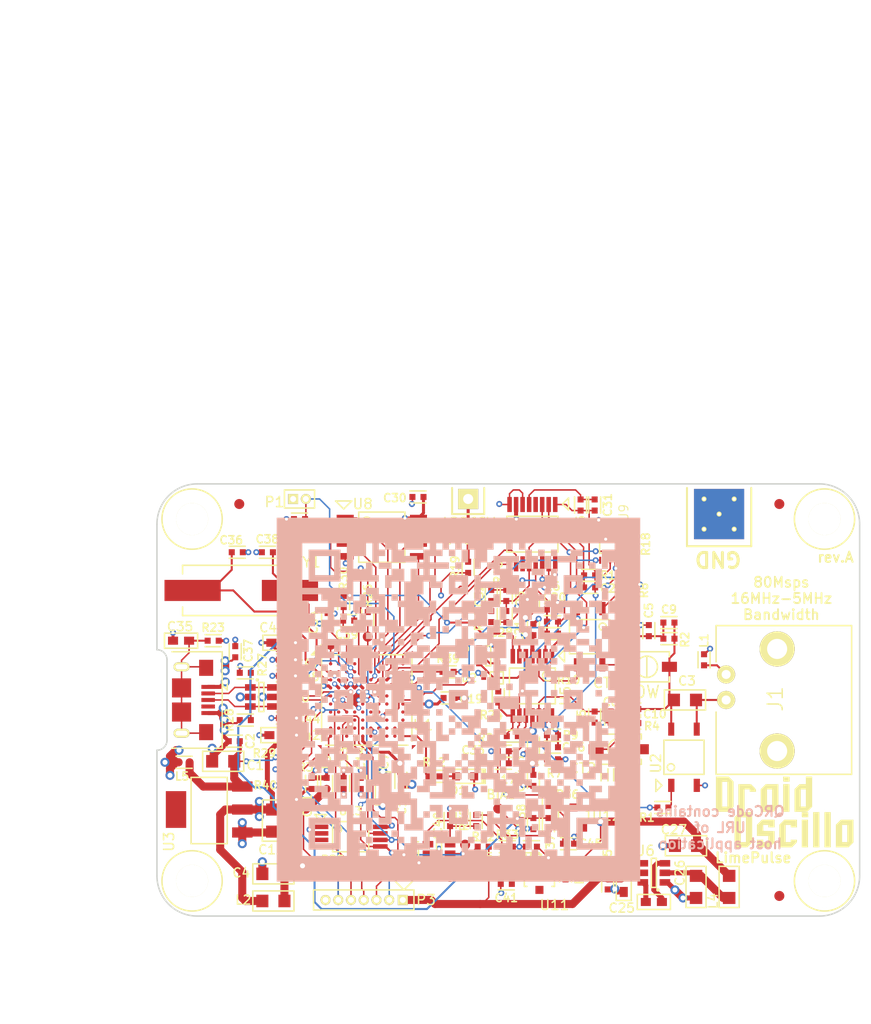
<source format=kicad_pcb>
(kicad_pcb (version 4) (host pcbnew 4.0.2-stable)
  (layers (0 F.Cu mixed) (1 In1_PWR_SIG.Cu mixed) (2 In2_GND.Cu power hide) (31 B.Cu signal) (35 F.Paste user) (36 B.SilkS user hide) (37 F.SilkS user) (38 B.Mask user) (39 F.Mask user) (44 Edge.Cuts user))
  (net 0 "")
  (net 1 GND)
  (net 2 alt_VAA+)
  (net 3 DAC_VREF)
  (net 4 alt_VAA-)
  (net 5 BIAS)
  (net 6 VBUS)
  (net 7 alt_3.3VD)
  (net 8 ADCHS_VPOS0)
  (net 9 "Net-(C20-Pad2)")
  (net 10 "Net-(C31-Pad1)")
  (net 11 ADCHS_VNEG)
  (net 12 "Net-(D1-Pad2)")
  (net 13 "Net-(J1-PadS)")
  (net 14 JTAG_TMS)
  (net 15 JTAG_TCK)
  (net 16 JTAG_TDO)
  (net 17 JTAG_TDI)
  (net 18 JTAG_RESET)
  (net 19 DC_SW)
  (net 20 "Net-(R1-Pad2)")
  (net 21 BOOT3)
  (net 22 OP_SW)
  (net 23 DAC_OUT)
  (net 24 "Net-(R18-Pad1)")
  (net 25 BOOT2)
  (net 26 LED0)
  (net 27 BOOT1)
  (net 28 PROBE_COMP)
  (net 29 I2C_SDA)
  (net 30 I2C_SCL)
  (net 31 SPIFI_SCK)
  (net 32 SPIFI_SIO2)
  (net 33 SPIFI_SIO3)
  (net 34 SPIFI_MISO)
  (net 35 SPIFI_MOSI)
  (net 36 SPIFI_CS)
  (net 37 MUX1-A)
  (net 38 EEPROM_WP)
  (net 39 MUX0-S1)
  (net 40 MUX0-S0)
  (net 41 /USB_VBUS)
  (net 42 /USB_D-)
  (net 43 /USB_D+)
  (net 44 "Net-(C3-Pad1)")
  (net 45 "Net-(C10-Pad1)")
  (net 46 "Net-(C5-Pad1)")
  (net 47 "Net-(C10-Pad2)")
  (net 48 "Net-(C11-Pad1)")
  (net 49 "Net-(C16-Pad1)")
  (net 50 "Net-(C16-Pad2)")
  (net 51 "Net-(C20-Pad1)")
  (net 52 "Net-(C25-Pad1)")
  (net 53 "Net-(C25-Pad2)")
  (net 54 "Net-(C26-Pad1)")
  (net 55 "Net-(C28-Pad2)")
  (net 56 "Net-(C29-Pad1)")
  (net 57 "Net-(C32-Pad2)")
  (net 58 "Net-(C33-Pad1)")
  (net 59 "Net-(C35-Pad1)")
  (net 60 "Net-(C36-Pad2)")
  (net 61 "Net-(C37-Pad1)")
  (net 62 "Net-(C38-Pad2)")
  (net 63 "Net-(C40-Pad2)")
  (net 64 "Net-(C41-Pad1)")
  (net 65 "Net-(R18-Pad2)")
  (net 66 "Net-(R19-Pad1)")
  (net 67 "Net-(R21-Pad1)")
  (net 68 "Net-(R26-Pad2)")
  (net 69 "Net-(R30-Pad1)")
  (net 70 "Net-(R31-Pad1)")
  (net 71 "Net-(U1-PadA1)")
  (net 72 BOOT_ISP)
  (net 73 "Net-(R8-Pad1)")
  (net 74 "Net-(U4-Pad3)")
  (net 75 "Net-(D2-Pad1)")
  (net 76 "Net-(D3-Pad1)")
  (net 77 "Net-(D3-Pad2)")
  (module MyIC:TSSOP-14_4.4x5mm_Pitch0.65mm (layer F.Cu) (at 137.4 120.1 270)
    (fp_text reference U5 (at 1 -3.3 270) (layer F.SilkS))
    (fp_text value OPA4354AIPWR hide)
    (pad 1 smd rect (at -2.95 -1.95 270) (size 1.45 0.45) (layers F.Cu F.Paste F.Mask) (net 9 "Net-(C20-Pad2)"))
    (pad 2 smd rect (at -2.95 -1.3 270) (size 1.45 0.45) (layers F.Cu F.Paste F.Mask) (net 51 "Net-(C20-Pad1)"))
    (pad 3 smd rect (at -2.95 -0.65 270) (size 1.45 0.45) (layers F.Cu F.Paste F.Mask) (net 74 "Net-(U4-Pad3)"))
    (pad 4 smd rect (at -2.95 0 270) (size 1.45 0.45) (layers F.Cu F.Paste F.Mask) (net 2 alt_VAA+))
    (pad 5 smd rect (at -2.95 0.65 270) (size 1.45 0.45) (layers F.Cu F.Paste F.Mask) (net 75 "Net-(D2-Pad1)"))
    (pad 6 smd rect (at -2.95 1.3 270) (size 1.45 0.45) (layers F.Cu F.Paste F.Mask) (net 69 "Net-(R30-Pad1)"))
    (pad 7 smd rect (at -2.95 1.95 270) (size 1.45 0.45) (layers F.Cu F.Paste F.Mask) (net 69 "Net-(R30-Pad1)"))
    (pad 8 smd rect (at 2.95 1.95 270) (size 1.45 0.45) (layers F.Cu F.Paste F.Mask) (net 67 "Net-(R21-Pad1)"))
    (pad 9 smd rect (at 2.95 1.3 270) (size 1.45 0.45) (layers F.Cu F.Paste F.Mask) (net 24 "Net-(R18-Pad1)"))
    (pad 10 smd rect (at 2.95 0.65 270) (size 1.45 0.45) (layers F.Cu F.Paste F.Mask) (net 58 "Net-(C33-Pad1)"))
    (pad 11 smd rect (at 2.95 0 270) (size 1.45 0.45) (layers F.Cu F.Paste F.Mask) (net 4 alt_VAA-))
    (pad 12 smd rect (at 2.95 -0.65 270) (size 1.45 0.45) (layers F.Cu F.Paste F.Mask) (net 47 "Net-(C10-Pad2)"))
    (pad 13 smd rect (at 2.95 -1.3 270) (size 1.45 0.45) (layers F.Cu F.Paste F.Mask) (net 50 "Net-(C16-Pad2)"))
    (pad 14 smd rect (at 2.95 -1.95 270) (size 1.45 0.45) (layers F.Cu F.Paste F.Mask) (net 49 "Net-(C16-Pad1)"))
  )
  (module MyJack:10118193-0001LF (layer F.Cu) (at 101 121.5 270)
    (fp_text reference P2 hide)
    (fp_text value FCI_10118193-0001LF hide)
    (pad 1 smd rect (at -1.3 -4.1) (size 1.35 0.4) (layers F.Cu F.Paste F.Mask) (net 61 "Net-(C37-Pad1)"))
    (pad 2 smd rect (at -0.65 -4.1) (size 1.35 0.4) (layers F.Cu F.Paste F.Mask) (net 42 /USB_D-))
    (pad 3 smd rect (at 0 -4.1) (size 1.35 0.4) (layers F.Cu F.Paste F.Mask) (net 43 /USB_D+))
    (pad 4 smd rect (at 0.65 -4.1) (size 1.35 0.4) (layers F.Cu F.Paste F.Mask))
    (pad 5 smd rect (at 1.3 -4.1) (size 1.35 0.4) (layers F.Cu F.Paste F.Mask) (net 1 GND))
    (pad S3 smd rect (at -1.2 -1.45 270) (size 1.9 1.9) (layers F.Cu F.Paste F.Mask) (net 59 "Net-(C35-Pad1)"))
    (pad S4 smd rect (at 1.2 -1.45 270) (size 1.9 1.9) (layers F.Cu F.Paste F.Mask) (net 59 "Net-(C35-Pad1)"))
    (pad S2 thru_hole oval (at -3.3 -1.45 270) (size 0.9 1.6) (drill oval 0.5 1.2) (layers *.Cu *.Mask F.SilkS) (net 59 "Net-(C35-Pad1)"))
    (pad S1 smd rect (at -3.2 -3.9 270) (size 1.6 1.4) (layers F.Cu F.Paste F.Mask) (net 59 "Net-(C35-Pad1)"))
    (pad S6 smd rect (at 3.2 -3.9 270) (size 1.6 1.4) (layers F.Cu F.Paste F.Mask) (net 59 "Net-(C35-Pad1)"))
    (pad S5 thru_hole oval (at 3.3 -1.45 270) (size 0.9 1.6) (drill oval 0.5 1.2) (layers *.Cu *.Mask F.SilkS) (net 59 "Net-(C35-Pad1)"))
  )
  (module Crystals:Crystal_HC49-SD_SMD (layer F.Cu) (at 108.4 110.6)
    (fp_text reference Y1 (at 7 -2.8) (layer F.SilkS))
    (fp_text value ABLS-12.000MHZ-B4-T hide)
    (pad 1 smd rect (at -4.84886 0) (size 5.6007 2.10058) (layers F.Cu F.Paste F.Mask) (net 60 "Net-(C36-Pad2)"))
    (pad 2 smd rect (at 4.84886 0) (size 5.6007 2.10058) (layers F.Cu F.Paste F.Mask) (net 62 "Net-(C38-Pad2)"))
  )
  (module MySMD:SMD2012 (layer F.Cu) (at 106.6 127.6 180)
    (fp_text reference C1 (at -3.2 -0.4 180) (layer F.SilkS) (effects (font (size 0.9 0.9))))
    (fp_text value "22u 6.3V" hide)
    (pad 1 smd rect (at -1.09982 0 180) (size 1.20142 1.24968) (layers F.Cu F.Paste F.Mask) (net 6 VBUS))
    (pad 2 smd rect (at 1.09982 0 180) (size 1.20142 1.24968) (layers F.Cu F.Paste F.Mask) (net 1 GND))
  )
  (module MySMD:SMD2012 (layer F.Cu) (at 152.6 121.5 180)
    (fp_text reference C3 (at -0.2 1.9 180) (layer F.SilkS) (effects (font (size 0.9 0.9))))
    (fp_text value "47n 100V" hide)
    (pad 1 smd rect (at -1.09982 0 180) (size 1.20142 1.24968) (layers F.Cu F.Paste F.Mask) (net 44 "Net-(C3-Pad1)"))
    (pad 2 smd rect (at 1.09982 0 180) (size 1.20142 1.24968) (layers F.Cu F.Paste F.Mask) (net 45 "Net-(C10-Pad1)"))
  )
  (module TO_SOT_Packages_SMD:SOT-23-6 (layer F.Cu) (at 149.5 138.7 180)
    (fp_text reference U6 (at 0.9 2.2 180) (layer F.SilkS))
    (fp_text value LM2664 hide)
    (pad 1 smd rect (at -1.1 -0.95 180) (size 1.06 0.65) (layers F.Cu F.Paste F.Mask) (net 1 GND))
    (pad 2 smd rect (at -1.1 0 180) (size 1.06 0.65) (layers F.Cu F.Paste F.Mask) (net 54 "Net-(C26-Pad1)"))
    (pad 3 smd rect (at -1.1 0.95 180) (size 1.06 0.65) (layers F.Cu F.Paste F.Mask) (net 53 "Net-(C25-Pad2)"))
    (pad 4 smd rect (at 1.1 0.95 180) (size 1.06 0.65) (layers F.Cu F.Paste F.Mask) (net 7 alt_3.3VD))
    (pad 6 smd rect (at 1.1 -0.95 180) (size 1.06 0.65) (layers F.Cu F.Paste F.Mask) (net 52 "Net-(C25-Pad1)"))
    (pad 5 smd rect (at 1.1 0 180) (size 1.06 0.65) (layers F.Cu F.Paste F.Mask) (net 7 alt_3.3VD))
  )
  (module TO_SOT_Packages_SMD:SOT-23-6 (layer F.Cu) (at 128.1 136.8)
    (fp_text reference U14 (at -2.5 0 90) (layer F.SilkS))
    (fp_text value MCP4726A0T-E/CH hide)
    (pad 1 smd rect (at -1.1 -0.95) (size 1.06 0.65) (layers F.Cu F.Paste F.Mask) (net 23 DAC_OUT))
    (pad 2 smd rect (at -1.1 0) (size 1.06 0.65) (layers F.Cu F.Paste F.Mask) (net 1 GND))
    (pad 3 smd rect (at -1.1 0.95) (size 1.06 0.65) (layers F.Cu F.Paste F.Mask) (net 2 alt_VAA+))
    (pad 4 smd rect (at 1.1 0.95) (size 1.06 0.65) (layers F.Cu F.Paste F.Mask) (net 29 I2C_SDA))
    (pad 6 smd rect (at 1.1 -0.95) (size 1.06 0.65) (layers F.Cu F.Paste F.Mask) (net 63 "Net-(C40-Pad2)"))
    (pad 5 smd rect (at 1.1 0) (size 1.06 0.65) (layers F.Cu F.Paste F.Mask) (net 30 I2C_SCL))
  )
  (module MyMsc:Fiducial_1mm (layer F.Cu) (at 108.2 102)
    (fp_text reference FID1 hide)
    (fp_text value Fiducial_C hide)
    (pad 1 smd circle (at 0 0) (size 1 1) (layers F.Cu F.Mask) (thermal_gap 1))
  )
  (module MyMsc:Fiducial_1mm (layer F.Cu) (at 162 102)
    (fp_text reference FID2 hide)
    (fp_text value Fiducial_A hide)
    (pad 1 smd circle (at 0 0) (size 1 1) (layers F.Cu F.Mask) (thermal_gap 1))
  )
  (module MyMsc:Fiducial_1mm (layer F.Cu) (at 162 141)
    (fp_text reference FID3 hide)
    (fp_text value Fiducial_B hide)
    (pad 1 smd circle (at 0 0) (size 1 1) (layers F.Cu F.Mask) (thermal_gap 1))
  )
  (module MyJack:BNC-R (layer F.Cu) (at 156.7 121.5 90)
    (fp_text reference J1 (at 0.1 4.9 90) (layer F.SilkS) (effects (font (size 1.5 1.5))))
    (fp_text value BNC hide)
    (pad C thru_hole circle (at 0 0 90) (size 1.8 1.8) (drill 0.9) (layers *.Cu *.Mask F.SilkS) (net 44 "Net-(C3-Pad1)"))
    (pad S thru_hole circle (at 2.54 0 90) (size 1.8 1.8) (drill 0.9) (layers *.Cu *.Mask F.SilkS) (net 13 "Net-(J1-PadS)"))
    (pad NC thru_hole circle (at -5.08 5.08 90) (size 3.5 3.5) (drill 2) (layers *.Cu *.Mask F.SilkS))
    (pad NC thru_hole circle (at 5.08 5.08 90) (size 3.5 3.5) (drill 2) (layers *.Cu *.Mask F.SilkS))
  )
  (module MySMD:SMD2012 (layer F.Cu) (at 111.6 138.8 180)
    (fp_text reference C4 (at 3.2 0.1 180) (layer F.SilkS) (effects (font (size 0.9 0.9))))
    (fp_text value "22u 6.3V" hide)
    (pad 1 smd rect (at -1.09982 0 180) (size 1.20142 1.24968) (layers F.Cu F.Paste F.Mask) (net 2 alt_VAA+))
    (pad 2 smd rect (at 1.09982 0 180) (size 1.20142 1.24968) (layers F.Cu F.Paste F.Mask) (net 1 GND))
  )
  (module MySMD:SMD1608 (layer F.Cu) (at 122.5 130.3 270)
    (fp_text reference C7 (at -2.7 -0.1 270) (layer F.SilkS) (effects (font (size 0.9 0.9) (thickness 0.15066))))
    (fp_text value "10u 6.3V" hide)
    (pad 1 smd rect (at -0.8001 0 270) (size 1.00076 0.8001) (layers F.Cu F.Paste F.Mask) (net 48 "Net-(C11-Pad1)"))
    (pad 2 smd rect (at 0.8001 0 270) (size 1.00076 0.8001) (layers F.Cu F.Paste F.Mask) (net 1 GND))
  )
  (module MySMD:SMD2012 (layer F.Cu) (at 111.5 133.5 270)
    (fp_text reference C12 (at 2.9 0.1 360) (layer F.SilkS) (effects (font (size 0.9 0.9))))
    (fp_text value "22u 6.3V" hide)
    (pad 1 smd rect (at -1.09982 0 270) (size 1.20142 1.24968) (layers F.Cu F.Paste F.Mask) (net 7 alt_3.3VD))
    (pad 2 smd rect (at 1.09982 0 270) (size 1.20142 1.24968) (layers F.Cu F.Paste F.Mask) (net 1 GND))
  )
  (module MySMD:SMD1608 (layer F.Cu) (at 146.5 139.8 270)
    (fp_text reference C18 (at -3.2 0 270) (layer F.SilkS) (effects (font (size 0.9 0.9) (thickness 0.15066))))
    (fp_text value "10u 6.3V" hide)
    (pad 1 smd rect (at -0.8001 0 270) (size 1.00076 0.8001) (layers F.Cu F.Paste F.Mask) (net 7 alt_3.3VD))
    (pad 2 smd rect (at 0.8001 0 270) (size 1.00076 0.8001) (layers F.Cu F.Paste F.Mask) (net 1 GND))
  )
  (module MySMD:SMD1608 (layer F.Cu) (at 149.5 141.6)
    (fp_text reference C25 (at -3.2 0.6) (layer F.SilkS) (effects (font (size 0.9 0.9) (thickness 0.15066))))
    (fp_text value "4.7u 6.3V" hide)
    (pad 1 smd rect (at -0.8001 0) (size 1.00076 0.8001) (layers F.Cu F.Paste F.Mask) (net 52 "Net-(C25-Pad1)"))
    (pad 2 smd rect (at 0.8001 0) (size 1.00076 0.8001) (layers F.Cu F.Paste F.Mask) (net 53 "Net-(C25-Pad2)"))
  )
  (module MySMD:SMD2012 (layer F.Cu) (at 153.7 140.1 270)
    (fp_text reference C26 (at -1.4 1.6 270) (layer F.SilkS) (effects (font (size 0.9 0.9))))
    (fp_text value "22u 6.3V" hide)
    (pad 1 smd rect (at -1.09982 0 270) (size 1.20142 1.24968) (layers F.Cu F.Paste F.Mask) (net 54 "Net-(C26-Pad1)"))
    (pad 2 smd rect (at 1.09982 0 270) (size 1.20142 1.24968) (layers F.Cu F.Paste F.Mask) (net 1 GND))
  )
  (module MySMD:SMD2012 (layer F.Cu) (at 152.7 136 180)
    (fp_text reference C27 (at 1.2 1.6 180) (layer F.SilkS) (effects (font (size 0.9 0.9))))
    (fp_text value "22u 6.3V" hide)
    (pad 1 smd rect (at -1.09982 0 180) (size 1.20142 1.24968) (layers F.Cu F.Paste F.Mask) (net 4 alt_VAA-))
    (pad 2 smd rect (at 1.09982 0 180) (size 1.20142 1.24968) (layers F.Cu F.Paste F.Mask) (net 1 GND))
  )
  (module MySMD:SMD1608 (layer F.Cu) (at 102.4 115.6 180)
    (fp_text reference C35 (at 0.1 1.4 180) (layer F.SilkS) (effects (font (size 0.9 0.9) (thickness 0.15066))))
    (fp_text value "4.7n 100V" hide)
    (pad 1 smd rect (at -0.8001 0 180) (size 1.00076 0.8001) (layers F.Cu F.Paste F.Mask) (net 59 "Net-(C35-Pad1)"))
    (pad 2 smd rect (at 0.8001 0 180) (size 1.00076 0.8001) (layers F.Cu F.Paste F.Mask) (net 1 GND))
  )
  (module MySMD:SMD1608 (layer F.Cu) (at 112 125 180)
    (fp_text reference C42 (at -3 0 180) (layer F.SilkS) (effects (font (size 0.9 0.9) (thickness 0.15066))))
    (fp_text value "10u 6.3V" hide)
    (pad 1 smd rect (at -0.8001 0 180) (size 1.00076 0.8001) (layers F.Cu F.Paste F.Mask) (net 7 alt_3.3VD))
    (pad 2 smd rect (at 0.8001 0 180) (size 1.00076 0.8001) (layers F.Cu F.Paste F.Mask) (net 1 GND))
  )
  (module MySMD:SMD1608 (layer F.Cu) (at 112.2 115.8 180)
    (fp_text reference C46 (at 0.7 1.5 180) (layer F.SilkS) (effects (font (size 0.9 0.9) (thickness 0.15066))))
    (fp_text value "10u 6.3V" hide)
    (pad 1 smd rect (at -0.8001 0 180) (size 1.00076 0.8001) (layers F.Cu F.Paste F.Mask) (net 7 alt_3.3VD))
    (pad 2 smd rect (at 0.8001 0 180) (size 1.00076 0.8001) (layers F.Cu F.Paste F.Mask) (net 1 GND))
  )
  (module MySMD:SMD2012 (layer F.Cu) (at 111.6 141.5)
    (fp_text reference L2 (at -3 -0.1) (layer F.SilkS) (effects (font (size 0.9 0.9))))
    (fp_text value LBR2012T202K hide)
    (pad 1 smd rect (at -1.09982 0) (size 1.20142 1.24968) (layers F.Cu F.Paste F.Mask) (net 7 alt_3.3VD))
    (pad 2 smd rect (at 1.09982 0) (size 1.20142 1.24968) (layers F.Cu F.Paste F.Mask) (net 2 alt_VAA+))
  )
  (module MySMD:SMD2012 (layer F.Cu) (at 157 140.1 90)
    (fp_text reference L4 (at -1.4 -1.6 90) (layer F.SilkS) (effects (font (size 0.9 0.9))))
    (fp_text value LBR2012T202K hide)
    (pad 1 smd rect (at -1.09982 0 90) (size 1.20142 1.24968) (layers F.Cu F.Paste F.Mask) (net 54 "Net-(C26-Pad1)"))
    (pad 2 smd rect (at 1.09982 0 90) (size 1.20142 1.24968) (layers F.Cu F.Paste F.Mask) (net 4 alt_VAA-))
  )
  (module MyMsc:PIN_HEADER_2_1.27mm (layer F.Cu) (at 114.2 101.5)
    (fp_text reference P1 (at -2.5 0.3) (layer F.SilkS))
    (fp_text value USB_BOOT hide)
    (pad 1 thru_hole rect (at -0.635 0) (size 1 1) (drill 0.6) (layers *.Cu *.Mask F.SilkS) (net 7 alt_3.3VD))
    (pad 2 thru_hole circle (at 0.635 0) (size 1 1) (drill 0.6) (layers *.Cu *.Mask F.SilkS) (net 25 BOOT2))
  )
  (module MyMsc:PIN_HEADER_7_1.27pitch (layer F.Cu) (at 120.6 141.4)
    (fp_text reference P3 (at 6.2 0) (layer F.SilkS))
    (fp_text value JTAG hide)
    (pad 1 thru_hole rect (at 3.89 0 180) (size 1 1) (drill 0.6) (layers *.Cu *.Mask F.SilkS) (net 7 alt_3.3VD))
    (pad 2 thru_hole circle (at 2.54 0 180) (size 1 1) (drill 0.6) (layers *.Cu *.Mask F.SilkS) (net 14 JTAG_TMS))
    (pad 3 thru_hole circle (at 1.27 0 180) (size 1 1) (drill 0.6) (layers *.Cu *.Mask F.SilkS) (net 15 JTAG_TCK))
    (pad 4 thru_hole circle (at 0 0 180) (size 1 1) (drill 0.6) (layers *.Cu *.Mask F.SilkS) (net 16 JTAG_TDO))
    (pad 5 thru_hole circle (at -1.27 0 180) (size 1 1) (drill 0.6) (layers *.Cu *.Mask F.SilkS) (net 17 JTAG_TDI))
    (pad 6 thru_hole circle (at -2.54 0 180) (size 1 1) (drill 0.6) (layers *.Cu *.Mask F.SilkS) (net 18 JTAG_RESET))
    (pad 7 thru_hole circle (at -3.81 0 180) (size 1 1) (drill 0.6) (layers *.Cu *.Mask F.SilkS) (net 1 GND))
  )
  (module TO_SOT_Packages_SMD:SOT-23-6 (layer F.Cu) (at 110.4 121.2)
    (fp_text reference U10 (at 3.4 0 180) (layer F.SilkS))
    (fp_text value USBLC6-2SC6 hide)
    (pad 1 smd rect (at -1.1 -0.95) (size 1.06 0.65) (layers F.Cu F.Paste F.Mask) (net 42 /USB_D-))
    (pad 2 smd rect (at -1.1 0) (size 1.06 0.65) (layers F.Cu F.Paste F.Mask) (net 1 GND))
    (pad 3 smd rect (at -1.1 0.95) (size 1.06 0.65) (layers F.Cu F.Paste F.Mask) (net 43 /USB_D+))
    (pad 4 smd rect (at 1.1 0.95) (size 1.06 0.65) (layers F.Cu F.Paste F.Mask) (net 43 /USB_D+))
    (pad 6 smd rect (at 1.1 -0.95) (size 1.06 0.65) (layers F.Cu F.Paste F.Mask) (net 42 /USB_D-))
    (pad 5 smd rect (at 1.1 0) (size 1.06 0.65) (layers F.Cu F.Paste F.Mask) (net 61 "Net-(C37-Pad1)"))
  )
  (module TO_SOT_Packages_SMD:SOT-23 (layer F.Cu) (at 138.1 139.4 180)
    (fp_text reference U11 (at -1.5 -2.5 180) (layer F.SilkS))
    (fp_text value LM385M3-1.2/NOPB hide)
    (pad 1 smd rect (at -0.95 1.00076 180) (size 0.8001 0.8001) (layers F.Cu F.Paste F.Mask) (net 1 GND))
    (pad 2 smd rect (at 0.95 1.00076 180) (size 0.8001 0.8001) (layers F.Cu F.Paste F.Mask) (net 64 "Net-(C41-Pad1)"))
    (pad 3 smd rect (at 0 -0.99822 180) (size 0.8001 0.8001) (layers F.Cu F.Paste F.Mask))
  )
  (module TO_SOT_Packages_SMD:SOT-23 (layer F.Cu) (at 141.5 133.2)
    (fp_text reference U12 (at 3.3 -0.2) (layer F.SilkS))
    (fp_text value LM385M3-1.2/NOPB hide)
    (pad 1 smd rect (at -0.95 1.00076) (size 0.8001 0.8001) (layers F.Cu F.Paste F.Mask) (net 3 DAC_VREF))
    (pad 2 smd rect (at 0.95 1.00076) (size 0.8001 0.8001) (layers F.Cu F.Paste F.Mask) (net 1 GND))
    (pad 3 smd rect (at 0 -0.99822) (size 0.8001 0.8001) (layers F.Cu F.Paste F.Mask))
  )
  (module MyMsc:PROBE_COMP_HOLE (layer F.Cu) (at 131 101.5)
    (fp_text reference W2 hide)
    (fp_text value PROBE_COMP_HOLE hide)
    (pad 1 thru_hole rect (at 0 0) (size 2 2) (drill 1) (layers *.Cu *.Mask F.SilkS) (net 66 "Net-(R19-Pad1)"))
  )
  (module MyMsc:Probe-ADJ-GND (layer F.Cu) (at 156 103)
    (fp_text reference W4 hide)
    (fp_text value PROBE_GND_PAD hide)
    (pad 1 smd rect (at 0 0) (size 5 5) (layers F.Cu F.Mask) (net 1 GND))
    (pad 1 smd rect (at 0 0) (size 5 5) (layers B.Cu B.Mask) (net 1 GND))
    (pad 1 thru_hole circle (at -1.5 -1.5) (size 0.5 0.5) (drill 0.3) (layers *.Cu *.Mask F.SilkS) (net 1 GND))
    (pad 1 thru_hole circle (at 1.5 -1.5) (size 0.5 0.5) (drill 0.3) (layers *.Cu *.Mask F.SilkS) (net 1 GND))
    (pad 1 thru_hole circle (at -1.5 1.5) (size 0.5 0.5) (drill 0.3) (layers *.Cu *.Mask F.SilkS) (net 1 GND))
    (pad 1 thru_hole circle (at 1.5 1.5) (size 0.5 0.5) (drill 0.3) (layers *.Cu *.Mask F.SilkS) (net 1 GND))
    (pad 1 thru_hole circle (at 0 0) (size 0.5 0.5) (drill 0.3) (layers *.Cu *.Mask F.SilkS) (net 1 GND))
  )
  (module MyIC:SOT-223 (layer F.Cu) (at 105.2 132.4 90)
    (fp_text reference U3 (at -3.2 -4 90) (layer F.SilkS))
    (fp_text value AMS1117-3.3 hide)
    (pad 4 smd rect (at 0 -3.302 90) (size 3.6576 2.032) (layers F.Cu F.Paste F.Mask))
    (pad 2 smd rect (at 0 3.302 90) (size 1.016 2.032) (layers F.Cu F.Paste F.Mask) (net 7 alt_3.3VD))
    (pad 3 smd rect (at 2.286 3.302 90) (size 1.016 2.032) (layers F.Cu F.Paste F.Mask) (net 6 VBUS))
    (pad 1 smd rect (at -2.286 3.302 90) (size 1.016 2.032) (layers F.Cu F.Paste F.Mask) (net 1 GND))
  )
  (module MySMD:SMD1005 (layer F.Cu) (at 113 130 180)
    (fp_text reference R40 (at 2.2 0 180) (layer F.SilkS) (effects (font (size 0.8001 0.8001) (thickness 0.16002))))
    (fp_text value "2.2k 5%" hide)
    (pad 1 smd rect (at -0.55118 0 180) (size 0.59944 0.59944) (layers F.Cu F.Paste F.Mask) (net 27 BOOT1))
    (pad 2 smd rect (at 0.55118 0 180) (size 0.59944 0.59944) (layers F.Cu F.Paste F.Mask) (net 1 GND))
  )
  (module MySMD:SMD1005 (layer F.Cu) (at 129 118.7)
    (fp_text reference R39 (at 0 -1.3) (layer F.SilkS) (effects (font (size 0.8001 0.8001) (thickness 0.16002))))
    (fp_text value "2.2k 5%" hide)
    (pad 1 smd rect (at -0.55118 0) (size 0.59944 0.59944) (layers F.Cu F.Paste F.Mask) (net 21 BOOT3))
    (pad 2 smd rect (at 0.55118 0) (size 0.59944 0.59944) (layers F.Cu F.Paste F.Mask) (net 1 GND))
  )
  (module MySMD:SMD1005 (layer F.Cu) (at 116.9 129.8 90)
    (fp_text reference L3 (at 2.1 0 90) (layer F.SilkS) (effects (font (size 0.8001 0.8001) (thickness 0.16002))))
    (fp_text value BLM15AG601SN1 hide)
    (pad 1 smd rect (at -0.55118 0 90) (size 0.59944 0.59944) (layers F.Cu F.Paste F.Mask) (net 7 alt_3.3VD))
    (pad 2 smd rect (at 0.55118 0 90) (size 0.59944 0.59944) (layers F.Cu F.Paste F.Mask) (net 48 "Net-(C11-Pad1)"))
  )
  (module MySMD:SMD1005 (layer F.Cu) (at 154.5 117.5 90)
    (fp_text reference L1 (at 1.9 0 90) (layer F.SilkS) (effects (font (size 0.8001 0.8001) (thickness 0.16002))))
    (fp_text value BLM15AG121SN1 hide)
    (pad 1 smd rect (at -0.55118 0 90) (size 0.59944 0.59944) (layers F.Cu F.Paste F.Mask) (net 13 "Net-(J1-PadS)"))
    (pad 2 smd rect (at 0.55118 0 90) (size 0.59944 0.59944) (layers F.Cu F.Paste F.Mask) (net 1 GND))
  )
  (module MySMD:SMD1005 (layer F.Cu) (at 112.7 123.3 180)
    (fp_text reference C44 (at -2.4 -0.1 180) (layer F.SilkS) (effects (font (size 0.8001 0.8001) (thickness 0.16002))))
    (fp_text value 0.1u hide)
    (pad 1 smd rect (at -0.55118 0 180) (size 0.59944 0.59944) (layers F.Cu F.Paste F.Mask) (net 7 alt_3.3VD))
    (pad 2 smd rect (at 0.55118 0 180) (size 0.59944 0.59944) (layers F.Cu F.Paste F.Mask) (net 1 GND))
  )
  (module MySMD:SMD1005 (layer F.Cu) (at 134.5 126.6 180)
    (fp_text reference C33 (at 3 0.1 360) (layer F.SilkS) (effects (font (size 0.8001 0.8001) (thickness 0.16002))))
    (fp_text value 0.1u hide)
    (pad 1 smd rect (at -0.55118 0 180) (size 0.59944 0.59944) (layers F.Cu F.Paste F.Mask) (net 58 "Net-(C33-Pad1)"))
    (pad 2 smd rect (at 0.55118 0 180) (size 0.59944 0.59944) (layers F.Cu F.Paste F.Mask) (net 1 GND))
  )
  (module MySMD:SMD1005 (layer F.Cu) (at 143.6 102.1 270)
    (fp_text reference C31 (at 0 -1.3 270) (layer F.SilkS) (effects (font (size 0.8001 0.8001) (thickness 0.16002))))
    (fp_text value 10p hide)
    (pad 1 smd rect (at -0.55118 0 270) (size 0.59944 0.59944) (layers F.Cu F.Paste F.Mask) (net 10 "Net-(C31-Pad1)"))
    (pad 2 smd rect (at 0.55118 0 270) (size 0.59944 0.59944) (layers F.Cu F.Paste F.Mask) (net 49 "Net-(C16-Pad1)"))
  )
  (module MySMD:SMD1005 (layer F.Cu) (at 137.5 129.5 90)
    (fp_text reference C24 (at 0 -1.3 90) (layer F.SilkS) (effects (font (size 0.8001 0.8001) (thickness 0.16002))))
    (fp_text value 0.1u hide)
    (pad 1 smd rect (at -0.55118 0 90) (size 0.59944 0.59944) (layers F.Cu F.Paste F.Mask) (net 1 GND))
    (pad 2 smd rect (at 0.55118 0 90) (size 0.59944 0.59944) (layers F.Cu F.Paste F.Mask) (net 4 alt_VAA-))
  )
  (module MySMD:SMD1005 (layer F.Cu) (at 139.4 126.2 180)
    (fp_text reference C16 (at -2.1 0 180) (layer F.SilkS) (effects (font (size 0.8001 0.8001) (thickness 0.16002))))
    (fp_text value 2.2p hide)
    (pad 1 smd rect (at -0.55118 0 180) (size 0.59944 0.59944) (layers F.Cu F.Paste F.Mask) (net 49 "Net-(C16-Pad1)"))
    (pad 2 smd rect (at 0.55118 0 180) (size 0.59944 0.59944) (layers F.Cu F.Paste F.Mask) (net 50 "Net-(C16-Pad2)"))
  )
  (module MySMD:SMD1005 (layer F.Cu) (at 144.9 139.8 270)
    (fp_text reference C15 (at -2.3 0 270) (layer F.SilkS) (effects (font (size 0.8001 0.8001) (thickness 0.16002))))
    (fp_text value 0.1u hide)
    (pad 1 smd rect (at -0.55118 0 270) (size 0.59944 0.59944) (layers F.Cu F.Paste F.Mask) (net 7 alt_3.3VD))
    (pad 2 smd rect (at 0.55118 0 270) (size 0.59944 0.59944) (layers F.Cu F.Paste F.Mask) (net 1 GND))
  )
  (module MySMD:SMD1005 (layer F.Cu) (at 120.3 129.8 270)
    (fp_text reference C14 (at -2.5 0 270) (layer F.SilkS) (effects (font (size 0.8001 0.8001) (thickness 0.16002))))
    (fp_text value 0.1u hide)
    (pad 1 smd rect (at -0.55118 0 270) (size 0.59944 0.59944) (layers F.Cu F.Paste F.Mask) (net 48 "Net-(C11-Pad1)"))
    (pad 2 smd rect (at 0.55118 0 270) (size 0.59944 0.59944) (layers F.Cu F.Paste F.Mask) (net 1 GND))
  )
  (module MySMD:SMD1005 (layer F.Cu) (at 115.4 129.8 270)
    (fp_text reference C11 (at 2.2 0.4 450) (layer F.SilkS) (effects (font (size 0.8001 0.8001) (thickness 0.16002))))
    (fp_text value 0.1u hide)
    (pad 1 smd rect (at -0.55118 0 270) (size 0.59944 0.59944) (layers F.Cu F.Paste F.Mask) (net 48 "Net-(C11-Pad1)"))
    (pad 2 smd rect (at 0.55118 0 270) (size 0.59944 0.59944) (layers F.Cu F.Paste F.Mask) (net 1 GND))
  )
  (module MySMD:SMD1005 (layer F.Cu) (at 151 113.8 180)
    (fp_text reference C9 (at 0 1.3 180) (layer F.SilkS) (effects (font (size 0.8001 0.8001) (thickness 0.16002))))
    (fp_text value NM hide)
    (pad 1 smd rect (at -0.55118 0 180) (size 0.59944 0.59944) (layers F.Cu F.Paste F.Mask) (net 45 "Net-(C10-Pad1)"))
    (pad 2 smd rect (at 0.55118 0 180) (size 0.59944 0.59944) (layers F.Cu F.Paste F.Mask) (net 46 "Net-(C5-Pad1)"))
  )
  (module MySMD:SMD1005 (layer F.Cu) (at 145.2 123.2 270)
    (fp_text reference C6 (at -1.5 0 360) (layer F.SilkS) (effects (font (size 0.8001 0.8001) (thickness 0.16002))))
    (fp_text value 120p hide)
    (pad 1 smd rect (at -0.55118 0 270) (size 0.59944 0.59944) (layers F.Cu F.Paste F.Mask) (net 47 "Net-(C10-Pad2)"))
    (pad 2 smd rect (at 0.55118 0 270) (size 0.59944 0.59944) (layers F.Cu F.Paste F.Mask) (net 1 GND))
  )
  (module MySMD:SMD1005 (layer F.Cu) (at 149 114.6 90)
    (fp_text reference C5 (at 2 0 90) (layer F.SilkS) (effects (font (size 0.8001 0.8001) (thickness 0.16002))))
    (fp_text value 4.7p hide)
    (pad 1 smd rect (at -0.55118 0 90) (size 0.59944 0.59944) (layers F.Cu F.Paste F.Mask) (net 46 "Net-(C5-Pad1)"))
    (pad 2 smd rect (at 0.55118 0 90) (size 0.59944 0.59944) (layers F.Cu F.Paste F.Mask) (net 1 GND))
  )
  (module MySMD:SMD1005 (layer F.Cu) (at 107.7 125.6 180)
    (fp_text reference C2 (at -1.6 0 270) (layer F.SilkS) (effects (font (size 0.8001 0.8001) (thickness 0.16002))))
    (fp_text value 0.1u hide)
    (pad 1 smd rect (at -0.55118 0 180) (size 0.59944 0.59944) (layers F.Cu F.Paste F.Mask) (net 6 VBUS))
    (pad 2 smd rect (at 0.55118 0 180) (size 0.59944 0.59944) (layers F.Cu F.Paste F.Mask) (net 1 GND))
  )
  (module MySMD:SMD1005 (layer F.Cu) (at 113.7 133.6 270)
    (fp_text reference C8 (at 2 0 270) (layer F.SilkS) (effects (font (size 0.8001 0.8001) (thickness 0.16002))))
    (fp_text value 0.1u hide)
    (pad 1 smd rect (at -0.55118 0 270) (size 0.59944 0.59944) (layers F.Cu F.Paste F.Mask) (net 7 alt_3.3VD))
    (pad 2 smd rect (at 0.55118 0 270) (size 0.59944 0.59944) (layers F.Cu F.Paste F.Mask) (net 1 GND))
  )
  (module MySMD:SMD1005 (layer F.Cu) (at 147.4 122.4 180)
    (fp_text reference C10 (at -2.2 -0.5 180) (layer F.SilkS) (effects (font (size 0.8001 0.8001) (thickness 0.16002))))
    (fp_text value NM hide)
    (pad 1 smd rect (at -0.55118 0 180) (size 0.59944 0.59944) (layers F.Cu F.Paste F.Mask) (net 45 "Net-(C10-Pad1)"))
    (pad 2 smd rect (at 0.55118 0 180) (size 0.59944 0.59944) (layers F.Cu F.Paste F.Mask) (net 47 "Net-(C10-Pad2)"))
  )
  (module MySMD:SMD1005 (layer F.Cu) (at 118.6 129.8 270)
    (fp_text reference C13 (at -2.5 0 270) (layer F.SilkS) (effects (font (size 0.8001 0.8001) (thickness 0.16002))))
    (fp_text value 22n hide)
    (pad 1 smd rect (at -0.55118 0 270) (size 0.59944 0.59944) (layers F.Cu F.Paste F.Mask) (net 48 "Net-(C11-Pad1)"))
    (pad 2 smd rect (at 0.55118 0 270) (size 0.59944 0.59944) (layers F.Cu F.Paste F.Mask) (net 1 GND))
  )
  (module MySMD:SMD1005 (layer F.Cu) (at 124.3 129.5 270)
    (fp_text reference C17 (at 2.3 -0.1 270) (layer F.SilkS) (effects (font (size 0.8001 0.8001) (thickness 0.16002))))
    (fp_text value 0.1u hide)
    (pad 1 smd rect (at -0.55118 0 270) (size 0.59944 0.59944) (layers F.Cu F.Paste F.Mask) (net 7 alt_3.3VD))
    (pad 2 smd rect (at 0.55118 0 270) (size 0.59944 0.59944) (layers F.Cu F.Paste F.Mask) (net 1 GND))
  )
  (module MySMD:SMD1005 (layer F.Cu) (at 139.4 113.7)
    (fp_text reference C20 (at 0.2 -2.4 180) (layer F.SilkS) (effects (font (size 0.8001 0.8001) (thickness 0.16002))))
    (fp_text value 2.2p hide)
    (pad 1 smd rect (at -0.55118 0) (size 0.59944 0.59944) (layers F.Cu F.Paste F.Mask) (net 51 "Net-(C20-Pad1)"))
    (pad 2 smd rect (at 0.55118 0) (size 0.59944 0.59944) (layers F.Cu F.Paste F.Mask) (net 9 "Net-(C20-Pad2)"))
  )
  (module MySMD:SMD1005 (layer F.Cu) (at 137.5 114.5 90)
    (fp_text reference C21 (at -0.2 -1.4 90) (layer F.SilkS) (effects (font (size 0.8001 0.8001) (thickness 0.16002))))
    (fp_text value 1u hide)
    (pad 1 smd rect (at -0.55118 0 90) (size 0.59944 0.59944) (layers F.Cu F.Paste F.Mask) (net 2 alt_VAA+))
    (pad 2 smd rect (at 0.55118 0 90) (size 0.59944 0.59944) (layers F.Cu F.Paste F.Mask) (net 1 GND))
  )
  (module MySMD:SMD1005 (layer F.Cu) (at 137.5 126 90)
    (fp_text reference C22 (at -1.6 -0.5 180) (layer F.SilkS) (effects (font (size 0.8001 0.8001) (thickness 0.16002))))
    (fp_text value 1u hide)
    (pad 1 smd rect (at -0.55118 0 90) (size 0.59944 0.59944) (layers F.Cu F.Paste F.Mask) (net 1 GND))
    (pad 2 smd rect (at 0.55118 0 90) (size 0.59944 0.59944) (layers F.Cu F.Paste F.Mask) (net 4 alt_VAA-))
  )
  (module MySMD:SMD1005 (layer F.Cu) (at 137.5 112 90)
    (fp_text reference C23 (at 0.2 -1.3 270) (layer F.SilkS) (effects (font (size 0.8001 0.8001) (thickness 0.16002))))
    (fp_text value 0.1u hide)
    (pad 1 smd rect (at -0.55118 0 90) (size 0.59944 0.59944) (layers F.Cu F.Paste F.Mask) (net 2 alt_VAA+))
    (pad 2 smd rect (at 0.55118 0 90) (size 0.59944 0.59944) (layers F.Cu F.Paste F.Mask) (net 1 GND))
  )
  (module MySMD:SMD1005 (layer F.Cu) (at 134.8 113.2 270)
    (fp_text reference C28 (at 1.6 0.5 360) (layer F.SilkS) (effects (font (size 0.8001 0.8001) (thickness 0.16002))))
    (fp_text value 15p hide)
    (pad 1 smd rect (at -0.55118 0 270) (size 0.59944 0.59944) (layers F.Cu F.Paste F.Mask) (net 9 "Net-(C20-Pad2)"))
    (pad 2 smd rect (at 0.55118 0 270) (size 0.59944 0.59944) (layers F.Cu F.Paste F.Mask) (net 55 "Net-(C28-Pad2)"))
  )
  (module MySMD:SMD1005 (layer F.Cu) (at 143.1 110.3)
    (fp_text reference C29 (at 2.2 0.1) (layer F.SilkS) (effects (font (size 0.8001 0.8001) (thickness 0.16002))))
    (fp_text value 3.3p hide)
    (pad 1 smd rect (at -0.55118 0) (size 0.59944 0.59944) (layers F.Cu F.Paste F.Mask) (net 56 "Net-(C29-Pad1)"))
    (pad 2 smd rect (at 0.55118 0) (size 0.59944 0.59944) (layers F.Cu F.Paste F.Mask) (net 49 "Net-(C16-Pad1)"))
  )
  (module MySMD:SMD1005 (layer F.Cu) (at 126 101.3 180)
    (fp_text reference C30 (at 2.3 -0.1 180) (layer F.SilkS) (effects (font (size 0.8001 0.8001) (thickness 0.16002))))
    (fp_text value 0.1u hide)
    (pad 1 smd rect (at -0.55118 0 180) (size 0.59944 0.59944) (layers F.Cu F.Paste F.Mask) (net 7 alt_3.3VD))
    (pad 2 smd rect (at 0.55118 0 180) (size 0.59944 0.59944) (layers F.Cu F.Paste F.Mask) (net 1 GND))
  )
  (module MySMD:SMD1005 (layer F.Cu) (at 133.3 111.1 90)
    (fp_text reference C32 (at 0 -1.2 90) (layer F.SilkS) (effects (font (size 0.8001 0.8001) (thickness 0.16002))))
    (fp_text value 4.7p hide)
    (pad 1 smd rect (at -0.55118 0 90) (size 0.59944 0.59944) (layers F.Cu F.Paste F.Mask) (net 9 "Net-(C20-Pad2)"))
    (pad 2 smd rect (at 0.55118 0 90) (size 0.59944 0.59944) (layers F.Cu F.Paste F.Mask) (net 57 "Net-(C32-Pad2)"))
  )
  (module MySMD:SMD1005 (layer F.Cu) (at 117 113.4 90)
    (fp_text reference C34 (at -0.4 -1.4 90) (layer F.SilkS) (effects (font (size 0.8001 0.8001) (thickness 0.16002))))
    (fp_text value 1u hide)
    (pad 1 smd rect (at -0.55118 0 90) (size 0.59944 0.59944) (layers F.Cu F.Paste F.Mask) (net 8 ADCHS_VPOS0))
    (pad 2 smd rect (at 0.55118 0 90) (size 0.59944 0.59944) (layers F.Cu F.Paste F.Mask) (net 1 GND))
  )
  (module MySMD:SMD1005 (layer F.Cu) (at 108 106.8 180)
    (fp_text reference C36 (at 0.6 1.2 180) (layer F.SilkS) (effects (font (size 0.8001 0.8001) (thickness 0.16002))))
    (fp_text value 18p hide)
    (pad 1 smd rect (at -0.55118 0 180) (size 0.59944 0.59944) (layers F.Cu F.Paste F.Mask) (net 1 GND))
    (pad 2 smd rect (at 0.55118 0 180) (size 0.59944 0.59944) (layers F.Cu F.Paste F.Mask) (net 60 "Net-(C36-Pad2)"))
  )
  (module MySMD:SMD1005 (layer F.Cu) (at 107.8 116.7 90)
    (fp_text reference C37 (at 0.1 1.3 90) (layer F.SilkS) (effects (font (size 0.8001 0.8001) (thickness 0.16002))))
    (fp_text value 0.1u hide)
    (pad 1 smd rect (at -0.55118 0 90) (size 0.59944 0.59944) (layers F.Cu F.Paste F.Mask) (net 61 "Net-(C37-Pad1)"))
    (pad 2 smd rect (at 0.55118 0 90) (size 0.59944 0.59944) (layers F.Cu F.Paste F.Mask) (net 1 GND))
  )
  (module MySMD:SMD1005 (layer F.Cu) (at 111 106.8)
    (fp_text reference C38 (at 0 -1.3) (layer F.SilkS) (effects (font (size 0.8001 0.8001) (thickness 0.16002))))
    (fp_text value 18p hide)
    (pad 1 smd rect (at -0.55118 0) (size 0.59944 0.59944) (layers F.Cu F.Paste F.Mask) (net 1 GND))
    (pad 2 smd rect (at 0.55118 0) (size 0.59944 0.59944) (layers F.Cu F.Paste F.Mask) (net 62 "Net-(C38-Pad2)"))
  )
  (module MySMD:SMD1005 (layer F.Cu) (at 119.1 113.6)
    (fp_text reference C39 (at -0.2 1.4) (layer F.SilkS) (effects (font (size 0.8001 0.8001) (thickness 0.16002))))
    (fp_text value NM hide)
    (pad 1 smd rect (at -0.55118 0) (size 0.59944 0.59944) (layers F.Cu F.Paste F.Mask) (net 11 ADCHS_VNEG))
    (pad 2 smd rect (at 0.55118 0) (size 0.59944 0.59944) (layers F.Cu F.Paste F.Mask) (net 1 GND))
  )
  (module MySMD:SMD1005 (layer F.Cu) (at 134.8 139.8 180)
    (fp_text reference C41 (at 0 -1.4 180) (layer F.SilkS) (effects (font (size 0.8001 0.8001) (thickness 0.16002))))
    (fp_text value 0.1u hide)
    (pad 1 smd rect (at -0.55118 0 180) (size 0.59944 0.59944) (layers F.Cu F.Paste F.Mask) (net 64 "Net-(C41-Pad1)"))
    (pad 2 smd rect (at 0.55118 0 180) (size 0.59944 0.59944) (layers F.Cu F.Paste F.Mask) (net 1 GND))
  )
  (module MySMD:SMD1005 (layer F.Cu) (at 137.3 136.1 180)
    (fp_text reference C43 (at 0 -1.2 180) (layer F.SilkS) (effects (font (size 0.8001 0.8001) (thickness 0.16002))))
    (fp_text value 0.1u hide)
    (pad 1 smd rect (at -0.55118 0 180) (size 0.59944 0.59944) (layers F.Cu F.Paste F.Mask) (net 1 GND))
    (pad 2 smd rect (at 0.55118 0 180) (size 0.59944 0.59944) (layers F.Cu F.Paste F.Mask) (net 5 BIAS))
  )
  (module MySMD:SMD1005 (layer F.Cu) (at 141 135.8)
    (fp_text reference C45 (at 2.2 0) (layer F.SilkS) (effects (font (size 0.8001 0.8001) (thickness 0.16002))))
    (fp_text value 0.1u hide)
    (pad 1 smd rect (at -0.55118 0) (size 0.59944 0.59944) (layers F.Cu F.Paste F.Mask) (net 3 DAC_VREF))
    (pad 2 smd rect (at 0.55118 0) (size 0.59944 0.59944) (layers F.Cu F.Paste F.Mask) (net 1 GND))
  )
  (module MySMD:SMD1005 (layer F.Cu) (at 112.7 117.5 180)
    (fp_text reference C47 (at -2.3 -0.4 180) (layer F.SilkS) (effects (font (size 0.8001 0.8001) (thickness 0.16002))))
    (fp_text value 0.1u hide)
    (pad 1 smd rect (at -0.55118 0 180) (size 0.59944 0.59944) (layers F.Cu F.Paste F.Mask) (net 7 alt_3.3VD))
    (pad 2 smd rect (at 0.55118 0 180) (size 0.59944 0.59944) (layers F.Cu F.Paste F.Mask) (net 1 GND))
  )
  (module MySMD:SMD1005 (layer F.Cu) (at 112.7 119.1 180)
    (fp_text reference C48 (at -2.3 -0.1 180) (layer F.SilkS) (effects (font (size 0.8001 0.8001) (thickness 0.16002))))
    (fp_text value 22n hide)
    (pad 1 smd rect (at -0.55118 0 180) (size 0.59944 0.59944) (layers F.Cu F.Paste F.Mask) (net 7 alt_3.3VD))
    (pad 2 smd rect (at 0.55118 0 180) (size 0.59944 0.59944) (layers F.Cu F.Paste F.Mask) (net 1 GND))
  )
  (module MySMD:SMD1005 (layer F.Cu) (at 150.4 132.2)
    (fp_text reference R1 (at -1.6 1) (layer F.SilkS) (effects (font (size 0.8001 0.8001) (thickness 0.16002))))
    (fp_text value "2.2k 5%" hide)
    (pad 1 smd rect (at -0.55118 0) (size 0.59944 0.59944) (layers F.Cu F.Paste F.Mask) (net 19 DC_SW))
    (pad 2 smd rect (at 0.55118 0) (size 0.59944 0.59944) (layers F.Cu F.Paste F.Mask) (net 20 "Net-(R1-Pad2)"))
  )
  (module MySMD:SMD1005 (layer F.Cu) (at 151 115.4)
    (fp_text reference R2 (at 1.6 0.1 90) (layer F.SilkS) (effects (font (size 0.8001 0.8001) (thickness 0.16002))))
    (fp_text value "1100k 1%" hide)
    (pad 1 smd rect (at -0.55118 0) (size 0.59944 0.59944) (layers F.Cu F.Paste F.Mask) (net 46 "Net-(C5-Pad1)"))
    (pad 2 smd rect (at 0.55118 0) (size 0.59944 0.59944) (layers F.Cu F.Paste F.Mask) (net 45 "Net-(C10-Pad1)"))
  )
  (module MySMD:SMD1005 (layer F.Cu) (at 147.4 114.6 270)
    (fp_text reference R3 (at -2 0 270) (layer F.SilkS) (effects (font (size 0.8001 0.8001) (thickness 0.16002))))
    (fp_text value "910k 1%" hide)
    (pad 1 smd rect (at -0.55118 0 270) (size 0.59944 0.59944) (layers F.Cu F.Paste F.Mask) (net 1 GND))
    (pad 2 smd rect (at 0.55118 0 270) (size 0.59944 0.59944) (layers F.Cu F.Paste F.Mask) (net 46 "Net-(C5-Pad1)"))
  )
  (module MySMD:SMD1005 (layer F.Cu) (at 147.4 123.8 180)
    (fp_text reference R4 (at -1.9 -0.3 180) (layer F.SilkS) (effects (font (size 0.8001 0.8001) (thickness 0.16002))))
    (fp_text value "1.96M 1%" hide)
    (pad 1 smd rect (at -0.55118 0 180) (size 0.59944 0.59944) (layers F.Cu F.Paste F.Mask) (net 45 "Net-(C10-Pad1)"))
    (pad 2 smd rect (at 0.55118 0 180) (size 0.59944 0.59944) (layers F.Cu F.Paste F.Mask) (net 47 "Net-(C10-Pad2)"))
  )
  (module MySMD:SMD1005 (layer F.Cu) (at 143.6 123.2 270)
    (fp_text reference R5 (at 0 1.3 270) (layer F.SilkS) (effects (font (size 0.8001 0.8001) (thickness 0.16002))))
    (fp_text value "36k 1%" hide)
    (pad 1 smd rect (at -0.55118 0 270) (size 0.59944 0.59944) (layers F.Cu F.Paste F.Mask) (net 47 "Net-(C10-Pad2)"))
    (pad 2 smd rect (at 0.55118 0 270) (size 0.59944 0.59944) (layers F.Cu F.Paste F.Mask) (net 1 GND))
  )
  (module MySMD:SMD1005 (layer F.Cu) (at 139.4 112.5)
    (fp_text reference R6 (at 0 -2.3) (layer F.SilkS) (effects (font (size 0.8001 0.8001) (thickness 0.16002))))
    (fp_text value "3k 1%" hide)
    (pad 1 smd rect (at -0.55118 0) (size 0.59944 0.59944) (layers F.Cu F.Paste F.Mask) (net 51 "Net-(C20-Pad1)"))
    (pad 2 smd rect (at 0.55118 0) (size 0.59944 0.59944) (layers F.Cu F.Paste F.Mask) (net 1 GND))
  )
  (module MySMD:SMD1005 (layer F.Cu) (at 139.4 127.4)
    (fp_text reference R7 (at 0.2 1.4) (layer F.SilkS) (effects (font (size 0.8001 0.8001) (thickness 0.16002))))
    (fp_text value "3k 1%" hide)
    (pad 1 smd rect (at -0.55118 0) (size 0.59944 0.59944) (layers F.Cu F.Paste F.Mask) (net 50 "Net-(C16-Pad2)"))
    (pad 2 smd rect (at 0.55118 0) (size 0.59944 0.59944) (layers F.Cu F.Paste F.Mask) (net 1 GND))
  )
  (module MySMD:SMD1005 (layer F.Cu) (at 147 110.6 90)
    (fp_text reference R8 (at 0 1.5 90) (layer F.SilkS) (effects (font (size 0.8001 0.8001) (thickness 0.16002))))
    (fp_text value "2.2k 5%" hide)
    (pad 1 smd rect (at -0.55118 0 90) (size 0.59944 0.59944) (layers F.Cu F.Paste F.Mask) (net 73 "Net-(R8-Pad1)"))
    (pad 2 smd rect (at 0.55118 0 90) (size 0.59944 0.59944) (layers F.Cu F.Paste F.Mask) (net 22 OP_SW))
  )
  (module MySMD:SMD1005 (layer F.Cu) (at 139.4 125)
    (fp_text reference R9 (at 1.8 0) (layer F.SilkS) (effects (font (size 0.8001 0.8001) (thickness 0.16002))))
    (fp_text value "27k 1%" hide)
    (pad 1 smd rect (at -0.55118 0) (size 0.59944 0.59944) (layers F.Cu F.Paste F.Mask) (net 50 "Net-(C16-Pad2)"))
    (pad 2 smd rect (at 0.55118 0) (size 0.59944 0.59944) (layers F.Cu F.Paste F.Mask) (net 49 "Net-(C16-Pad1)"))
  )
  (module MySMD:SMD1005 (layer F.Cu) (at 139.4 114.9 180)
    (fp_text reference R10 (at -1.6 -4.6 180) (layer F.SilkS) (effects (font (size 0.8001 0.8001) (thickness 0.16002))))
    (fp_text value "27k 1%" hide)
    (pad 1 smd rect (at -0.55118 0 180) (size 0.59944 0.59944) (layers F.Cu F.Paste F.Mask) (net 9 "Net-(C20-Pad2)"))
    (pad 2 smd rect (at 0.55118 0 180) (size 0.59944 0.59944) (layers F.Cu F.Paste F.Mask) (net 51 "Net-(C20-Pad1)"))
  )
  (module MySMD:SMD1005 (layer F.Cu) (at 114.2 103.5 180)
    (fp_text reference R11 (at 0 -1.3 180) (layer F.SilkS) (effects (font (size 0.8001 0.8001) (thickness 0.16002))))
    (fp_text value "2.2k 5%" hide)
    (pad 1 smd rect (at -0.55118 0 180) (size 0.59944 0.59944) (layers F.Cu F.Paste F.Mask) (net 25 BOOT2))
    (pad 2 smd rect (at 0.55118 0 180) (size 0.59944 0.59944) (layers F.Cu F.Paste F.Mask) (net 1 GND))
  )
  (module MySMD:SMD1005 (layer F.Cu) (at 127.6 129.1)
    (fp_text reference R12 (at 0 -1.4) (layer F.SilkS) (effects (font (size 0.8001 0.8001) (thickness 0.16002))))
    (fp_text value "10k 5%" hide)
    (pad 1 smd rect (at -0.55118 0) (size 0.59944 0.59944) (layers F.Cu F.Paste F.Mask) (net 26 LED0))
    (pad 2 smd rect (at 0.55118 0) (size 0.59944 0.59944) (layers F.Cu F.Paste F.Mask) (net 12 "Net-(D1-Pad2)"))
  )
  (module MySMD:SMD1005 (layer F.Cu) (at 133.3 113.2 270)
    (fp_text reference R13 (at 0.3 1.2 270) (layer F.SilkS) (effects (font (size 0.8001 0.8001) (thickness 0.16002))))
    (fp_text value "3.3k 1%" hide)
    (pad 1 smd rect (at -0.55118 0 270) (size 0.59944 0.59944) (layers F.Cu F.Paste F.Mask) (net 9 "Net-(C20-Pad2)"))
    (pad 2 smd rect (at 0.55118 0 270) (size 0.59944 0.59944) (layers F.Cu F.Paste F.Mask) (net 55 "Net-(C28-Pad2)"))
  )
  (module MySMD:SMD1005 (layer F.Cu) (at 143.1 109.1)
    (fp_text reference R14 (at 2.2 0) (layer F.SilkS) (effects (font (size 0.8001 0.8001) (thickness 0.16002))))
    (fp_text value "22k 1%" hide)
    (pad 1 smd rect (at -0.55118 0) (size 0.59944 0.59944) (layers F.Cu F.Paste F.Mask) (net 56 "Net-(C29-Pad1)"))
    (pad 2 smd rect (at 0.55118 0) (size 0.59944 0.59944) (layers F.Cu F.Paste F.Mask) (net 49 "Net-(C16-Pad1)"))
  )
  (module MySMD:SMD1005 (layer F.Cu) (at 142.2 102.1 270)
    (fp_text reference R15 (at 2.2 0 270) (layer F.SilkS) (effects (font (size 0.8001 0.8001) (thickness 0.16002))))
    (fp_text value "5.6k 1%" hide)
    (pad 1 smd rect (at -0.55118 0 270) (size 0.59944 0.59944) (layers F.Cu F.Paste F.Mask) (net 10 "Net-(C31-Pad1)"))
    (pad 2 smd rect (at 0.55118 0 270) (size 0.59944 0.59944) (layers F.Cu F.Paste F.Mask) (net 49 "Net-(C16-Pad1)"))
  )
  (module MySMD:SMD1005 (layer F.Cu) (at 134.8 111.1 90)
    (fp_text reference R16 (at 2.3 -0.8 90) (layer F.SilkS) (effects (font (size 0.8001 0.8001) (thickness 0.16002))))
    (fp_text value "13.3k 1%" hide)
    (pad 1 smd rect (at -0.55118 0 90) (size 0.59944 0.59944) (layers F.Cu F.Paste F.Mask) (net 9 "Net-(C20-Pad2)"))
    (pad 2 smd rect (at 0.55118 0 90) (size 0.59944 0.59944) (layers F.Cu F.Paste F.Mask) (net 57 "Net-(C32-Pad2)"))
  )
  (module MySMD:SMD1005 (layer F.Cu) (at 134.5 127.8)
    (fp_text reference R17 (at 0.1 1.6) (layer F.SilkS) (effects (font (size 0.8001 0.8001) (thickness 0.16002))))
    (fp_text value "4.7k 5%" hide)
    (pad 1 smd rect (at -0.55118 0) (size 0.59944 0.59944) (layers F.Cu F.Paste F.Mask) (net 5 BIAS))
    (pad 2 smd rect (at 0.55118 0) (size 0.59944 0.59944) (layers F.Cu F.Paste F.Mask) (net 58 "Net-(C33-Pad1)"))
  )
  (module MySMD:SMD1005 (layer F.Cu) (at 147.3 105.9 90)
    (fp_text reference R18 (at -0.1 1.4 90) (layer F.SilkS) (effects (font (size 0.8001 0.8001) (thickness 0.16002))))
    (fp_text value "910 1%" hide)
    (pad 1 smd rect (at -0.55118 0 90) (size 0.59944 0.59944) (layers F.Cu F.Paste F.Mask) (net 24 "Net-(R18-Pad1)"))
    (pad 2 smd rect (at 0.55118 0 90) (size 0.59944 0.59944) (layers F.Cu F.Paste F.Mask) (net 65 "Net-(R18-Pad2)"))
  )
  (module MySMD:SMD1005 (layer F.Cu) (at 131 108.3 270)
    (fp_text reference R19 (at 0 1.3 270) (layer F.SilkS) (effects (font (size 0.8001 0.8001) (thickness 0.16002))))
    (fp_text value "100 5%" hide)
    (pad 1 smd rect (at -0.55118 0 270) (size 0.59944 0.59944) (layers F.Cu F.Paste F.Mask) (net 66 "Net-(R19-Pad1)"))
    (pad 2 smd rect (at 0.55118 0 270) (size 0.59944 0.59944) (layers F.Cu F.Paste F.Mask) (net 28 PROBE_COMP))
  )
  (module MySMD:SMD1005 (layer F.Cu) (at 132.5 137.6 180)
    (fp_text reference R20 (at 0.3 -1.3 180) (layer F.SilkS) (effects (font (size 0.8001 0.8001) (thickness 0.16002))))
    (fp_text value 4.7k hide)
    (pad 1 smd rect (at -0.55118 0 180) (size 0.59944 0.59944) (layers F.Cu F.Paste F.Mask) (net 7 alt_3.3VD))
    (pad 2 smd rect (at 0.55118 0 180) (size 0.59944 0.59944) (layers F.Cu F.Paste F.Mask) (net 29 I2C_SDA))
  )
  (module MySMD:SMD1005 (layer F.Cu) (at 132.5 136.1 180)
    (fp_text reference R22 (at 0 1 180) (layer F.SilkS) (effects (font (size 0.8001 0.8001) (thickness 0.16002))))
    (fp_text value 4.7k hide)
    (pad 1 smd rect (at -0.55118 0 180) (size 0.59944 0.59944) (layers F.Cu F.Paste F.Mask) (net 7 alt_3.3VD))
    (pad 2 smd rect (at 0.55118 0 180) (size 0.59944 0.59944) (layers F.Cu F.Paste F.Mask) (net 30 I2C_SCL))
  )
  (module MySMD:SMD1005 (layer F.Cu) (at 105.6 115.6)
    (fp_text reference R23 (at 0 -1.3) (layer F.SilkS) (effects (font (size 0.8001 0.8001) (thickness 0.16002))))
    (fp_text value "1M 5%" hide)
    (pad 1 smd rect (at -0.55118 0) (size 0.59944 0.59944) (layers F.Cu F.Paste F.Mask) (net 59 "Net-(C35-Pad1)"))
    (pad 2 smd rect (at 0.55118 0) (size 0.59944 0.59944) (layers F.Cu F.Paste F.Mask) (net 1 GND))
  )
  (module MySMD:SMD1005 (layer F.Cu) (at 134 121.2 90)
    (fp_text reference R24 (at -1.8 -0.7 180) (layer F.SilkS) (effects (font (size 0.8001 0.8001) (thickness 0.16002))))
    (fp_text value "680 1%" hide)
    (pad 1 smd rect (at -0.55118 0 90) (size 0.59944 0.59944) (layers F.Cu F.Paste F.Mask) (net 67 "Net-(R21-Pad1)"))
    (pad 2 smd rect (at 0.55118 0 90) (size 0.59944 0.59944) (layers F.Cu F.Paste F.Mask) (net 75 "Net-(D2-Pad1)"))
  )
  (module MySMD:SMD1005 (layer F.Cu) (at 117.5 138.7)
    (fp_text reference R25 (at 0 -1.3) (layer F.SilkS) (effects (font (size 0.8001 0.8001) (thickness 0.16002))))
    (fp_text value 4.7k hide)
    (pad 1 smd rect (at -0.55118 0) (size 0.59944 0.59944) (layers F.Cu F.Paste F.Mask) (net 7 alt_3.3VD))
    (pad 2 smd rect (at 0.55118 0) (size 0.59944 0.59944) (layers F.Cu F.Paste F.Mask) (net 18 JTAG_RESET))
  )
  (module MySMD:SMD1005 (layer F.Cu) (at 121 113.3 270)
    (fp_text reference R26 (at -2.2 0 270) (layer F.SilkS) (effects (font (size 0.8001 0.8001) (thickness 0.16002))))
    (fp_text value 4.7k hide)
    (pad 1 smd rect (at -0.55118 0 270) (size 0.59944 0.59944) (layers F.Cu F.Paste F.Mask) (net 7 alt_3.3VD))
    (pad 2 smd rect (at 0.55118 0 270) (size 0.59944 0.59944) (layers F.Cu F.Paste F.Mask) (net 68 "Net-(R26-Pad2)"))
  )
  (module MySMD:SMD1005 (layer F.Cu) (at 108.8 118.8 180)
    (fp_text reference R27 (at -1.7 0.8 270) (layer F.SilkS) (effects (font (size 0.8001 0.8001) (thickness 0.16002))))
    (fp_text value "1M 5%" hide)
    (pad 1 smd rect (at -0.55118 0 180) (size 0.59944 0.59944) (layers F.Cu F.Paste F.Mask) (net 42 /USB_D-))
    (pad 2 smd rect (at 0.55118 0 180) (size 0.59944 0.59944) (layers F.Cu F.Paste F.Mask) (net 1 GND))
  )
  (module MySMD:SMD1005 (layer F.Cu) (at 108.8 123.5 180)
    (fp_text reference R28 (at 1.6 0 270) (layer F.SilkS) (effects (font (size 0.8001 0.8001) (thickness 0.16002))))
    (fp_text value "1M 5%" hide)
    (pad 1 smd rect (at -0.55118 0 180) (size 0.59944 0.59944) (layers F.Cu F.Paste F.Mask) (net 43 /USB_D+))
    (pad 2 smd rect (at 0.55118 0 180) (size 0.59944 0.59944) (layers F.Cu F.Paste F.Mask) (net 1 GND))
  )
  (module MySMD:SMD1005 (layer F.Cu) (at 112.9 126.8 180)
    (fp_text reference R29 (at 2.2 0 180) (layer F.SilkS) (effects (font (size 0.8001 0.8001) (thickness 0.16002))))
    (fp_text value "100 5%" hide)
    (pad 1 smd rect (at -0.55118 0 180) (size 0.59944 0.59944) (layers F.Cu F.Paste F.Mask) (net 41 /USB_VBUS))
    (pad 2 smd rect (at 0.55118 0 180) (size 0.59944 0.59944) (layers F.Cu F.Paste F.Mask) (net 6 VBUS))
  )
  (module MySMD:SMD1005 (layer F.Cu) (at 118.6 111.7 270)
    (fp_text reference R30 (at -2.3 0 270) (layer F.SilkS) (effects (font (size 0.8001 0.8001) (thickness 0.16002))))
    (fp_text value 0 hide)
    (pad 1 smd rect (at -0.55118 0 270) (size 0.59944 0.59944) (layers F.Cu F.Paste F.Mask) (net 69 "Net-(R30-Pad1)"))
    (pad 2 smd rect (at 0.55118 0 270) (size 0.59944 0.59944) (layers F.Cu F.Paste F.Mask) (net 11 ADCHS_VNEG))
  )
  (module MySMD:SMD1005 (layer F.Cu) (at 112.9 128.4 180)
    (fp_text reference R31 (at -2.3 0.2 180) (layer F.SilkS) (effects (font (size 0.8001 0.8001) (thickness 0.16002))))
    (fp_text value "12k 1%" hide)
    (pad 1 smd rect (at -0.55118 0 180) (size 0.59944 0.59944) (layers F.Cu F.Paste F.Mask) (net 70 "Net-(R31-Pad1)"))
    (pad 2 smd rect (at 0.55118 0 180) (size 0.59944 0.59944) (layers F.Cu F.Paste F.Mask) (net 1 GND))
  )
  (module MySMD:SMD1005 (layer F.Cu) (at 131.8 133.5 270)
    (fp_text reference R32 (at -0.1 1.2 450) (layer F.SilkS) (effects (font (size 0.8001 0.8001) (thickness 0.16002))))
    (fp_text value "4.7k 5%" hide)
    (pad 1 smd rect (at -0.55118 0 270) (size 0.59944 0.59944) (layers F.Cu F.Paste F.Mask) (net 3 DAC_VREF))
    (pad 2 smd rect (at 0.55118 0 270) (size 0.59944 0.59944) (layers F.Cu F.Paste F.Mask) (net 63 "Net-(C40-Pad2)"))
  )
  (module MySMD:SMD1005 (layer F.Cu) (at 134.9 136.1)
    (fp_text reference R33 (at 0 -1.2) (layer F.SilkS) (effects (font (size 0.8001 0.8001) (thickness 0.16002))))
    (fp_text value "2k 1%" hide)
    (pad 1 smd rect (at -0.55118 0) (size 0.59944 0.59944) (layers F.Cu F.Paste F.Mask) (net 23 DAC_OUT))
    (pad 2 smd rect (at 0.55118 0) (size 0.59944 0.59944) (layers F.Cu F.Paste F.Mask) (net 5 BIAS))
  )
  (module MySMD:SMD1005 (layer F.Cu) (at 135.4 138 270)
    (fp_text reference R34 (at 0 1.2 270) (layer F.SilkS) (effects (font (size 0.8001 0.8001) (thickness 0.16002))))
    (fp_text value "8.2k 1%" hide)
    (pad 1 smd rect (at -0.55118 0 270) (size 0.59944 0.59944) (layers F.Cu F.Paste F.Mask) (net 5 BIAS))
    (pad 2 smd rect (at 0.55118 0 270) (size 0.59944 0.59944) (layers F.Cu F.Paste F.Mask) (net 64 "Net-(C41-Pad1)"))
  )
  (module MySMD:SMD1005 (layer F.Cu) (at 140.7 138.8 90)
    (fp_text reference R35 (at 0.1 1.4 270) (layer F.SilkS) (effects (font (size 0.8001 0.8001) (thickness 0.16002))))
    (fp_text value "1.5k 1%" hide)
    (pad 1 smd rect (at -0.55118 0 90) (size 0.59944 0.59944) (layers F.Cu F.Paste F.Mask) (net 64 "Net-(C41-Pad1)"))
    (pad 2 smd rect (at 0.55118 0 90) (size 0.59944 0.59944) (layers F.Cu F.Paste F.Mask) (net 4 alt_VAA-))
  )
  (module MySMD:SMD1005 (layer F.Cu) (at 139 131.5 270)
    (fp_text reference R36 (at -0.6 -1.9 360) (layer F.SilkS) (effects (font (size 0.8001 0.8001) (thickness 0.16002))))
    (fp_text value "2.2k 5%" hide)
    (pad 1 smd rect (at -0.55118 0 270) (size 0.59944 0.59944) (layers F.Cu F.Paste F.Mask) (net 2 alt_VAA+))
    (pad 2 smd rect (at 0.55118 0 270) (size 0.59944 0.59944) (layers F.Cu F.Paste F.Mask) (net 3 DAC_VREF))
  )
  (module MySMD:SMD1005 (layer F.Cu) (at 139 133.8 90)
    (fp_text reference R37 (at -2.2 0.2 90) (layer F.SilkS) (effects (font (size 0.8001 0.8001) (thickness 0.16002))))
    (fp_text value "2.2k 1%" hide)
    (pad 1 smd rect (at -0.55118 0 90) (size 0.59944 0.59944) (layers F.Cu F.Paste F.Mask) (net 3 DAC_VREF))
    (pad 2 smd rect (at 0.55118 0 90) (size 0.59944 0.59944) (layers F.Cu F.Paste F.Mask) (net 8 ADCHS_VPOS0))
  )
  (module MySMD:SMD1005 (layer F.Cu) (at 137.5 133.8 270)
    (fp_text reference R38 (at -0.8 1.2 270) (layer F.SilkS) (effects (font (size 0.8001 0.8001) (thickness 0.16002))))
    (fp_text value "1.5k 1%" hide)
    (pad 1 smd rect (at -0.55118 0 270) (size 0.59944 0.59944) (layers F.Cu F.Paste F.Mask) (net 8 ADCHS_VPOS0))
    (pad 2 smd rect (at 0.55118 0 270) (size 0.59944 0.59944) (layers F.Cu F.Paste F.Mask) (net 1 GND))
  )
  (module MySMD:SMD1005 (layer F.Cu) (at 102.7 127.7)
    (fp_text reference L5 (at -0.2 1.4) (layer F.SilkS) (effects (font (size 0.8001 0.8001) (thickness 0.16002))))
    (fp_text value BLM15AG121SN1 hide)
    (pad 1 smd rect (at -0.55118 0) (size 0.59944 0.59944) (layers F.Cu F.Paste F.Mask) (net 61 "Net-(C37-Pad1)"))
    (pad 2 smd rect (at 0.55118 0) (size 0.59944 0.59944) (layers F.Cu F.Paste F.Mask) (net 6 VBUS))
  )
  (module MySMD:SMD1005 (layer F.Cu) (at 135.4 125.1)
    (fp_text reference R21 (at -2.3 0.2) (layer F.SilkS) (effects (font (size 0.8001 0.8001) (thickness 0.16002))))
    (fp_text value "1k 1%" hide)
    (pad 1 smd rect (at -0.55118 0) (size 0.59944 0.59944) (layers F.Cu F.Paste F.Mask) (net 67 "Net-(R21-Pad1)"))
    (pad 2 smd rect (at 0.55118 0) (size 0.59944 0.59944) (layers F.Cu F.Paste F.Mask) (net 24 "Net-(R18-Pad1)"))
  )
  (module MySMD:SMD1005 (layer F.Cu) (at 129.2 133.5 270)
    (fp_text reference C40 (at 0.3 1.2 270) (layer F.SilkS) (effects (font (size 0.8001 0.8001) (thickness 0.16002))))
    (fp_text value 1u hide)
    (pad 1 smd rect (at -0.55118 0 270) (size 0.59944 0.59944) (layers F.Cu F.Paste F.Mask) (net 1 GND))
    (pad 2 smd rect (at 0.55118 0 270) (size 0.59944 0.59944) (layers F.Cu F.Paste F.Mask) (net 63 "Net-(C40-Pad2)"))
  )
  (module MySMD:SMD1005 (layer F.Cu) (at 129.1 121.3)
    (fp_text reference C19 (at 2.2 0.1) (layer F.SilkS) (effects (font (size 0.8001 0.8001) (thickness 0.16002))))
    (fp_text value 0.1u hide)
    (pad 1 smd rect (at -0.55118 0) (size 0.59944 0.59944) (layers F.Cu F.Paste F.Mask) (net 7 alt_3.3VD))
    (pad 2 smd rect (at 0.55118 0) (size 0.59944 0.59944) (layers F.Cu F.Paste F.Mask) (net 1 GND))
  )
  (module MyIC:TSSOP-16_4.4x5mm_Pitch0.65mm (layer F.Cu) (at 137.4 105 270)
    (fp_text reference U7 (at 0 -3.55 270) (layer F.SilkS))
    (fp_text value 74HC4052PW hide)
    (pad 1 smd rect (at -2.95 -2.275 270) (size 1.5 0.45) (layers F.Cu F.Paste F.Mask) (net 49 "Net-(C16-Pad1)"))
    (pad 2 smd rect (at -2.95 -1.625 270) (size 1.5 0.45) (layers F.Cu F.Paste F.Mask) (net 56 "Net-(C29-Pad1)"))
    (pad 3 smd rect (at -2.95 -0.975 270) (size 1.5 0.45) (layers F.Cu F.Paste F.Mask) (net 50 "Net-(C16-Pad2)"))
    (pad 4 smd rect (at -2.95 -0.325 270) (size 1.5 0.45) (layers F.Cu F.Paste F.Mask))
    (pad 5 smd rect (at -2.95 0.325 270) (size 1.5 0.45) (layers F.Cu F.Paste F.Mask) (net 10 "Net-(C31-Pad1)"))
    (pad 6 smd rect (at -2.95 0.975 270) (size 1.5 0.45) (layers F.Cu F.Paste F.Mask) (net 1 GND))
    (pad 7 smd rect (at -2.95 1.625 270) (size 1.5 0.45) (layers F.Cu F.Paste F.Mask) (net 4 alt_VAA-))
    (pad 8 smd rect (at -2.95 2.275 270) (size 1.5 0.45) (layers F.Cu F.Paste F.Mask) (net 1 GND))
    (pad 9 smd rect (at 2.95 2.275 270) (size 1.5 0.45) (layers F.Cu F.Paste F.Mask) (net 39 MUX0-S1))
    (pad 10 smd rect (at 2.95 1.625 270) (size 1.5 0.45) (layers F.Cu F.Paste F.Mask) (net 40 MUX0-S0))
    (pad 11 smd rect (at 2.95 0.975 270) (size 1.5 0.45) (layers F.Cu F.Paste F.Mask))
    (pad 12 smd rect (at 2.95 0.325 270) (size 1.5 0.45) (layers F.Cu F.Paste F.Mask) (net 9 "Net-(C20-Pad2)"))
    (pad 13 smd rect (at 2.95 -0.325 270) (size 1.5 0.45) (layers F.Cu F.Paste F.Mask) (net 51 "Net-(C20-Pad1)"))
    (pad 14 smd rect (at 2.95 -0.975 270) (size 1.5 0.45) (layers F.Cu F.Paste F.Mask) (net 55 "Net-(C28-Pad2)"))
    (pad 15 smd rect (at 2.95 -1.625 270) (size 1.5 0.45) (layers F.Cu F.Paste F.Mask) (net 57 "Net-(C32-Pad2)"))
    (pad 16 smd rect (at 2.95 -2.275 270) (size 1.5 0.45) (layers F.Cu F.Paste F.Mask) (net 2 alt_VAA+))
  )
  (module MyIC:SSOP8_P0.5W2.3 (layer F.Cu) (at 144.9 106 180)
    (fp_text reference U9 (at -1.6 3.1 270) (layer F.SilkS) (effects (font (size 0.9 0.9) (thickness 0.1))))
    (fp_text value TC7W53FK hide)
    (pad 1 smd rect (at -0.75 1.6 180) (size 0.2 0.7) (layers F.Cu F.Paste F.Mask) (net 65 "Net-(R18-Pad2)"))
    (pad 2 smd rect (at -0.25 1.6 180) (size 0.2 0.7) (layers F.Cu F.Paste F.Mask) (net 1 GND))
    (pad 3 smd rect (at 0.25 1.6 180) (size 0.2 0.7) (layers F.Cu F.Paste F.Mask) (net 4 alt_VAA-))
    (pad 4 smd rect (at 0.75 1.6 180) (size 0.2 0.7) (layers F.Cu F.Paste F.Mask) (net 1 GND))
    (pad 5 smd rect (at 0.75 -1.6 180) (size 0.2 0.7) (layers F.Cu F.Paste F.Mask) (net 37 MUX1-A))
    (pad 7 smd rect (at -0.25 -1.6 180) (size 0.2 0.7) (layers F.Cu F.Paste F.Mask) (net 49 "Net-(C16-Pad1)"))
    (pad 8 smd rect (at -0.75 -1.6 180) (size 0.2 0.7) (layers F.Cu F.Paste F.Mask) (net 2 alt_VAA+))
    (pad 6 smd rect (at 0.25 -1.6 180) (size 0.2 0.7) (layers F.Cu F.Paste F.Mask) (net 9 "Net-(C20-Pad2)"))
  )
  (module MyDiode:SMD1608_DIODE (layer F.Cu) (at 130.7 129.1)
    (fp_text reference D1 (at -0.7 1.4) (layer F.SilkS) (effects (font (size 0.81026 0.81026) (thickness 0.16002))))
    (fp_text value APT1608EC hide)
    (pad 2 smd rect (at -0.9 0) (size 0.8 0.8001) (layers F.Cu F.Paste F.Mask) (net 12 "Net-(D1-Pad2)"))
    (pad 1 smd rect (at 0.9 0) (size 0.8 0.8001) (layers F.Cu F.Paste F.Mask) (net 1 GND))
  )
  (module MyMsc:HOLE3MM_NC (layer F.Cu) (at 103.5 139.5)
    (fp_text reference HOLE3MM_NC hide)
    (fp_text value VAL** hide)
    (pad "" np_thru_hole circle (at 0 0) (size 3.2 3.2) (drill 3.2) (layers *.Cu *.Mask F.SilkS))
  )
  (module MyMsc:HOLE3MM_NC (layer F.Cu) (at 166.5 139.5)
    (fp_text reference HOLE3MM_NC hide)
    (fp_text value VAL** hide)
    (pad "" np_thru_hole circle (at 0 0) (size 3.2 3.2) (drill 3.2) (layers *.Cu *.Mask F.SilkS))
  )
  (module MyMsc:HOLE3MM_NC (layer F.Cu) (at 166.5 103.5)
    (fp_text reference HOLE3MM_NC hide)
    (fp_text value VAL** hide)
    (pad "" np_thru_hole circle (at 0 0) (size 3.2 3.2) (drill 3.2) (layers *.Cu *.Mask F.SilkS))
  )
  (module MyMsc:HOLE3MM_NC (layer F.Cu) (at 103.5 103.5)
    (fp_text reference HOLE3MM_NC hide)
    (fp_text value VAL** hide)
    (pad "" np_thru_hole circle (at 0 0) (size 3.2 3.2) (drill 3.2) (layers *.Cu *.Mask F.SilkS))
  )
  (module MyMsc:OSCILLO_LOGO3 (layer F.Cu) (at 163 132.9)
    (fp_text reference G*** hide)
    (fp_text value LOGO hide)
  )
  (module MyDiode:SOD-523 (layer F.Cu) (at 133.2 119.3)
    (fp_text reference D2 (at -2.1 0) (layer F.SilkS) (effects (font (size 0.8 0.8))))
    (fp_text value RB521S30T5G hide)
    (pad 2 smd rect (at -0.65 0) (size 0.48 0.4) (layers F.Cu F.Paste F.Mask) (net 1 GND))
    (pad 1 smd rect (at 0.65 0) (size 0.48 0.4) (layers F.Cu F.Paste F.Mask) (net 75 "Net-(D2-Pad1)"))
  )
  (module MyDiode:SOT-363 (layer F.Cu) (at 133 117.1)
    (fp_text reference D3 (at -2.6 -0.8) (layer F.SilkS) (effects (font (size 0.8 0.8))))
    (fp_text value BAS16VY hide)
    (pad 1 smd rect (at -0.9 -0.75) (size 0.6 0.6) (layers F.Cu F.Paste F.Mask) (net 76 "Net-(D3-Pad1)"))
    (pad 2 smd rect (at -0.9 0) (size 0.6 0.4) (layers F.Cu F.Paste F.Mask) (net 77 "Net-(D3-Pad2)"))
    (pad 3 smd rect (at -0.9 0.75) (size 0.6 0.6) (layers F.Cu F.Paste F.Mask) (net 75 "Net-(D2-Pad1)"))
    (pad 4 smd rect (at 0.9 0.75) (size 0.6 0.6) (layers F.Cu F.Paste F.Mask) (net 77 "Net-(D3-Pad2)"))
    (pad 5 smd rect (at 0.9 0) (size 0.6 0.4) (layers F.Cu F.Paste F.Mask) (net 76 "Net-(D3-Pad1)"))
    (pad 6 smd rect (at 0.9 -0.75) (size 0.6 0.6) (layers F.Cu F.Paste F.Mask) (net 1 GND))
  )
  (module MyIC:CPC1017N (layer F.Cu) (at 143.1 115.2 180)
    (fp_text reference U4 (at -2.8 0.6 270) (layer F.SilkS))
    (fp_text value CPC1017N hide)
    (pad 2 smd rect (at 1.27 2.8 180) (size 0.6 1.3) (layers F.Cu F.Paste F.Mask) (net 1 GND))
    (pad 1 smd rect (at -1.27 2.8 180) (size 0.6 1.3) (layers F.Cu F.Paste F.Mask) (net 73 "Net-(R8-Pad1)"))
    (pad 1 smd rect (at -1.27 2.8 180) (size 0.6 1.3) (layers F.Cu F.Paste F.Mask) (net 73 "Net-(R8-Pad1)"))
    (pad 2 smd rect (at 1.27 2.8 180) (size 0.6 1.3) (layers F.Cu F.Paste F.Mask) (net 1 GND))
    (pad 2 smd rect (at 1.27 2.8 180) (size 0.6 1.3) (layers F.Cu F.Paste F.Mask) (net 1 GND))
    (pad 1 smd rect (at -1.27 2.8 180) (size 0.6 1.3) (layers F.Cu F.Paste F.Mask) (net 73 "Net-(R8-Pad1)"))
    (pad 1 smd rect (at -1.27 2.8 180) (size 0.6 1.3) (layers F.Cu F.Paste F.Mask) (net 73 "Net-(R8-Pad1)"))
    (pad 2 smd rect (at 1.27 2.8 180) (size 0.6 1.3) (layers F.Cu F.Paste F.Mask) (net 1 GND))
    (pad 4 smd rect (at -1.27 -2.8 180) (size 0.6 1.3) (layers F.Cu F.Paste F.Mask) (net 46 "Net-(C5-Pad1)"))
    (pad 3 smd rect (at 1.27 -2.8 180) (size 0.6 1.3) (layers F.Cu F.Paste F.Mask) (net 74 "Net-(U4-Pad3)"))
  )
  (module MyIC:CPC1017N (layer F.Cu) (at 152.5 127.2)
    (fp_text reference U2 (at -2.8 0.6 90) (layer F.SilkS))
    (fp_text value CPC1017N hide)
    (pad 2 smd rect (at 1.27 2.8) (size 0.6 1.3) (layers F.Cu F.Paste F.Mask) (net 1 GND))
    (pad 1 smd rect (at -1.27 2.8) (size 0.6 1.3) (layers F.Cu F.Paste F.Mask) (net 20 "Net-(R1-Pad2)"))
    (pad 1 smd rect (at -1.27 2.8) (size 0.6 1.3) (layers F.Cu F.Paste F.Mask) (net 20 "Net-(R1-Pad2)"))
    (pad 2 smd rect (at 1.27 2.8) (size 0.6 1.3) (layers F.Cu F.Paste F.Mask) (net 1 GND))
    (pad 2 smd rect (at 1.27 2.8) (size 0.6 1.3) (layers F.Cu F.Paste F.Mask) (net 1 GND))
    (pad 1 smd rect (at -1.27 2.8) (size 0.6 1.3) (layers F.Cu F.Paste F.Mask) (net 20 "Net-(R1-Pad2)"))
    (pad 1 smd rect (at -1.27 2.8) (size 0.6 1.3) (layers F.Cu F.Paste F.Mask) (net 20 "Net-(R1-Pad2)"))
    (pad 2 smd rect (at 1.27 2.8) (size 0.6 1.3) (layers F.Cu F.Paste F.Mask) (net 1 GND))
    (pad 4 smd rect (at -1.27 -2.8) (size 0.6 1.3) (layers F.Cu F.Paste F.Mask) (net 45 "Net-(C10-Pad1)"))
    (pad 3 smd rect (at 1.27 -2.8) (size 0.6 1.3) (layers F.Cu F.Paste F.Mask) (net 44 "Net-(C3-Pad1)"))
  )
  (module MyIC:TSSOP-8_4.4x3mm_Pitch0.65mm (layer F.Cu) (at 119.3 135.1)
    (fp_text reference U13 (at 0 -2.55) (layer F.SilkS) (effects (font (size 0.8 0.8))))
    (fp_text value AT24C02C-XHM-T hide)
    (pad 1 smd rect (at -2.95 -0.975) (size 1.45 0.45) (layers F.Cu F.Paste F.Mask) (net 1 GND))
    (pad 2 smd rect (at -2.95 -0.325) (size 1.45 0.45) (layers F.Cu F.Paste F.Mask) (net 1 GND))
    (pad 3 smd rect (at -2.95 0.325) (size 1.45 0.45) (layers F.Cu F.Paste F.Mask) (net 1 GND))
    (pad 4 smd rect (at -2.95 0.975) (size 1.45 0.45) (layers F.Cu F.Paste F.Mask) (net 1 GND))
    (pad 5 smd rect (at 2.95 0.975) (size 1.45 0.45) (layers F.Cu F.Paste F.Mask) (net 29 I2C_SDA))
    (pad 6 smd rect (at 2.95 0.325) (size 1.45 0.45) (layers F.Cu F.Paste F.Mask) (net 30 I2C_SCL))
    (pad 7 smd rect (at 2.95 -0.325) (size 1.45 0.45) (layers F.Cu F.Paste F.Mask) (net 38 EEPROM_WP))
    (pad 8 smd rect (at 2.95 -0.975) (size 1.45 0.45) (layers F.Cu F.Paste F.Mask) (net 7 alt_3.3VD))
  )
  (module MySMD:MURATA_TZC3 (layer F.Cu) (at 146 126.4)
    (fp_text reference CT2 (at -3.6 1.9) (layer F.SilkS))
    (fp_text value "TZC3Z030A110R00 1.4p-3p" hide)
    (pad 1 smd rect (at 2.25 0) (size 1.5 1) (layers F.Cu F.Paste F.Mask) (net 45 "Net-(C10-Pad1)"))
    (pad 2 smd rect (at -2.25 0) (size 1.5 1) (layers F.Cu F.Paste F.Mask) (net 47 "Net-(C10-Pad2)"))
  )
  (module MySMD:MURATA_TZC3 (layer F.Cu) (at 148.8 118.2)
    (fp_text reference CT1 (at -4 1.6) (layer F.SilkS))
    (fp_text value "TZC3R100A110 3p-10p" hide)
    (pad 1 smd rect (at 2.25 0) (size 1.5 1) (layers F.Cu F.Paste F.Mask) (net 45 "Net-(C10-Pad1)"))
    (pad 2 smd rect (at -2.25 0) (size 1.5 1) (layers F.Cu F.Paste F.Mask) (net 46 "Net-(C5-Pad1)"))
  )
  (module MyIC:SOIJ-8_5.3x5.3mm_Pitch1.27mm (layer F.Cu) (at 122.4 105.3)
    (fp_text reference U8 (at -1.9 -3.3) (layer F.SilkS))
    (fp_text value W25Q80BVSSIG hide)
    (pad 1 smd rect (at -3.65 -1.905) (size 1.7 0.65) (layers F.Cu F.Paste F.Mask) (net 36 SPIFI_CS))
    (pad 2 smd rect (at -3.65 -0.635) (size 1.7 0.65) (layers F.Cu F.Paste F.Mask) (net 34 SPIFI_MISO))
    (pad 3 smd rect (at -3.65 0.635) (size 1.7 0.65) (layers F.Cu F.Paste F.Mask) (net 32 SPIFI_SIO2))
    (pad 4 smd rect (at -3.65 1.905) (size 1.7 0.65) (layers F.Cu F.Paste F.Mask) (net 1 GND))
    (pad 5 smd rect (at 3.65 1.905) (size 1.7 0.65) (layers F.Cu F.Paste F.Mask) (net 35 SPIFI_MOSI))
    (pad 6 smd rect (at 3.65 0.635) (size 1.7 0.65) (layers F.Cu F.Paste F.Mask) (net 31 SPIFI_SCK))
    (pad 7 smd rect (at 3.65 -0.635) (size 1.7 0.65) (layers F.Cu F.Paste F.Mask) (net 33 SPIFI_SIO3))
    (pad 8 smd rect (at 3.65 -1.905) (size 1.7 0.65) (layers F.Cu F.Paste F.Mask) (net 7 alt_3.3VD))
  )
  (module MyMsc:QRCODE (layer B.Cu) (at 130 121.5)
    (fp_text reference G*** hide)
    (fp_text value LOGO hide)
  )
  (module MyMsc:TestPad (layer F.Cu) (at 117.3 116)
    (fp_text reference W3 hide)
    (fp_text value ADC1 hide)
    (pad 1 smd circle (at 0 0) (size 1.00076 1.00076) (layers F.Cu F.Mask) (net 71 "Net-(U1-PadA1)"))
  )
  (module MyMsc:TestPad (layer F.Cu) (at 126.9 119.5)
    (fp_text reference W1 hide)
    (fp_text value ISP hide)
    (pad 1 smd circle (at 0 0) (size 1.00076 1.00076) (layers F.Cu F.Mask) (net 72 BOOT_ISP))
  )
  (module MyMsc:TestPad (layer F.Cu) (at 134 132.3)
    (fp_text reference W5 hide)
    (fp_text value TP_BIAS hide)
    (pad 1 smd circle (at 0 0) (size 1.00076 1.00076) (layers F.Cu F.Mask) (net 5 BIAS))
  )
  (module MyMsc:TestPad (layer F.Cu) (at 121 115.2)
    (fp_text reference TP3 hide)
    (fp_text value RST hide)
    (pad 1 smd circle (at 0 0) (size 1.00076 1.00076) (layers F.Cu F.Mask) (net 68 "Net-(R26-Pad2)"))
  )
  (module MyMsc:TestPad (layer F.Cu) (at 129.2 139.1)
    (fp_text reference TP2 hide)
    (fp_text value SDA hide)
    (pad 1 smd circle (at 0 0) (size 1.00076 1.00076) (layers F.Cu F.Mask) (net 29 I2C_SDA))
  )
  (module MyMsc:TestPad (layer F.Cu) (at 130.7 135.9)
    (fp_text reference TP1 hide)
    (fp_text value SCL hide)
    (pad 1 smd circle (at 0 0) (size 1.00076 1.00076) (layers F.Cu F.Mask) (net 30 I2C_SCL))
  )
  (module MyIC:TFBGA100_MYREFLOW (layer F.Cu) (at 120.9 121.5)
    (fp_text reference U1 (at 5.6 2.5) (layer F.SilkS))
    (fp_text value LPC4370FET100 hide)
    (pad A1 smd circle (at -3.6 -3.6) (size 0.33 0.33) (layers F.Cu F.Paste F.Mask) (net 71 "Net-(U1-PadA1)"))
    (pad B1 smd circle (at -3.6 -2.8) (size 0.33 0.33) (layers F.Cu F.Paste F.Mask) (net 62 "Net-(C38-Pad2)"))
    (pad C1 smd circle (at -3.6 -2) (size 0.33 0.33) (layers F.Cu F.Paste F.Mask) (net 60 "Net-(C36-Pad2)"))
    (pad D1 smd circle (at -3.6 -1.2) (size 0.33 0.33) (layers F.Cu F.Paste F.Mask) (net 7 alt_3.3VD))
    (pad E1 smd circle (at -3.6 -0.4) (size 0.33 0.33) (layers F.Cu F.Paste F.Mask) (net 43 /USB_D+))
    (pad F1 smd circle (at -3.6 0.4) (size 0.33 0.33) (layers F.Cu F.Paste F.Mask))
    (pad G1 smd circle (at -3.6 1.2) (size 0.33 0.33) (layers F.Cu F.Paste F.Mask))
    (pad H1 smd circle (at -3.6 2) (size 0.33 0.33) (layers F.Cu F.Paste F.Mask))
    (pad J1 smd circle (at -3.6 2.8) (size 0.33 0.33) (layers F.Cu F.Paste F.Mask))
    (pad K1 smd circle (at -3.6 3.6) (size 0.33 0.33) (layers F.Cu F.Paste F.Mask) (net 27 BOOT1))
    (pad A2 smd circle (at -2.8 -3.6) (size 0.33 0.33) (layers F.Cu F.Paste F.Mask) (net 8 ADCHS_VPOS0))
    (pad B2 smd circle (at -2.8 -2.8) (size 0.33 0.33) (layers F.Cu F.Paste F.Mask) (net 7 alt_3.3VD))
    (pad C2 smd circle (at -2.8 -2) (size 0.33 0.33) (layers F.Cu F.Paste F.Mask) (net 1 GND))
    (pad D2 smd circle (at -2.8 -1.2) (size 0.33 0.33) (layers F.Cu F.Paste F.Mask) (net 7 alt_3.3VD))
    (pad E2 smd circle (at -2.8 -0.4) (size 0.33 0.33) (layers F.Cu F.Paste F.Mask) (net 42 /USB_D-))
    (pad F2 smd circle (at -2.8 0.4) (size 0.33 0.33) (layers F.Cu F.Paste F.Mask) (net 1 GND))
    (pad G2 smd circle (at -2.8 1.2) (size 0.33 0.33) (layers F.Cu F.Paste F.Mask))
    (pad H2 smd circle (at -2.8 2) (size 0.33 0.33) (layers F.Cu F.Paste F.Mask) (net 15 JTAG_TCK))
    (pad J2 smd circle (at -2.8 2.8) (size 0.33 0.33) (layers F.Cu F.Paste F.Mask))
    (pad K2 smd circle (at -2.8 3.6) (size 0.33 0.33) (layers F.Cu F.Paste F.Mask))
    (pad A3 smd circle (at -2 -3.6) (size 0.33 0.33) (layers F.Cu F.Paste F.Mask) (net 11 ADCHS_VNEG))
    (pad B3 smd circle (at -2 -2.8) (size 0.33 0.33) (layers F.Cu F.Paste F.Mask))
    (pad C3 smd circle (at -2 -2) (size 0.33 0.33) (layers F.Cu F.Paste F.Mask))
    (pad D3 smd circle (at -2 -1.2) (size 0.33 0.33) (layers F.Cu F.Paste F.Mask) (net 1 GND))
    (pad E3 smd circle (at -2 -0.4) (size 0.33 0.33) (layers F.Cu F.Paste F.Mask) (net 41 /USB_VBUS))
    (pad F3 smd circle (at -2 0.4) (size 0.33 0.33) (layers F.Cu F.Paste F.Mask) (net 70 "Net-(R31-Pad1)"))
    (pad G3 smd circle (at -2 1.2) (size 0.33 0.33) (layers F.Cu F.Paste F.Mask) (net 17 JTAG_TDI))
    (pad H3 smd circle (at -2 2) (size 0.33 0.33) (layers F.Cu F.Paste F.Mask) (net 16 JTAG_TDO))
    (pad J3 smd circle (at -2 2.8) (size 0.33 0.33) (layers F.Cu F.Paste F.Mask) (net 1 GND))
    (pad K3 smd circle (at -2 3.6) (size 0.33 0.33) (layers F.Cu F.Paste F.Mask))
    (pad A4 smd circle (at -1.2 -3.6) (size 0.33 0.33) (layers F.Cu F.Paste F.Mask))
    (pad B4 smd circle (at -1.2 -2.8) (size 0.33 0.33) (layers F.Cu F.Paste F.Mask) (net 18 JTAG_RESET))
    (pad C4 smd circle (at -1.2 -2) (size 0.33 0.33) (layers F.Cu F.Paste F.Mask) (net 14 JTAG_TMS))
    (pad D4 smd circle (at -1.2 -1.2) (size 0.33 0.33) (layers F.Cu F.Paste F.Mask) (net 1 GND))
    (pad E4 smd circle (at -1.2 -0.4) (size 0.33 0.33) (layers F.Cu F.Paste F.Mask) (net 48 "Net-(C11-Pad1)"))
    (pad F4 smd circle (at -1.2 0.4) (size 0.33 0.33) (layers F.Cu F.Paste F.Mask) (net 48 "Net-(C11-Pad1)"))
    (pad G4 smd circle (at -1.2 1.2) (size 0.33 0.33) (layers F.Cu F.Paste F.Mask))
    (pad H4 smd circle (at -1.2 2) (size 0.33 0.33) (layers F.Cu F.Paste F.Mask))
    (pad J4 smd circle (at -1.2 2.8) (size 0.33 0.33) (layers F.Cu F.Paste F.Mask))
    (pad K4 smd circle (at -1.2 3.6) (size 0.33 0.33) (layers F.Cu F.Paste F.Mask) (net 38 EEPROM_WP))
    (pad A5 smd circle (at -0.4 -3.6) (size 0.33 0.33) (layers F.Cu F.Paste F.Mask))
    (pad B5 smd circle (at -0.4 -2.8) (size 0.33 0.33) (layers F.Cu F.Paste F.Mask))
    (pad C5 smd circle (at -0.4 -2) (size 0.33 0.33) (layers F.Cu F.Paste F.Mask))
    (pad D5 smd circle (at -0.4 -1.2) (size 0.33 0.33) (layers F.Cu F.Paste F.Mask) (net 1 GND))
    (pad E5 smd circle (at -0.4 -0.4) (size 0.33 0.33) (layers F.Cu F.Paste F.Mask) (net 48 "Net-(C11-Pad1)"))
    (pad F5 smd circle (at -0.4 0.4) (size 0.33 0.33) (layers F.Cu F.Paste F.Mask))
    (pad G5 smd circle (at -0.4 1.2) (size 0.33 0.33) (layers F.Cu F.Paste F.Mask))
    (pad H5 smd circle (at -0.4 2) (size 0.33 0.33) (layers F.Cu F.Paste F.Mask))
    (pad J5 smd circle (at -0.4 2.8) (size 0.33 0.33) (layers F.Cu F.Paste F.Mask))
    (pad K5 smd circle (at -0.4 3.6) (size 0.33 0.33) (layers F.Cu F.Paste F.Mask) (net 7 alt_3.3VD))
    (pad A6 smd circle (at 0.4 -3.6) (size 0.33 0.33) (layers F.Cu F.Paste F.Mask))
    (pad B6 smd circle (at 0.4 -2.8) (size 0.33 0.33) (layers F.Cu F.Paste F.Mask) (net 68 "Net-(R26-Pad2)"))
    (pad C6 smd circle (at 0.4 -2) (size 0.33 0.33) (layers F.Cu F.Paste F.Mask) (net 25 BOOT2))
    (pad D6 smd circle (at 0.4 -1.2) (size 0.33 0.33) (layers F.Cu F.Paste F.Mask) (net 30 I2C_SCL))
    (pad E6 smd circle (at 0.4 -0.4) (size 0.33 0.33) (layers F.Cu F.Paste F.Mask) (net 29 I2C_SDA))
    (pad F6 smd circle (at 0.4 0.4) (size 0.33 0.33) (layers F.Cu F.Paste F.Mask))
    (pad G6 smd circle (at 0.4 1.2) (size 0.33 0.33) (layers F.Cu F.Paste F.Mask))
    (pad H6 smd circle (at 0.4 2) (size 0.33 0.33) (layers F.Cu F.Paste F.Mask))
    (pad J6 smd circle (at 0.4 2.8) (size 0.33 0.33) (layers F.Cu F.Paste F.Mask) (net 1 GND))
    (pad K6 smd circle (at 0.4 3.6) (size 0.33 0.33) (layers F.Cu F.Paste F.Mask))
    (pad A7 smd circle (at 1.2 -3.6) (size 0.33 0.33) (layers F.Cu F.Paste F.Mask) (net 31 SPIFI_SCK))
    (pad B7 smd circle (at 1.2 -2.8) (size 0.33 0.33) (layers F.Cu F.Paste F.Mask) (net 32 SPIFI_SIO2))
    (pad C7 smd circle (at 1.2 -2) (size 0.33 0.33) (layers F.Cu F.Paste F.Mask) (net 34 SPIFI_MISO))
    (pad D7 smd circle (at 1.2 -1.2) (size 0.33 0.33) (layers F.Cu F.Paste F.Mask) (net 35 SPIFI_MOSI))
    (pad E7 smd circle (at 1.2 -0.4) (size 0.33 0.33) (layers F.Cu F.Paste F.Mask) (net 36 SPIFI_CS))
    (pad F7 smd circle (at 1.2 0.4) (size 0.33 0.33) (layers F.Cu F.Paste F.Mask))
    (pad G7 smd circle (at 1.2 1.2) (size 0.33 0.33) (layers F.Cu F.Paste F.Mask))
    (pad H7 smd circle (at 1.2 2) (size 0.33 0.33) (layers F.Cu F.Paste F.Mask))
    (pad J7 smd circle (at 1.2 2.8) (size 0.33 0.33) (layers F.Cu F.Paste F.Mask))
    (pad K7 smd circle (at 1.2 3.6) (size 0.33 0.33) (layers F.Cu F.Paste F.Mask))
    (pad A8 smd circle (at 2 -3.6) (size 0.33 0.33) (layers F.Cu F.Paste F.Mask))
    (pad B8 smd circle (at 2 -2.8) (size 0.33 0.33) (layers F.Cu F.Paste F.Mask) (net 33 SPIFI_SIO3))
    (pad C8 smd circle (at 2 -2) (size 0.33 0.33) (layers F.Cu F.Paste F.Mask) (net 1 GND))
    (pad D8 smd circle (at 2 -1.2) (size 0.33 0.33) (layers F.Cu F.Paste F.Mask) (net 28 PROBE_COMP))
    (pad E8 smd circle (at 2 -0.4) (size 0.33 0.33) (layers F.Cu F.Paste F.Mask))
    (pad F8 smd circle (at 2 0.4) (size 0.33 0.33) (layers F.Cu F.Paste F.Mask))
    (pad G8 smd circle (at 2 1.2) (size 0.33 0.33) (layers F.Cu F.Paste F.Mask) (net 1 GND))
    (pad H8 smd circle (at 2 2) (size 0.33 0.33) (layers F.Cu F.Paste F.Mask))
    (pad J8 smd circle (at 2 2.8) (size 0.33 0.33) (layers F.Cu F.Paste F.Mask))
    (pad K8 smd circle (at 2 3.6) (size 0.33 0.33) (layers F.Cu F.Paste F.Mask))
    (pad A9 smd circle (at 2.8 -3.6) (size 0.33 0.33) (layers F.Cu F.Paste F.Mask) (net 40 MUX0-S0))
    (pad B9 smd circle (at 2.8 -2.8) (size 0.33 0.33) (layers F.Cu F.Paste F.Mask) (net 39 MUX0-S1))
    (pad C9 smd circle (at 2.8 -2) (size 0.33 0.33) (layers F.Cu F.Paste F.Mask))
    (pad D9 smd circle (at 2.8 -1.2) (size 0.33 0.33) (layers F.Cu F.Paste F.Mask))
    (pad E9 smd circle (at 2.8 -0.4) (size 0.33 0.33) (layers F.Cu F.Paste F.Mask))
    (pad F9 smd circle (at 2.8 0.4) (size 0.33 0.33) (layers F.Cu F.Paste F.Mask))
    (pad G9 smd circle (at 2.8 1.2) (size 0.33 0.33) (layers F.Cu F.Paste F.Mask) (net 22 OP_SW))
    (pad H9 smd circle (at 2.8 2) (size 0.33 0.33) (layers F.Cu F.Paste F.Mask))
    (pad J9 smd circle (at 2.8 2.8) (size 0.33 0.33) (layers F.Cu F.Paste F.Mask))
    (pad K9 smd circle (at 2.8 3.6) (size 0.33 0.33) (layers F.Cu F.Paste F.Mask))
    (pad A10 smd circle (at 3.6 -3.6) (size 0.33 0.33) (layers F.Cu F.Paste F.Mask) (net 37 MUX1-A))
    (pad B10 smd circle (at 3.6 -2.8) (size 0.33 0.33) (layers F.Cu F.Paste F.Mask) (net 21 BOOT3))
    (pad C10 smd circle (at 3.6 -2) (size 0.33 0.33) (layers F.Cu F.Paste F.Mask) (net 72 BOOT_ISP))
    (pad D10 smd circle (at 3.6 -1.2) (size 0.33 0.33) (layers F.Cu F.Paste F.Mask) (net 19 DC_SW))
    (pad E10 smd circle (at 3.6 -0.4) (size 0.33 0.33) (layers F.Cu F.Paste F.Mask))
    (pad F10 smd circle (at 3.6 0.4) (size 0.33 0.33) (layers F.Cu F.Paste F.Mask) (net 7 alt_3.3VD))
    (pad G10 smd circle (at 3.6 1.2) (size 0.33 0.33) (layers F.Cu F.Paste F.Mask))
    (pad H10 smd circle (at 3.6 2) (size 0.33 0.33) (layers F.Cu F.Paste F.Mask))
    (pad J10 smd circle (at 3.6 2.8) (size 0.33 0.33) (layers F.Cu F.Paste F.Mask))
    (pad K10 smd circle (at 3.6 3.6) (size 0.33 0.33) (layers F.Cu F.Paste F.Mask) (net 26 LED0))
    (pad EDGE smd trapezoid (at 4.6 -4.6 225) (size 0.3 0.3) (rect_delta 0.29999 0) (layers F.Cu F.Mask))
    (pad EDGE smd trapezoid (at -4.6 4.6 45) (size 0.3 0.3) (rect_delta 0.29999 0) (layers F.Cu F.Mask))
    (pad EDGE smd trapezoid (at 4.6 4.6 135) (size 0.3 0.3) (rect_delta 0.29999 0) (layers F.Cu F.Mask))
  )
  (gr_text "80Msps\n16MHz-5MHz\nBandwidth" (at 162.2 111.4) (layer F.SilkS) (effects (font (size 1 1) (thickness 0.18))))
  (gr_text LimePulse (at 159.4 137.2) (layer F.SilkS) (effects (font (size 1 1) (thickness 0.2))))
  (gr_text "QRCode contains\nURL of\nhost application" (at 156.1 134.2) (layer B.SilkS) (effects (font (size 1 1) (thickness 0.2)) (justify mirror)))
  (gr_text rev.A (at 167.6 107.3) (layer F.SilkS) (effects (font (size 1 1) (thickness 0.2))))
  (gr_line (start 100 139) (end 100 126.5) (angle 90) (layer Edge.Cuts) (width 0.15))
  (gr_line (start 100 116.5) (end 100 104) (angle 90) (layer Edge.Cuts) (width 0.15))
  (gr_line (start 101 117.5) (end 101 125.5) (angle 90) (layer Edge.Cuts) (width 0.15))
  (gr_arc (start 100 125.5) (end 101 125.5) (angle 90) (layer Edge.Cuts) (width 0.15))
  (gr_arc (start 100 117.5) (end 100 116.5) (angle 90) (layer Edge.Cuts) (width 0.15))
  (gr_text GND (at 155.9 107.5 180) (layer F.SilkS) (effects (font (size 1.5 1.5) (thickness 0.3))))
  (gr_line (start 152.8 106.2) (end 152.8 100.4) (angle 90) (layer F.SilkS) (width 0.2))
  (gr_line (start 159.2 106.2) (end 159.2 100.4) (angle 90) (layer F.SilkS) (width 0.2))
  (gr_line (start 152.8 106.2) (end 159.2 106.2) (angle 90) (layer F.SilkS) (width 0.2))
  (gr_text BIAS (at 134.3 130.9) (layer F.SilkS) (effects (font (size 0.9 0.9))))
  (gr_line (start 129.4 103) (end 129.4 100.4) (angle 90) (layer F.SilkS) (width 0.2))
  (gr_line (start 132.6 100.4) (end 132.6 103) (angle 90) (layer F.SilkS) (width 0.2))
  (gr_line (start 132.6 103) (end 129.4 103) (angle 90) (layer F.SilkS) (width 0.2))
  (gr_text LOW (at 148.3 120.7) (layer F.SilkS) (effects (font (size 1.2 1.2))))
  (gr_text HIGH (at 146.1 129) (layer F.SilkS) (effects (font (size 1.2 1.2))))
  (gr_text "PROBE\nADJUST" (at 131 104.6 180) (layer F.SilkS) (effects (font (size 1 1))))
  (gr_line (start 104 143) (end 166 143) (angle 90) (layer Edge.Cuts) (width 0.15))
  (gr_arc (start 104 139) (end 104 143) (angle 90) (layer Edge.Cuts) (width 0.15))
  (gr_line (start 170 104) (end 170 139) (angle 90) (layer Edge.Cuts) (width 0.15))
  (gr_line (start 104 100) (end 166 100) (angle 90) (layer Edge.Cuts) (width 0.15))
  (gr_arc (start 166 139) (end 170 139) (angle 90) (layer Edge.Cuts) (width 0.15))
  (gr_arc (start 166 104) (end 166 100) (angle 90) (layer Edge.Cuts) (width 0.15))
  (gr_arc (start 104 104) (end 100 104) (angle 90) (layer Edge.Cuts) (width 0.15))
  (segment (start 117 112.84882) (end 117.64882 112.84882) (width 0.2) (layer F.Cu) (net 1))
  (via (at 117.7 112.9) (size 0.6) (drill 0.3) (layers F.Cu B.Cu) (net 1))
  (segment (start 117.64882 112.84882) (end 117.7 112.9) (width 0.2) (layer F.Cu) (net 1))
  (segment (start 132.55 119.3) (end 132.5 119.3) (width 0.2) (layer F.Cu) (net 1))
  (segment (start 132.5 119.3) (end 132 118.8) (width 0.2) (layer F.Cu) (net 1))
  (via (at 132 118.8) (size 0.6) (drill 0.3) (layers F.Cu B.Cu) (net 1))
  (segment (start 133.9 116.35) (end 133.65 116.35) (width 0.2) (layer F.Cu) (net 1))
  (segment (start 133.65 116.35) (end 133.3 116) (width 0.2) (layer F.Cu) (net 1))
  (via (at 133.3 116) (size 0.6) (drill 0.3) (layers F.Cu B.Cu) (net 1))
  (segment (start 131.6 129.1) (end 131.6 130.3) (width 0.2) (layer F.Cu) (net 1))
  (via (at 131.7 130.4) (size 0.6) (drill 0.3) (layers F.Cu B.Cu) (net 1))
  (segment (start 131.6 130.3) (end 131.7 130.4) (width 0.2) (layer F.Cu) (net 1))
  (segment (start 154.5 116.94882) (end 154.55118 116.94882) (width 0.2) (layer F.Cu) (net 1))
  (segment (start 154.55118 116.94882) (end 155.1 116.4) (width 0.2) (layer F.Cu) (net 1))
  (via (at 155.1 116.4) (size 0.6) (drill 0.3) (layers F.Cu B.Cu) (net 1))
  (segment (start 129.65118 121.3) (end 130.6 121.3) (width 0.4) (layer F.Cu) (net 1))
  (via (at 130.6 121.3) (size 0.9) (drill 0.5) (layers F.Cu B.Cu) (net 1))
  (via (at 129.2 132.3) (size 0.6) (drill 0.3) (layers F.Cu B.Cu) (net 1))
  (segment (start 129.2 132.94882) (end 129.2 132.3) (width 0.15) (layer F.Cu) (net 1))
  (via (at 125.4 129.9) (size 0.9) (drill 0.5) (layers F.Cu B.Cu) (net 1))
  (segment (start 125.4 129.9) (end 125.24882 130.05118) (width 0.5) (layer F.Cu) (net 1))
  (segment (start 125.24882 130.05118) (end 124.3 130.05118) (width 0.5) (layer F.Cu) (net 1))
  (via (at 115.2 134.4) (size 0.6) (drill 0.3) (layers F.Cu B.Cu) (net 1))
  (segment (start 137.5 111.44882) (end 136.95118 111.44882) (width 0.3) (layer F.Cu) (net 1))
  (via (at 136.9 111.5) (size 0.6) (drill 0.3) (layers F.Cu B.Cu) (net 1))
  (segment (start 136.95118 111.44882) (end 136.9 111.5) (width 0.3) (layer F.Cu) (net 1))
  (segment (start 141.83 112.4) (end 141.83 113.33) (width 0.15) (layer F.Cu) (net 1))
  (via (at 141.9 113.4) (size 0.6) (drill 0.3) (layers F.Cu B.Cu) (net 1))
  (segment (start 141.83 113.33) (end 141.9 113.4) (width 0.15) (layer F.Cu) (net 1))
  (segment (start 135.125 102.05) (end 135.125 100.975) (width 0.15) (layer F.Cu) (net 1))
  (segment (start 136.425 100.925) (end 136.425 102.05) (width 0.15) (layer F.Cu) (net 1))
  (segment (start 136.1 100.6) (end 136.425 100.925) (width 0.15) (layer F.Cu) (net 1))
  (segment (start 135.5 100.6) (end 136.1 100.6) (width 0.15) (layer F.Cu) (net 1))
  (segment (start 135.125 100.975) (end 135.5 100.6) (width 0.15) (layer F.Cu) (net 1))
  (segment (start 135.125 102.05) (end 134.15 102.05) (width 0.15) (layer F.Cu) (net 1))
  (via (at 134.1 102) (size 0.6) (drill 0.3) (layers F.Cu B.Cu) (net 1))
  (segment (start 134.15 102.05) (end 134.1 102) (width 0.15) (layer F.Cu) (net 1))
  (segment (start 113.64882 103.5) (end 112.9 103.5) (width 0.15) (layer F.Cu) (net 1))
  (via (at 112.9 103.5) (size 0.6) (drill 0.3) (layers F.Cu B.Cu) (net 1))
  (segment (start 151.6 140.4) (end 152.4 141.2) (width 0.8) (layer F.Cu) (net 1))
  (segment (start 150.85 139.65) (end 151.6 140.4) (width 0.5) (layer F.Cu) (net 1))
  (via (at 151.6 140.4) (size 0.9) (drill 0.5) (layers F.Cu B.Cu) (net 1))
  (segment (start 152.40018 141.19982) (end 152.4 141.2) (width 0.5) (layer F.Cu) (net 1))
  (via (at 152.4 141.2) (size 0.9) (drill 0.5) (layers F.Cu B.Cu) (net 1))
  (segment (start 152.40018 141.19982) (end 153.7 141.19982) (width 0.5) (layer F.Cu) (net 1))
  (via (at 150.4 136) (size 0.9) (drill 0.5) (layers F.Cu B.Cu) (net 1))
  (segment (start 134.24882 139.8) (end 134.24882 140.64882) (width 0.15) (layer F.Cu) (net 1))
  (via (at 134.3 140.7) (size 0.6) (drill 0.3) (layers F.Cu B.Cu) (net 1))
  (segment (start 134.24882 140.64882) (end 134.3 140.7) (width 0.15) (layer F.Cu) (net 1))
  (segment (start 112.14882 119.1) (end 111.5 119.1) (width 0.15) (layer F.Cu) (net 1))
  (via (at 111.5 119.1) (size 0.6) (drill 0.3) (layers F.Cu B.Cu) (net 1))
  (segment (start 112.14882 123.3) (end 111.4 123.3) (width 0.15) (layer F.Cu) (net 1))
  (via (at 111.4 123.3) (size 0.6) (drill 0.3) (layers F.Cu B.Cu) (net 1))
  (segment (start 108.24882 118.8) (end 108.24882 118.15118) (width 0.2) (layer F.Cu) (net 1))
  (via (at 108.3 118.1) (size 0.6) (drill 0.3) (layers F.Cu B.Cu) (net 1))
  (segment (start 108.24882 118.15118) (end 108.3 118.1) (width 0.2) (layer F.Cu) (net 1))
  (segment (start 105.50018 127.6) (end 105.50018 126.30018) (width 0.5) (layer F.Cu) (net 1))
  (via (at 105.5 126.3) (size 0.9) (drill 0.5) (layers F.Cu B.Cu) (net 1))
  (segment (start 105.50018 126.30018) (end 105.5 126.3) (width 0.5) (layer F.Cu) (net 1))
  (segment (start 105.50018 127.6) (end 105.50018 127.24864) (width 0.5) (layer F.Cu) (net 1))
  (segment (start 105.50018 127.24864) (end 107.14882 125.6) (width 0.5) (layer F.Cu) (net 1))
  (via (at 106.7 123.4) (size 0.9) (drill 0.5) (layers F.Cu B.Cu) (net 1))
  (segment (start 106.7 123.4) (end 106.6 123.3) (width 0.8) (layer F.Cu) (net 1))
  (segment (start 106.7 123.8) (end 107.94882 123.8) (width 0.2) (layer F.Cu) (net 1))
  (segment (start 107.94882 123.8) (end 108.24882 123.5) (width 0.2) (layer F.Cu) (net 1))
  (segment (start 106.7 124.5) (end 106.7 123.8) (width 0.8) (layer F.Cu) (net 1))
  (segment (start 106.7 123.8) (end 106.7 123.4) (width 0.8) (layer F.Cu) (net 1))
  (segment (start 107.14882 125.6) (end 106.7 125.15118) (width 0.4) (layer F.Cu) (net 1))
  (via (at 106.7 124.5) (size 0.9) (drill 0.5) (layers F.Cu B.Cu) (net 1))
  (segment (start 106.7 124.5) (end 106.7 125.15118) (width 0.4) (layer F.Cu) (net 1))
  (segment (start 105.1 122.8) (end 106.1 122.8) (width 0.4) (layer F.Cu) (net 1))
  (segment (start 106.1 122.8) (end 106.6 123.3) (width 0.4) (layer F.Cu) (net 1))
  (segment (start 106.6 122.3) (end 106.6 123.3) (width 0.8) (layer F.Cu) (net 1))
  (via (at 106.6 122.3) (size 0.9) (drill 0.5) (layers F.Cu B.Cu) (net 1))
  (segment (start 106.1 122.8) (end 106.6 122.3) (width 0.4) (layer F.Cu) (net 1))
  (via (at 108.3 121.2) (size 0.9) (drill 0.5) (layers F.Cu B.Cu) (net 1))
  (segment (start 137.5 134.35118) (end 136.95118 134.35118) (width 0.15) (layer F.Cu) (net 1))
  (via (at 136.9 134.3) (size 0.6) (drill 0.3) (layers F.Cu B.Cu) (net 1))
  (segment (start 136.95118 134.35118) (end 136.9 134.3) (width 0.15) (layer F.Cu) (net 1))
  (via (at 138.02441 113.42441) (size 0.6) (drill 0.3) (layers F.Cu B.Cu) (net 1))
  (segment (start 137.5 111.44882) (end 137.5 111.3) (width 0.3) (layer F.Cu) (net 1))
  (segment (start 138.02441 113.42441) (end 137.5 113.94882) (width 0.3) (layer F.Cu) (net 1))
  (via (at 141.55118 135.1) (size 0.6) (drill 0.3) (layers F.Cu B.Cu) (net 1))
  (segment (start 141.55118 135.8) (end 141.55118 135.1) (width 0.15) (layer F.Cu) (net 1))
  (segment (start 141.55118 135.1) (end 141.55118 135.09958) (width 0.15) (layer F.Cu) (net 1))
  (segment (start 141.55118 135.09958) (end 142.45 134.20076) (width 0.15) (layer F.Cu) (net 1))
  (via (at 139 137.2) (size 0.6) (drill 0.3) (layers F.Cu B.Cu) (net 1))
  (segment (start 144.9 140.35118) (end 145.54882 140.35118) (width 0.5) (layer F.Cu) (net 1))
  (segment (start 145.9001 140.6001) (end 145.6 140.3) (width 0.5) (layer F.Cu) (net 1))
  (via (at 145.6 140.3) (size 0.9) (drill 0.5) (layers F.Cu B.Cu) (net 1))
  (segment (start 145.9001 140.6001) (end 146.5 140.6001) (width 0.5) (layer F.Cu) (net 1))
  (segment (start 145.54882 140.35118) (end 145.6 140.3) (width 0.5) (layer F.Cu) (net 1))
  (segment (start 137.5 130.05118) (end 136.55118 130.05118) (width 0.3) (layer F.Cu) (net 1))
  (via (at 136.5 130) (size 0.6) (drill 0.3) (layers F.Cu B.Cu) (net 1))
  (segment (start 136.55118 130.05118) (end 136.5 130) (width 0.3) (layer F.Cu) (net 1))
  (segment (start 137.5 126.55118) (end 136.84882 126.55118) (width 0.3) (layer F.Cu) (net 1))
  (via (at 136.5 126.9) (size 0.6) (drill 0.3) (layers F.Cu B.Cu) (net 1))
  (segment (start 136.84882 126.55118) (end 136.5 126.9) (width 0.3) (layer F.Cu) (net 1))
  (segment (start 127 136.8) (end 127.6 136.8) (width 0.3) (layer F.Cu) (net 1))
  (via (at 128.1 136.3) (size 0.6) (drill 0.3) (layers F.Cu B.Cu) (net 1))
  (segment (start 127.6 136.8) (end 128.1 136.3) (width 0.3) (layer F.Cu) (net 1))
  (segment (start 115.4 130.35118) (end 114.94882 130.35118) (width 0.3) (layer F.Cu) (net 1))
  (via (at 113.9 131.4) (size 0.6) (drill 0.3) (layers F.Cu B.Cu) (net 1))
  (segment (start 114.94882 130.35118) (end 113.9 131.4) (width 0.3) (layer F.Cu) (net 1))
  (segment (start 115.2 135.4) (end 116.325 135.4) (width 0.15) (layer F.Cu) (net 1))
  (segment (start 116.325 135.4) (end 116.35 135.425) (width 0.15) (layer F.Cu) (net 1))
  (segment (start 115.2 134.8) (end 116.325 134.8) (width 0.15) (layer F.Cu) (net 1))
  (segment (start 116.325 134.8) (end 116.35 134.775) (width 0.15) (layer F.Cu) (net 1))
  (segment (start 116.35 136.075) (end 115.375 136.075) (width 0.15) (layer F.Cu) (net 1))
  (segment (start 115.475 134.125) (end 116.35 134.125) (width 0.15) (layer F.Cu) (net 1))
  (segment (start 115.2 134.4) (end 115.475 134.125) (width 0.15) (layer F.Cu) (net 1))
  (segment (start 115.2 135.9) (end 115.2 135.4) (width 0.15) (layer F.Cu) (net 1))
  (segment (start 115.2 135.4) (end 115.2 134.8) (width 0.15) (layer F.Cu) (net 1))
  (segment (start 115.2 134.8) (end 115.2 134.4) (width 0.15) (layer F.Cu) (net 1))
  (segment (start 115.375 136.075) (end 115.2 135.9) (width 0.15) (layer F.Cu) (net 1))
  (segment (start 133.94882 126.6) (end 133.3 126.6) (width 0.15) (layer F.Cu) (net 1))
  (via (at 133.3 126.6) (size 0.6) (drill 0.3) (layers F.Cu B.Cu) (net 1))
  (segment (start 144 103.6) (end 145.1 103.6) (width 0.15) (layer F.Cu) (net 1))
  (segment (start 144.15 103.75) (end 144 103.6) (width 0.15) (layer F.Cu) (net 1))
  (via (at 144 103.6) (size 0.6) (drill 0.3) (layers F.Cu B.Cu) (net 1))
  (segment (start 144.15 104.4) (end 144.15 103.75) (width 0.15) (layer F.Cu) (net 1))
  (segment (start 145.15 103.65) (end 145.15 104.4) (width 0.15) (layer F.Cu) (net 1))
  (segment (start 145.1 103.6) (end 145.15 103.65) (width 0.15) (layer F.Cu) (net 1))
  (segment (start 153.77 130) (end 154.6 130) (width 0.15) (layer F.Cu) (net 1))
  (via (at 154.6 130) (size 0.6) (drill 0.3) (layers F.Cu B.Cu) (net 1))
  (segment (start 153.7 141.1) (end 153.7 141.19982) (width 0.5) (layer F.Cu) (net 1))
  (segment (start 112.34882 128.4) (end 111.8 128.4) (width 0.15) (layer F.Cu) (net 1))
  (via (at 111.8 128.4) (size 0.6) (drill 0.3) (layers F.Cu B.Cu) (net 1))
  (segment (start 119.65118 113.6) (end 119.65118 112.95118) (width 0.15) (layer F.Cu) (net 1))
  (via (at 119.6 112.9) (size 0.6) (drill 0.3) (layers F.Cu B.Cu) (net 1))
  (segment (start 119.65118 112.95118) (end 119.6 112.9) (width 0.15) (layer F.Cu) (net 1))
  (segment (start 125.44882 101.3) (end 125.44882 101.95118) (width 0.15) (layer F.Cu) (net 1))
  (via (at 125.4 102) (size 0.6) (drill 0.3) (layers F.Cu B.Cu) (net 1))
  (segment (start 125.44882 101.95118) (end 125.4 102) (width 0.15) (layer F.Cu) (net 1))
  (segment (start 118.75 107.205) (end 118.75 107.85) (width 0.15) (layer F.Cu) (net 1))
  (via (at 118.8 107.9) (size 0.6) (drill 0.3) (layers F.Cu B.Cu) (net 1))
  (segment (start 118.75 107.85) (end 118.8 107.9) (width 0.15) (layer F.Cu) (net 1))
  (segment (start 110.44882 106.8) (end 109.9 106.8) (width 0.15) (layer F.Cu) (net 1))
  (via (at 109.9 106.8) (size 0.6) (drill 0.3) (layers F.Cu B.Cu) (net 1))
  (segment (start 108.55118 106.8) (end 109.1 106.8) (width 0.15) (layer F.Cu) (net 1))
  (via (at 109.1 106.8) (size 0.6) (drill 0.3) (layers F.Cu B.Cu) (net 1))
  (segment (start 129.55118 118.7) (end 130.3 118.7) (width 0.15) (layer F.Cu) (net 1))
  (via (at 130.3 118.7) (size 0.6) (drill 0.3) (layers F.Cu B.Cu) (net 1))
  (segment (start 122.5 131.1001) (end 122.5 132) (width 0.8) (layer F.Cu) (net 1))
  (via (at 122.5 132) (size 0.9) (drill 0.5) (layers F.Cu B.Cu) (net 1))
  (segment (start 151.60018 136) (end 150.4 136) (width 0.5) (layer F.Cu) (net 1))
  (segment (start 150.6 139.65) (end 150.85 139.65) (width 0.5) (layer F.Cu) (net 1))
  (segment (start 137.85118 136.1) (end 137.9 136.1) (width 0.15) (layer F.Cu) (net 1))
  (segment (start 137.9 136.1) (end 139 137.2) (width 0.15) (layer F.Cu) (net 1))
  (segment (start 139 137.2) (end 139.05 137.25) (width 0.15) (layer F.Cu) (net 1))
  (segment (start 139.05 137.25) (end 139.05 138.39924) (width 0.15) (layer F.Cu) (net 1))
  (segment (start 139.95118 112.5) (end 139.95118 111.85118) (width 0.15) (layer F.Cu) (net 1))
  (via (at 139.9 111.8) (size 0.5) (drill 0.3) (layers F.Cu B.Cu) (net 1))
  (segment (start 139.95118 111.85118) (end 139.9 111.8) (width 0.15) (layer F.Cu) (net 1))
  (segment (start 112.44882 130) (end 111.8 130) (width 0.15) (layer F.Cu) (net 1))
  (via (at 111.8 130) (size 0.6) (drill 0.3) (layers F.Cu B.Cu) (net 1))
  (segment (start 119.7 120.3) (end 120.1 119.9) (width 0.3) (layer F.Cu) (net 1))
  (via (at 120.1 119.9) (size 0.5) (drill 0.3) (layers F.Cu B.Cu) (net 1))
  (segment (start 120.1 119.9) (end 120.5 120.3) (width 0.3) (layer F.Cu) (net 1))
  (segment (start 118.9 120.3) (end 119.3 119.9) (width 0.3) (layer F.Cu) (net 1))
  (via (at 119.3 119.9) (size 0.5) (drill 0.3) (layers F.Cu B.Cu) (net 1))
  (segment (start 119.3 119.9) (end 119.7 120.3) (width 0.3) (layer F.Cu) (net 1))
  (segment (start 118.1 119.5) (end 118.5 119.9) (width 0.3) (layer F.Cu) (net 1))
  (via (at 118.5 119.9) (size 0.5) (drill 0.3) (layers F.Cu B.Cu) (net 1))
  (segment (start 118.5 119.9) (end 118.9 120.3) (width 0.3) (layer F.Cu) (net 1))
  (segment (start 122.9 119.5) (end 123.3 119.1) (width 0.3) (layer F.Cu) (net 1))
  (via (at 123.3 119.1) (size 0.5) (drill 0.3) (layers F.Cu B.Cu) (net 1))
  (segment (start 118.1 121.9) (end 117.7 121.5) (width 0.3) (layer F.Cu) (net 1))
  (via (at 117.7 121.5) (size 0.5) (drill 0.3) (layers F.Cu B.Cu) (net 1))
  (segment (start 122.5 123.1) (end 122.9 122.7) (width 0.3) (layer F.Cu) (net 1))
  (via (at 122.5 123.1) (size 0.5) (drill 0.3) (layers F.Cu B.Cu) (net 1))
  (segment (start 118.6 130.35118) (end 118.6 130.9) (width 0.2) (layer F.Cu) (net 1))
  (via (at 118.6 130.9) (size 0.6) (drill 0.3) (layers F.Cu B.Cu) (net 1))
  (segment (start 120.3 130.35118) (end 120.3 130.9) (width 0.2) (layer F.Cu) (net 1))
  (via (at 120.3 130.9) (size 0.6) (drill 0.3) (layers F.Cu B.Cu) (net 1))
  (via (at 144.4 123.75118) (size 0.6) (drill 0.3) (layers F.Cu B.Cu) (net 1))
  (segment (start 143.6 123.75118) (end 144.4 123.75118) (width 0.15) (layer F.Cu) (net 1))
  (segment (start 144.4 123.75118) (end 145.2 123.75118) (width 0.15) (layer F.Cu) (net 1))
  (segment (start 143.75 123.90118) (end 143.6 123.75118) (width 0.2) (layer F.Cu) (net 1))
  (via (at 148.2 114.04882) (size 0.6) (drill 0.3) (layers F.Cu B.Cu) (net 1))
  (segment (start 147.4 114.04882) (end 148.2 114.04882) (width 0.15) (layer F.Cu) (net 1))
  (segment (start 148.2 114.04882) (end 149 114.04882) (width 0.15) (layer F.Cu) (net 1))
  (segment (start 139.95118 127.4) (end 140.7 127.4) (width 0.3) (layer F.Cu) (net 1))
  (via (at 140.7 127.4) (size 0.6) (drill 0.3) (layers F.Cu B.Cu) (net 1))
  (segment (start 118.9 124.3) (end 119.3 123.9) (width 0.3) (layer F.Cu) (net 1))
  (via (at 119.3 123.9) (size 0.5) (drill 0.3) (layers F.Cu B.Cu) (net 1))
  (segment (start 121.3 124.3) (end 121.7 124.7) (width 0.3) (layer F.Cu) (net 1))
  (via (at 121.7 124.7) (size 0.5) (drill 0.3) (layers F.Cu B.Cu) (net 1))
  (segment (start 111.1999 125) (end 110.2 125) (width 0.3) (layer F.Cu) (net 1))
  (via (at 110.2 125) (size 0.6) (drill 0.3) (layers F.Cu B.Cu) (net 1))
  (segment (start 106.15118 115.6) (end 106.9 115.6) (width 0.3) (layer F.Cu) (net 1))
  (via (at 106.9 115.6) (size 0.6) (drill 0.3) (layers F.Cu B.Cu) (net 1))
  (segment (start 101.5999 115.6) (end 101.5999 114.8001) (width 0.3) (layer F.Cu) (net 1))
  (segment (start 101.5999 114.8001) (end 101.6 114.8) (width 0.3) (layer F.Cu) (net 1))
  (via (at 101.6 114.8) (size 0.6) (drill 0.3) (layers F.Cu B.Cu) (net 1))
  (segment (start 107.8 116.14882) (end 107.8 115.5) (width 0.3) (layer F.Cu) (net 1))
  (via (at 107.8 115.5) (size 0.6) (drill 0.3) (layers F.Cu B.Cu) (net 1))
  (segment (start 112.14882 117.5) (end 111.5 117.5) (width 0.3) (layer F.Cu) (net 1))
  (via (at 111.5 117.5) (size 0.6) (drill 0.3) (layers F.Cu B.Cu) (net 1))
  (segment (start 111.3999 115.8) (end 110.4 115.8) (width 0.3) (layer F.Cu) (net 1))
  (via (at 110.4 115.8) (size 0.6) (drill 0.3) (layers F.Cu B.Cu) (net 1))
  (segment (start 112.14882 117.5) (end 112.14882 119.1) (width 0.3) (layer F.Cu) (net 1))
  (segment (start 111.3999 115.8) (end 111.3999 115.9999) (width 0.3) (layer F.Cu) (net 1))
  (segment (start 111.3999 115.9999) (end 112.14882 116.74882) (width 0.3) (layer F.Cu) (net 1))
  (segment (start 112.14882 116.74882) (end 112.14882 117.5) (width 0.3) (layer F.Cu) (net 1))
  (segment (start 110.50018 138.8) (end 110.50018 137.60018) (width 0.8) (layer F.Cu) (net 1))
  (segment (start 110.50018 137.60018) (end 110.5 137.6) (width 0.8) (layer F.Cu) (net 1))
  (via (at 110.5 137.6) (size 0.9) (drill 0.5) (layers F.Cu B.Cu) (net 1))
  (via (at 108.502 133.702) (size 0.9) (drill 0.5) (layers F.Cu B.Cu) (net 1))
  (segment (start 108.502 134.686) (end 108.502 133.702) (width 0.8) (layer F.Cu) (net 1))
  (segment (start 109.3 121.2) (end 108.3 121.2) (width 0.3) (layer F.Cu) (net 1))
  (segment (start 111.5 134.59982) (end 113.25136 134.59982) (width 0.3) (layer F.Cu) (net 1))
  (segment (start 113.25136 134.59982) (end 113.7 134.15118) (width 0.3) (layer F.Cu) (net 1))
  (segment (start 108.502 134.686) (end 111.41382 134.686) (width 0.8) (layer F.Cu) (net 1))
  (segment (start 111.41382 134.686) (end 111.5 134.59982) (width 0.8) (layer F.Cu) (net 1))
  (segment (start 108.502 134.686) (end 108.502 135.798) (width 0.8) (layer F.Cu) (net 1))
  (segment (start 108.502 135.798) (end 108.5 135.8) (width 0.8) (layer F.Cu) (net 1))
  (via (at 108.5 135.8) (size 0.9) (drill 0.5) (layers F.Cu B.Cu) (net 1))
  (segment (start 105.59982 127.7) (end 105.59982 127.40018) (width 0.5) (layer F.Cu) (net 1))
  (segment (start 139 130.94882) (end 134.84882 130.94882) (width 0.15) (layer F.Cu) (net 2))
  (via (at 134.8 130.9) (size 0.6) (drill 0.3) (layers F.Cu B.Cu) (net 2))
  (segment (start 134.84882 130.94882) (end 134.8 130.9) (width 0.15) (layer F.Cu) (net 2))
  (segment (start 136.7 113.3) (end 136.75118 113.3) (width 0.5) (layer F.Cu) (net 2))
  (segment (start 136.75118 113.3) (end 137.5 112.55118) (width 0.5) (layer F.Cu) (net 2))
  (via (at 136.7 113.3) (size 0.9) (drill 0.5) (layers F.Cu B.Cu) (net 2))
  (via (at 145.7 108.4) (size 0.6) (drill 0.3) (layers F.Cu B.Cu) (net 2))
  (segment (start 139.646245 109.028755) (end 139.628755 109.028755) (width 0.3) (layer F.Cu) (net 2))
  (via (at 139.628755 109.028755) (size 0.6) (drill 0.3) (layers F.Cu B.Cu) (net 2))
  (segment (start 139.675 107.95) (end 139.675 109) (width 0.3) (layer F.Cu) (net 2))
  (segment (start 139.675 109) (end 139.646245 109.028755) (width 0.3) (layer F.Cu) (net 2))
  (segment (start 139.675 109.075) (end 139.7 109.1) (width 0.2) (layer F.Cu) (net 2))
  (segment (start 145.65 107.6) (end 145.65 108.35) (width 0.2) (layer F.Cu) (net 2))
  (segment (start 145.65 108.35) (end 145.7 108.4) (width 0.2) (layer F.Cu) (net 2))
  (segment (start 145.65 108.35) (end 145.7 108.4) (width 0.3) (layer F.Cu) (net 2))
  (via (at 136.7 115) (size 0.9) (drill 0.5) (layers F.Cu B.Cu) (net 2))
  (segment (start 137.4 117.15) (end 137.4 115.15118) (width 0.4) (layer F.Cu) (net 2))
  (segment (start 137.4 115.15118) (end 137.5 115.05118) (width 0.4) (layer F.Cu) (net 2))
  (segment (start 136.7 115) (end 137.44882 115) (width 0.5) (layer F.Cu) (net 2))
  (segment (start 137.44882 115) (end 137.5 115.05118) (width 0.5) (layer F.Cu) (net 2))
  (segment (start 139.675 109.075) (end 139.7 109.1) (width 0.3) (layer F.Cu) (net 2))
  (segment (start 137.4 115.15118) (end 137.5 115.05118) (width 0.4) (layer F.Cu) (net 2))
  (via (at 126.1 137.7) (size 0.6) (drill 0.3) (layers F.Cu B.Cu) (net 2))
  (segment (start 126.1 137.7) (end 126.15 137.75) (width 0.3) (layer F.Cu) (net 2))
  (segment (start 126.15 137.75) (end 127 137.75) (width 0.3) (layer F.Cu) (net 2))
  (segment (start 112.69982 138.8) (end 113.7 138.8) (width 0.8) (layer F.Cu) (net 2))
  (via (at 114.5 138) (size 0.9) (drill 0.5) (layers F.Cu B.Cu) (net 2))
  (segment (start 113.7 138.8) (end 114.5 138) (width 0.8) (layer F.Cu) (net 2))
  (segment (start 137.5 112.55118) (end 137.44882 112.55118) (width 0.3) (layer F.Cu) (net 2))
  (segment (start 112.69982 141.5) (end 112.69982 138.8) (width 0.8) (layer F.Cu) (net 2))
  (segment (start 131.8 132.94882) (end 132.84882 132.94882) (width 0.15) (layer F.Cu) (net 3))
  (segment (start 138.35118 135) (end 139 134.35118) (width 0.15) (layer F.Cu) (net 3))
  (segment (start 134.9 135) (end 138.35118 135) (width 0.15) (layer F.Cu) (net 3))
  (segment (start 132.84882 132.94882) (end 134.9 135) (width 0.15) (layer F.Cu) (net 3))
  (segment (start 139 132.05118) (end 139.55118 132.05118) (width 0.15) (layer F.Cu) (net 3))
  (segment (start 140.55 133.05) (end 140.55 134.20076) (width 0.15) (layer F.Cu) (net 3))
  (segment (start 139.55118 132.05118) (end 140.55 133.05) (width 0.15) (layer F.Cu) (net 3))
  (segment (start 139 134.35118) (end 140.39958 134.35118) (width 0.15) (layer F.Cu) (net 3))
  (segment (start 140.39958 134.35118) (end 140.55 134.20076) (width 0.15) (layer F.Cu) (net 3))
  (segment (start 140.44882 135.8) (end 140.44882 134.30194) (width 0.15) (layer F.Cu) (net 3))
  (segment (start 140.44882 134.30194) (end 140.55 134.20076) (width 0.15) (layer F.Cu) (net 3))
  (via (at 135.8 103.5) (size 0.6) (drill 0.3) (layers F.Cu B.Cu) (net 4))
  (segment (start 144.65 104.4) (end 144.65 105.45) (width 0.15) (layer F.Cu) (net 4))
  (via (at 144.7 105.5) (size 0.6) (drill 0.3) (layers F.Cu B.Cu) (net 4))
  (segment (start 144.65 105.45) (end 144.7 105.5) (width 0.15) (layer F.Cu) (net 4))
  (via (at 144.2 133.6) (size 0.9) (drill 0.5) (layers F.Cu B.Cu) (net 4))
  (segment (start 153.79982 136) (end 153.99982 136) (width 0.8) (layer F.Cu) (net 4))
  (segment (start 153.99982 136) (end 157 139.00018) (width 0.8) (layer F.Cu) (net 4))
  (segment (start 144.2 133.6) (end 152.5 133.6) (width 0.8) (layer F.Cu) (net 4))
  (segment (start 141.45118 138.24882) (end 144.2 135.5) (width 0.15) (layer F.Cu) (net 4))
  (segment (start 144.2 135.5) (end 144.2 133.6) (width 0.15) (layer F.Cu) (net 4))
  (segment (start 140.7 138.24882) (end 141.45118 138.24882) (width 0.15) (layer F.Cu) (net 4))
  (segment (start 153.79982 134.89982) (end 153.79982 136) (width 0.8) (layer F.Cu) (net 4))
  (segment (start 152.5 133.6) (end 153.79982 134.89982) (width 0.8) (layer F.Cu) (net 4))
  (segment (start 157 139.00018) (end 156.8 139.00018) (width 0.5) (layer F.Cu) (net 4))
  (segment (start 137.5 125.44882) (end 137.5 124.7) (width 0.4) (layer F.Cu) (net 4))
  (segment (start 137.5 124.7) (end 137.4 124.6) (width 0.4) (layer F.Cu) (net 4))
  (segment (start 137.4 123.05) (end 137.4 124.6) (width 0.4) (layer F.Cu) (net 4))
  (segment (start 135.775 102.05) (end 135.775 103.475) (width 0.4) (layer F.Cu) (net 4))
  (segment (start 135.775 103.475) (end 135.8 103.5) (width 0.4) (layer F.Cu) (net 4))
  (segment (start 135.8 103.5) (end 135.775 103.475) (width 0.5) (layer F.Cu) (net 4))
  (via (at 137.4 124.6) (size 0.9) (drill 0.5) (layers F.Cu B.Cu) (net 4))
  (segment (start 137.5 127.9) (end 137.5 128.94882) (width 0.3) (layer F.Cu) (net 4))
  (via (at 137.4 127.8) (size 0.9) (drill 0.5) (layers F.Cu B.Cu) (net 4))
  (segment (start 137.4 127.8) (end 137.5 127.9) (width 0.3) (layer F.Cu) (net 4))
  (segment (start 137.4 125.34882) (end 137.5 125.44882) (width 0.3) (layer F.Cu) (net 4))
  (segment (start 134 132.3) (end 136 134.3) (width 0.15) (layer F.Cu) (net 5))
  (via (at 136.1 136.1) (size 0.6) (drill 0.3) (layers F.Cu B.Cu) (net 5))
  (segment (start 136.1 134.4) (end 136.1 136.1) (width 0.15) (layer B.Cu) (net 5))
  (segment (start 136 134.3) (end 136.1 134.4) (width 0.15) (layer B.Cu) (net 5))
  (via (at 136 134.3) (size 0.6) (drill 0.3) (layers F.Cu B.Cu) (net 5))
  (segment (start 133.94882 127.8) (end 133.94882 132.24882) (width 0.15) (layer F.Cu) (net 5))
  (segment (start 133.94882 132.24882) (end 134 132.3) (width 0.15) (layer F.Cu) (net 5))
  (segment (start 135.45118 136.1) (end 136.1 136.1) (width 0.15) (layer F.Cu) (net 5))
  (segment (start 136.1 136.1) (end 136.74882 136.1) (width 0.15) (layer F.Cu) (net 5))
  (segment (start 135.45118 136.1) (end 135.45118 137.39764) (width 0.15) (layer F.Cu) (net 5))
  (segment (start 135.45118 137.39764) (end 135.4 137.44882) (width 0.15) (layer F.Cu) (net 5))
  (segment (start 107.69982 127.6) (end 107.69982 127.20018) (width 0.4) (layer F.Cu) (net 6))
  (segment (start 107.69982 127.20018) (end 108.25118 126.64882) (width 0.4) (layer F.Cu) (net 6))
  (segment (start 108.25118 126.64882) (end 108.25118 125.6) (width 0.4) (layer F.Cu) (net 6))
  (segment (start 107.69982 127.6) (end 108.9 127.6) (width 0.15) (layer F.Cu) (net 6))
  (segment (start 111.8 127.2) (end 112.2 126.8) (width 0.15) (layer F.Cu) (net 6))
  (via (at 111.8 127.2) (size 0.6) (drill 0.3) (layers F.Cu B.Cu) (net 6))
  (segment (start 111.5 127.5) (end 111.8 127.2) (width 0.15) (layer B.Cu) (net 6))
  (segment (start 109 127.5) (end 111.5 127.5) (width 0.15) (layer B.Cu) (net 6))
  (segment (start 108.9 127.6) (end 109 127.5) (width 0.15) (layer B.Cu) (net 6))
  (via (at 108.9 127.6) (size 0.6) (drill 0.3) (layers F.Cu B.Cu) (net 6))
  (segment (start 112.2 126.8) (end 112.34882 126.8) (width 0.15) (layer F.Cu) (net 6))
  (segment (start 107.69982 127.6) (end 107.69982 129.31182) (width 0.8) (layer F.Cu) (net 6))
  (segment (start 107.69982 129.31182) (end 108.502 130.114) (width 0.8) (layer F.Cu) (net 6))
  (segment (start 107.55118 127.45136) (end 107.69982 127.6) (width 0.4) (layer F.Cu) (net 6))
  (segment (start 107.55118 127.65136) (end 107.69982 127.8) (width 0.3) (layer F.Cu) (net 6))
  (segment (start 107.25118 127.35136) (end 107.69982 127.8) (width 0.3) (layer F.Cu) (net 6))
  (segment (start 103.25118 127.7) (end 103.25118 128.75118) (width 0.8) (layer F.Cu) (net 6))
  (segment (start 103.25118 128.75118) (end 104.614 130.114) (width 0.8) (layer F.Cu) (net 6))
  (segment (start 104.614 130.114) (end 108.502 130.114) (width 0.8) (layer F.Cu) (net 6))
  (segment (start 127.1 121.9) (end 127.94882 121.9) (width 0.3) (layer F.Cu) (net 7))
  (segment (start 127.94882 121.9) (end 128.54882 121.3) (width 0.3) (layer F.Cu) (net 7))
  (segment (start 124.5 121.9) (end 127.1 121.9) (width 0.3) (layer F.Cu) (net 7))
  (via (at 127.1 121.9) (size 0.9) (drill 0.5) (layers F.Cu B.Cu) (net 7))
  (segment (start 117.7 119.1) (end 118.1 118.7) (width 0.3) (layer F.Cu) (net 7))
  (via (at 117.7 119.1) (size 0.5) (drill 0.3) (layers F.Cu B.Cu) (net 7))
  (segment (start 133.05118 137.6) (end 133.05118 141.14882) (width 0.15) (layer F.Cu) (net 7))
  (segment (start 132.4 141.8) (end 132.2 141.8) (width 0.15) (layer F.Cu) (net 7))
  (segment (start 133.05118 141.14882) (end 132.4 141.8) (width 0.15) (layer F.Cu) (net 7))
  (segment (start 124.49 141.4) (end 127.3 141.4) (width 0.8) (layer F.Cu) (net 7))
  (segment (start 127.3 141.4) (end 127.7 141.8) (width 0.8) (layer F.Cu) (net 7))
  (segment (start 127.7 141.8) (end 132.2 141.8) (width 0.8) (layer F.Cu) (net 7))
  (segment (start 144 139.2) (end 144.85118 139.2) (width 0.8) (layer F.Cu) (net 7))
  (segment (start 132.2 141.8) (end 141.4 141.8) (width 0.8) (layer F.Cu) (net 7))
  (segment (start 141.4 141.8) (end 144 139.2) (width 0.8) (layer F.Cu) (net 7))
  (segment (start 114.6 132.40018) (end 114.6 136.35118) (width 0.15) (layer F.Cu) (net 7))
  (segment (start 114.6 136.35118) (end 116.94882 138.7) (width 0.15) (layer F.Cu) (net 7))
  (segment (start 124.2 127.8) (end 124.2 128.84882) (width 0.5) (layer F.Cu) (net 7))
  (segment (start 124.2 128.84882) (end 124.3 128.94882) (width 0.5) (layer F.Cu) (net 7))
  (segment (start 123.275 134.125) (end 122.25 134.125) (width 0.3) (layer F.Cu) (net 7))
  (segment (start 123.4 134) (end 123.275 134.125) (width 0.3) (layer F.Cu) (net 7))
  (via (at 123.4 134) (size 0.6) (drill 0.3) (layers F.Cu B.Cu) (net 7))
  (segment (start 121.6 126.7) (end 123.1 126.7) (width 0.3) (layer F.Cu) (net 7))
  (segment (start 120.5 125.6) (end 121.6 126.7) (width 0.3) (layer F.Cu) (net 7))
  (segment (start 120.5 125.1) (end 120.5 125.6) (width 0.3) (layer F.Cu) (net 7))
  (via (at 124.2 127.8) (size 0.9) (drill 0.5) (layers F.Cu B.Cu) (net 7))
  (segment (start 123.1 126.7) (end 124.2 127.8) (width 0.3) (layer F.Cu) (net 7))
  (via (at 120.3 108.4) (size 0.6) (drill 0.3) (layers F.Cu B.Cu) (net 7))
  (segment (start 121 112.74882) (end 121 109.1) (width 0.15) (layer F.Cu) (net 7))
  (segment (start 121 109.1) (end 120.3 108.4) (width 0.15) (layer F.Cu) (net 7))
  (segment (start 124.705 103.395) (end 126.05 103.395) (width 0.3) (layer F.Cu) (net 7))
  (segment (start 124.7 103.4) (end 124.705 103.395) (width 0.3) (layer F.Cu) (net 7))
  (via (at 124.7 103.4) (size 0.6) (drill 0.3) (layers F.Cu B.Cu) (net 7))
  (segment (start 144.85118 139.2) (end 144.9 139.24882) (width 0.8) (layer F.Cu) (net 7))
  (segment (start 144.9 139.24882) (end 146.25108 139.24882) (width 0.8) (layer F.Cu) (net 7))
  (segment (start 146.25108 139.24882) (end 146.5 138.9999) (width 0.8) (layer F.Cu) (net 7))
  (segment (start 146.5 138.9999) (end 146.5 138.1) (width 0.15) (layer F.Cu) (net 7))
  (segment (start 146.85 137.75) (end 148.4 137.75) (width 0.15) (layer F.Cu) (net 7))
  (segment (start 146.5 138.1) (end 146.85 137.75) (width 0.15) (layer F.Cu) (net 7))
  (segment (start 146.5 138.9999) (end 147.0001 138.9999) (width 0.5) (layer F.Cu) (net 7))
  (segment (start 147.3 138.7) (end 148.4 138.7) (width 0.5) (layer F.Cu) (net 7))
  (segment (start 147.0001 138.9999) (end 147.3 138.7) (width 0.5) (layer F.Cu) (net 7))
  (segment (start 133.05118 137.6) (end 133.05118 136.1) (width 0.15) (layer F.Cu) (net 7))
  (segment (start 126.55118 101.3) (end 126.55118 102.89382) (width 0.3) (layer F.Cu) (net 7))
  (segment (start 126.55118 102.89382) (end 126.05 103.395) (width 0.3) (layer F.Cu) (net 7))
  (segment (start 118.1 120.3) (end 117.7 119.9) (width 0.3) (layer F.Cu) (net 7))
  (segment (start 108.502 132.4) (end 106.8 132.4) (width 0.8) (layer F.Cu) (net 7))
  (segment (start 106.8 132.4) (end 106.3 132.9) (width 0.8) (layer F.Cu) (net 7))
  (segment (start 106.3 132.9) (end 106.3 136.4) (width 0.8) (layer F.Cu) (net 7))
  (segment (start 106.3 136.4) (end 108.5 138.6) (width 0.8) (layer F.Cu) (net 7))
  (segment (start 108.5 138.6) (end 108.5 141.2) (width 0.8) (layer F.Cu) (net 7))
  (segment (start 108.5 141.2) (end 108.8 141.5) (width 0.8) (layer F.Cu) (net 7))
  (segment (start 108.8 141.5) (end 110.50018 141.5) (width 0.8) (layer F.Cu) (net 7))
  (segment (start 111.5 132.40018) (end 114.6 132.40018) (width 0.8) (layer F.Cu) (net 7))
  (segment (start 114.6 132.40018) (end 114.851 132.40018) (width 0.8) (layer F.Cu) (net 7))
  (segment (start 114.851 132.40018) (end 116.9 130.35118) (width 0.8) (layer F.Cu) (net 7))
  (segment (start 110.2 132.4) (end 110.2 133.1) (width 0.8) (layer F.Cu) (net 7))
  (via (at 110.2 133.1) (size 0.9) (drill 0.5) (layers F.Cu B.Cu) (net 7))
  (segment (start 110.2 132.4) (end 110.2 131.6) (width 0.8) (layer F.Cu) (net 7))
  (via (at 110.2 131.6) (size 0.9) (drill 0.5) (layers F.Cu B.Cu) (net 7))
  (segment (start 111.5 132.40018) (end 111.5 130.8) (width 0.5) (layer F.Cu) (net 7))
  (segment (start 111.5 130.8) (end 111 130.3) (width 0.5) (layer F.Cu) (net 7))
  (segment (start 111 130.3) (end 111 126.8) (width 0.5) (layer F.Cu) (net 7))
  (segment (start 111 126.8) (end 111.8 126) (width 0.5) (layer F.Cu) (net 7))
  (segment (start 111.8 126) (end 112.3 126) (width 0.5) (layer F.Cu) (net 7))
  (segment (start 112.3 126) (end 112.8001 125.4999) (width 0.5) (layer F.Cu) (net 7))
  (segment (start 112.8001 125.4999) (end 112.8001 125) (width 0.5) (layer F.Cu) (net 7))
  (segment (start 116.6 120.1) (end 117.1 120.1) (width 0.3) (layer F.Cu) (net 7))
  (segment (start 117.1 120.1) (end 117.3 120.3) (width 0.3) (layer F.Cu) (net 7))
  (via (at 116.6 120.1) (size 0.6) (drill 0.3) (layers F.Cu B.Cu) (net 7))
  (segment (start 112.8001 125) (end 113.9 125) (width 0.5) (layer F.Cu) (net 7))
  (via (at 113.9 125) (size 0.6) (drill 0.3) (layers F.Cu B.Cu) (net 7))
  (segment (start 113.25118 123.3) (end 113.9 123.3) (width 0.5) (layer F.Cu) (net 7))
  (via (at 113.9 123.3) (size 0.6) (drill 0.3) (layers F.Cu B.Cu) (net 7))
  (via (at 117.7 119.9) (size 0.5) (drill 0.3) (layers F.Cu B.Cu) (net 7))
  (segment (start 113.25118 119.1) (end 113.8 119.1) (width 0.4) (layer F.Cu) (net 7))
  (via (at 113.8 119.1) (size 0.6) (drill 0.3) (layers F.Cu B.Cu) (net 7))
  (segment (start 113.25118 117.5) (end 113.8 117.5) (width 0.4) (layer F.Cu) (net 7))
  (via (at 113.8 117.5) (size 0.6) (drill 0.3) (layers F.Cu B.Cu) (net 7))
  (segment (start 113.0001 115.8) (end 113.8 115.8) (width 0.4) (layer F.Cu) (net 7))
  (via (at 113.8 115.8) (size 0.6) (drill 0.3) (layers F.Cu B.Cu) (net 7))
  (segment (start 112.8001 125) (end 112.8001 124.5999) (width 0.4) (layer F.Cu) (net 7))
  (segment (start 112.8001 124.5999) (end 113.25118 124.14882) (width 0.4) (layer F.Cu) (net 7))
  (segment (start 113.25118 124.14882) (end 113.25118 123.3) (width 0.4) (layer F.Cu) (net 7))
  (segment (start 113.25118 117.5) (end 113.25118 119.1) (width 0.4) (layer F.Cu) (net 7))
  (segment (start 113.0001 115.8) (end 113.0001 116.5001) (width 0.4) (layer F.Cu) (net 7))
  (segment (start 113.0001 116.5001) (end 113.25118 116.75118) (width 0.4) (layer F.Cu) (net 7))
  (segment (start 113.25118 116.75118) (end 113.25118 117.5) (width 0.4) (layer F.Cu) (net 7))
  (segment (start 111.5 132.40018) (end 113.05136 132.40018) (width 0.3) (layer F.Cu) (net 7))
  (segment (start 113.05136 132.40018) (end 113.7 133.04882) (width 0.3) (layer F.Cu) (net 7))
  (segment (start 108.502 132.4) (end 110.2 132.4) (width 0.8) (layer F.Cu) (net 7))
  (segment (start 110.2 132.4) (end 111.49982 132.4) (width 0.8) (layer F.Cu) (net 7))
  (segment (start 111.49982 132.4) (end 111.5 132.40018) (width 0.8) (layer F.Cu) (net 7))
  (segment (start 108.502 132.4) (end 109.10018 132.4) (width 0.8) (layer F.Cu) (net 7))
  (segment (start 111.6 131.2) (end 111.6 132.1) (width 0.2) (layer B.Cu) (net 8))
  (segment (start 111.6 131.2) (end 110.6 130.2) (width 0.2) (layer B.Cu) (net 8))
  (segment (start 110.6 130.2) (end 109.7 130.2) (width 0.2) (layer B.Cu) (net 8))
  (segment (start 109.7 130.2) (end 108.1 128.6) (width 0.2) (layer B.Cu) (net 8))
  (segment (start 108.1 128.6) (end 108.1 124.1) (width 0.2) (layer B.Cu) (net 8))
  (segment (start 108.1 124.1) (end 109.3 122.9) (width 0.2) (layer B.Cu) (net 8))
  (segment (start 109.3 122.9) (end 109.3 118.5) (width 0.2) (layer B.Cu) (net 8))
  (segment (start 109.3 118.5) (end 113.9 113.9) (width 0.2) (layer B.Cu) (net 8))
  (segment (start 113.9 113.9) (end 116.2 113.9) (width 0.2) (layer B.Cu) (net 8))
  (via (at 116.2 113.9) (size 0.6) (drill 0.3) (layers F.Cu B.Cu) (net 8))
  (segment (start 116.2 113.9) (end 116.25118 113.95118) (width 0.2) (layer F.Cu) (net 8))
  (segment (start 117 113.95118) (end 116.25118 113.95118) (width 0.2) (layer F.Cu) (net 8))
  (segment (start 135.95118 133.24882) (end 135.9 133.3) (width 0.2) (layer F.Cu) (net 8))
  (via (at 135.9 133.3) (size 0.6) (drill 0.3) (layers F.Cu B.Cu) (net 8))
  (segment (start 135.9 133.3) (end 126.9 142.3) (width 0.2) (layer B.Cu) (net 8))
  (segment (start 126.9 142.3) (end 116.4 142.3) (width 0.2) (layer B.Cu) (net 8))
  (segment (start 116.4 142.3) (end 115.7 141.6) (width 0.2) (layer B.Cu) (net 8))
  (segment (start 135.95118 133.24882) (end 137.5 133.24882) (width 0.2) (layer F.Cu) (net 8))
  (segment (start 115.7 136.2) (end 115.7 141.6) (width 0.2) (layer B.Cu) (net 8))
  (segment (start 111.6 132.1) (end 115.7 136.2) (width 0.2) (layer B.Cu) (net 8))
  (segment (start 117 113.95118) (end 117 114.4) (width 0.15) (layer F.Cu) (net 8))
  (segment (start 117 114.4) (end 118.1 115.5) (width 0.15) (layer F.Cu) (net 8))
  (segment (start 118.1 115.5) (end 118.1 117.9) (width 0.15) (layer F.Cu) (net 8))
  (segment (start 137.5 133.24882) (end 139 133.24882) (width 0.15) (layer F.Cu) (net 8))
  (segment (start 143.7 106.7) (end 141.2 106.7) (width 0.15) (layer B.Cu) (net 9))
  (via (at 141.1 106.8) (size 0.6) (drill 0.3) (layers F.Cu B.Cu) (net 9))
  (segment (start 141.2 106.7) (end 141.1 106.8) (width 0.15) (layer B.Cu) (net 9))
  (segment (start 139.95118 113.7) (end 140.2 113.7) (width 0.15) (layer F.Cu) (net 9))
  (segment (start 140.2 113.7) (end 140.6 113.3) (width 0.15) (layer F.Cu) (net 9))
  (segment (start 140.6 113.3) (end 140.6 111.2) (width 0.15) (layer F.Cu) (net 9))
  (segment (start 140.6 111.2) (end 141.2 110.6) (width 0.15) (layer F.Cu) (net 9))
  (segment (start 141.2 110.6) (end 141.2 106.9) (width 0.15) (layer F.Cu) (net 9))
  (segment (start 141.2 106.9) (end 141.1 106.8) (width 0.15) (layer F.Cu) (net 9))
  (segment (start 137.075 106.325) (end 137.075 107.95) (width 0.15) (layer F.Cu) (net 9))
  (segment (start 141.1 106.8) (end 139.9 105.6) (width 0.15) (layer F.Cu) (net 9))
  (segment (start 139.9 105.6) (end 137.8 105.6) (width 0.15) (layer F.Cu) (net 9))
  (segment (start 137.8 105.6) (end 137.075 106.325) (width 0.15) (layer F.Cu) (net 9))
  (segment (start 134.8 111.65118) (end 135.54882 111.65118) (width 0.15) (layer F.Cu) (net 9))
  (segment (start 137.075 110.125) (end 137.075 107.95) (width 0.15) (layer F.Cu) (net 9))
  (segment (start 135.54882 111.65118) (end 137.075 110.125) (width 0.15) (layer F.Cu) (net 9))
  (segment (start 139.95118 114.9) (end 139.95118 113.7) (width 0.15) (layer F.Cu) (net 9))
  (segment (start 134.8 111.65118) (end 133.3 111.65118) (width 0.15) (layer F.Cu) (net 9))
  (segment (start 134.8 112.64882) (end 134.8 111.65118) (width 0.15) (layer F.Cu) (net 9))
  (segment (start 133.3 112.64882) (end 133.3 111.65118) (width 0.15) (layer F.Cu) (net 9))
  (segment (start 144.65 107.6) (end 144.65 106.95) (width 0.15) (layer F.Cu) (net 9))
  (via (at 143.7 106.7) (size 0.6) (drill 0.3) (layers F.Cu B.Cu) (net 9))
  (segment (start 144.4 106.7) (end 143.7 106.7) (width 0.15) (layer F.Cu) (net 9))
  (segment (start 144.65 106.95) (end 144.4 106.7) (width 0.15) (layer F.Cu) (net 9))
  (segment (start 139.35 117.15) (end 139.35 116.25) (width 0.2) (layer F.Cu) (net 9))
  (segment (start 139.35 116.25) (end 139.95118 115.64882) (width 0.2) (layer F.Cu) (net 9))
  (segment (start 139.95118 115.64882) (end 139.95118 114.9) (width 0.2) (layer F.Cu) (net 9))
  (segment (start 143.6 101.54882) (end 142.2 101.54882) (width 0.15) (layer F.Cu) (net 10))
  (segment (start 142.2 101.54882) (end 142.2 101.1) (width 0.15) (layer F.Cu) (net 10))
  (segment (start 142.2 101.1) (end 141.7 100.6) (width 0.15) (layer F.Cu) (net 10))
  (segment (start 141.7 100.6) (end 137.6 100.6) (width 0.15) (layer F.Cu) (net 10))
  (segment (start 137.6 100.6) (end 137.075 101.125) (width 0.15) (layer F.Cu) (net 10))
  (segment (start 137.075 101.125) (end 137.075 102.05) (width 0.15) (layer F.Cu) (net 10))
  (segment (start 118.54882 113.6) (end 118.54882 114.24882) (width 0.15) (layer F.Cu) (net 11))
  (segment (start 118.9 114.6) (end 118.9 117.9) (width 0.15) (layer F.Cu) (net 11))
  (segment (start 118.54882 114.24882) (end 118.9 114.6) (width 0.15) (layer F.Cu) (net 11))
  (segment (start 118.54882 113.6) (end 118.54882 112.30236) (width 0.15) (layer F.Cu) (net 11))
  (segment (start 118.54882 112.30236) (end 118.6 112.25118) (width 0.15) (layer F.Cu) (net 11))
  (segment (start 128.15118 129.1) (end 129.8 129.1) (width 0.2) (layer F.Cu) (net 12))
  (segment (start 154.5 118.05118) (end 155.79118 118.05118) (width 0.2) (layer F.Cu) (net 13))
  (segment (start 155.79118 118.05118) (end 156.7 118.96) (width 0.2) (layer F.Cu) (net 13))
  (segment (start 156.64 118.9) (end 156.7 118.96) (width 0.2) (layer F.Cu) (net 13))
  (segment (start 123.14 141.4) (end 123.14 138.84) (width 0.15) (layer B.Cu) (net 14))
  (via (at 119.3 119.1) (size 0.5) (drill 0.3) (layers F.Cu B.Cu) (net 14))
  (segment (start 119.3 119.1) (end 117.8 117.6) (width 0.15) (layer B.Cu) (net 14))
  (segment (start 117.8 117.6) (end 116.4 117.6) (width 0.15) (layer B.Cu) (net 14))
  (segment (start 116.4 117.6) (end 112.9 121.1) (width 0.15) (layer B.Cu) (net 14))
  (segment (start 112.9 121.1) (end 112.9 128.6) (width 0.15) (layer B.Cu) (net 14))
  (segment (start 112.9 128.6) (end 123.14 138.84) (width 0.15) (layer B.Cu) (net 14))
  (segment (start 119.3 119.1) (end 119.7 119.5) (width 0.15) (layer F.Cu) (net 14))
  (segment (start 121.87 141.4) (end 121.87 140.03) (width 0.15) (layer F.Cu) (net 15))
  (segment (start 120.1 125.8) (end 121.5 127.2) (width 0.15) (layer F.Cu) (net 15))
  (segment (start 121.5 127.2) (end 121.5 132.4) (width 0.15) (layer F.Cu) (net 15))
  (segment (start 121.5 132.4) (end 122.3 133.2) (width 0.15) (layer F.Cu) (net 15))
  (segment (start 122.3 133.2) (end 123.7 133.2) (width 0.15) (layer F.Cu) (net 15))
  (segment (start 123.7 133.2) (end 124 133.5) (width 0.15) (layer F.Cu) (net 15))
  (segment (start 124 133.5) (end 124 137.9) (width 0.15) (layer F.Cu) (net 15))
  (segment (start 124 137.9) (end 121.87 140.03) (width 0.15) (layer F.Cu) (net 15))
  (segment (start 118.5 123.1) (end 119.9 123.1) (width 0.15) (layer F.Cu) (net 15))
  (segment (start 119.9 123.1) (end 120.1 123.3) (width 0.15) (layer F.Cu) (net 15))
  (segment (start 118.5 123.1) (end 118.1 123.5) (width 0.15) (layer F.Cu) (net 15))
  (segment (start 120.1 123.3) (end 120.1 125.8) (width 0.15) (layer F.Cu) (net 15))
  (segment (start 118.1 123.5) (end 118.1 123.6) (width 0.15) (layer F.Cu) (net 15))
  (segment (start 120.6 141.4) (end 120.6 140.5) (width 0.15) (layer F.Cu) (net 16))
  (segment (start 119.4 128.1) (end 119.4 137) (width 0.15) (layer F.Cu) (net 16))
  (segment (start 118.5 127.2) (end 119.4 128.1) (width 0.15) (layer F.Cu) (net 16))
  (segment (start 118.5 124) (end 118.5 127.2) (width 0.15) (layer F.Cu) (net 16))
  (segment (start 118.5 124) (end 118.9 123.6) (width 0.15) (layer F.Cu) (net 16))
  (segment (start 120.4 140.3) (end 120.6 140.5) (width 0.15) (layer F.Cu) (net 16))
  (segment (start 120.4 138) (end 120.4 140.3) (width 0.15) (layer F.Cu) (net 16))
  (segment (start 119.4 137) (end 120.4 138) (width 0.15) (layer F.Cu) (net 16))
  (segment (start 118.9 123.5) (end 118.9 123.6) (width 0.15) (layer F.Cu) (net 16))
  (segment (start 119.33 141.4) (end 119.33 137.83) (width 0.15) (layer F.Cu) (net 17))
  (segment (start 117.8 136.3) (end 119.33 137.83) (width 0.15) (layer F.Cu) (net 17))
  (segment (start 117.8 125.5) (end 117.8 136.3) (width 0.15) (layer F.Cu) (net 17))
  (segment (start 117.7 125.4) (end 117.8 125.5) (width 0.15) (layer F.Cu) (net 17))
  (segment (start 117.7 122.4) (end 117.7 125.4) (width 0.15) (layer F.Cu) (net 17))
  (segment (start 117.8 122.3) (end 117.7 122.4) (width 0.15) (layer F.Cu) (net 17))
  (segment (start 118.5 122.3) (end 117.8 122.3) (width 0.15) (layer F.Cu) (net 17))
  (segment (start 118.5 122.3) (end 118.9 122.7) (width 0.15) (layer F.Cu) (net 17))
  (segment (start 118.05 134.65) (end 118.05 141.39) (width 0.15) (layer B.Cu) (net 18))
  (segment (start 118.05 141.39) (end 118.06 141.4) (width 0.15) (layer B.Cu) (net 18))
  (segment (start 118.06 138.70882) (end 118.06 141.8) (width 0.15) (layer F.Cu) (net 18))
  (segment (start 118.06 138.70882) (end 118.05118 138.7) (width 0.15) (layer F.Cu) (net 18))
  (segment (start 119.3 118.3) (end 119.7 118.7) (width 0.15) (layer F.Cu) (net 18))
  (via (at 119.3 118.3) (size 0.5) (drill 0.3) (layers F.Cu B.Cu) (net 18))
  (segment (start 117.9 116.9) (end 119.3 118.3) (width 0.15) (layer B.Cu) (net 18))
  (segment (start 116.2 116.9) (end 117.9 116.9) (width 0.15) (layer B.Cu) (net 18))
  (segment (start 114.9 118.2) (end 116.2 116.9) (width 0.15) (layer B.Cu) (net 18))
  (segment (start 113.5 118.2) (end 114.9 118.2) (width 0.15) (layer B.Cu) (net 18))
  (segment (start 112.3 119.4) (end 113.5 118.2) (width 0.15) (layer B.Cu) (net 18))
  (segment (start 112.3 125.4) (end 112.3 119.4) (width 0.15) (layer B.Cu) (net 18))
  (segment (start 112.5 125.6) (end 112.3 125.4) (width 0.15) (layer B.Cu) (net 18))
  (segment (start 112.5 129.1) (end 112.5 125.6) (width 0.15) (layer B.Cu) (net 18))
  (segment (start 118.05 134.65) (end 112.5 129.1) (width 0.15) (layer B.Cu) (net 18))
  (segment (start 132.5 125.7) (end 137.9 125.7) (width 0.15) (layer B.Cu) (net 19))
  (segment (start 127.5 120.7) (end 132.5 125.7) (width 0.15) (layer B.Cu) (net 19))
  (segment (start 124.5 120.3) (end 126.1 120.3) (width 0.15) (layer F.Cu) (net 19))
  (segment (start 149.1 132.2) (end 149.84882 132.2) (width 0.15) (layer F.Cu) (net 19))
  (via (at 149.1 132.2) (size 0.6) (drill 0.3) (layers F.Cu B.Cu) (net 19))
  (segment (start 144.4 132.2) (end 149.1 132.2) (width 0.15) (layer B.Cu) (net 19))
  (segment (start 137.9 125.7) (end 144.4 132.2) (width 0.15) (layer B.Cu) (net 19))
  (segment (start 126.5 120.7) (end 127.5 120.7) (width 0.15) (layer B.Cu) (net 19))
  (segment (start 126.1 120.3) (end 126.5 120.7) (width 0.15) (layer B.Cu) (net 19))
  (via (at 126.1 120.3) (size 0.6) (drill 0.3) (layers F.Cu B.Cu) (net 19))
  (segment (start 151.23 130) (end 151.23 131.92118) (width 0.15) (layer F.Cu) (net 20))
  (segment (start 151.23 131.92118) (end 150.95118 132.2) (width 0.15) (layer F.Cu) (net 20))
  (segment (start 128.44882 118.7) (end 124.5 118.7) (width 0.15) (layer F.Cu) (net 21))
  (via (at 131.1 119.5) (size 0.6) (drill 0.3) (layers F.Cu B.Cu) (net 22))
  (segment (start 138.5 114.3) (end 140.8 112) (width 0.15) (layer B.Cu) (net 22))
  (segment (start 140.8 112) (end 140.8 111.1) (width 0.15) (layer B.Cu) (net 22))
  (segment (start 132.9 114.3) (end 138.5 114.3) (width 0.15) (layer B.Cu) (net 22))
  (segment (start 142.6 109.3) (end 140.8 111.1) (width 0.15) (layer B.Cu) (net 22))
  (segment (start 130.6 120) (end 131.1 119.5) (width 0.15) (layer F.Cu) (net 22))
  (segment (start 124.1 122.3) (end 124.1 121.7) (width 0.15) (layer F.Cu) (net 22))
  (segment (start 124.1 121.7) (end 124.3 121.5) (width 0.15) (layer F.Cu) (net 22))
  (segment (start 124.3 121.5) (end 126 121.5) (width 0.15) (layer F.Cu) (net 22))
  (segment (start 126 121.5) (end 126.7 120.8) (width 0.15) (layer F.Cu) (net 22))
  (segment (start 126.7 120.8) (end 127.4 120.8) (width 0.15) (layer F.Cu) (net 22))
  (segment (start 127.4 120.8) (end 128.2 120) (width 0.15) (layer F.Cu) (net 22))
  (segment (start 128.2 120) (end 130.6 120) (width 0.15) (layer F.Cu) (net 22))
  (segment (start 124.1 122.3) (end 123.7 122.7) (width 0.15) (layer F.Cu) (net 22))
  (segment (start 131.1 116.1) (end 132.9 114.3) (width 0.15) (layer B.Cu) (net 22))
  (segment (start 131.1 119.5) (end 131.1 116.1) (width 0.15) (layer B.Cu) (net 22))
  (segment (start 142.6 109.3) (end 147.4 109.3) (width 0.15) (layer B.Cu) (net 22))
  (segment (start 148.05118 110.04882) (end 147 110.04882) (width 0.15) (layer F.Cu) (net 22))
  (segment (start 148.1 110) (end 148.05118 110.04882) (width 0.15) (layer F.Cu) (net 22))
  (via (at 148.1 110) (size 0.6) (drill 0.3) (layers F.Cu B.Cu) (net 22))
  (segment (start 147.4 109.3) (end 148.1 110) (width 0.15) (layer B.Cu) (net 22))
  (segment (start 127 135.85) (end 127 134.5) (width 0.15) (layer F.Cu) (net 23))
  (segment (start 134.34882 135.44882) (end 134.34882 136.1) (width 0.15) (layer F.Cu) (net 23))
  (segment (start 132.4 133.5) (end 134.34882 135.44882) (width 0.15) (layer F.Cu) (net 23))
  (segment (start 128 133.5) (end 132.4 133.5) (width 0.15) (layer F.Cu) (net 23))
  (segment (start 127 134.5) (end 128 133.5) (width 0.15) (layer F.Cu) (net 23))
  (segment (start 136.1 123.05) (end 136.1 120.9) (width 0.15) (layer F.Cu) (net 24))
  (segment (start 136.6 117.8) (end 141.9 112.5) (width 0.15) (layer B.Cu) (net 24))
  (segment (start 136.6 120.4) (end 136.6 117.8) (width 0.15) (layer B.Cu) (net 24))
  (segment (start 136.4 120.6) (end 136.6 120.4) (width 0.15) (layer B.Cu) (net 24))
  (via (at 136.4 120.6) (size 0.6) (drill 0.3) (layers F.Cu B.Cu) (net 24))
  (segment (start 136.1 120.9) (end 136.4 120.6) (width 0.15) (layer F.Cu) (net 24))
  (segment (start 144.1 110.1) (end 144.9 110.1) (width 0.15) (layer B.Cu) (net 24))
  (segment (start 144.9 110.1) (end 147.3 107.7) (width 0.15) (layer F.Cu) (net 24))
  (segment (start 144 110) (end 144.1 110.1) (width 0.15) (layer B.Cu) (net 24))
  (segment (start 143.4 110) (end 144 110) (width 0.15) (layer B.Cu) (net 24))
  (segment (start 147.3 107.7) (end 147.3 106.45118) (width 0.15) (layer F.Cu) (net 24))
  (via (at 144.9 110.1) (size 0.6) (drill 0.3) (layers F.Cu B.Cu) (net 24))
  (segment (start 143.4 110) (end 141.9 111.5) (width 0.15) (layer B.Cu) (net 24))
  (segment (start 141.9 111.5) (end 141.9 112.5) (width 0.15) (layer B.Cu) (net 24))
  (segment (start 135.95118 125.1) (end 135.95118 124.14882) (width 0.15) (layer F.Cu) (net 24))
  (segment (start 136.1 124) (end 136.1 123.05) (width 0.15) (layer F.Cu) (net 24))
  (segment (start 135.95118 124.14882) (end 136.1 124) (width 0.15) (layer F.Cu) (net 24))
  (segment (start 114.835 101.5) (end 114.835 103.41618) (width 0.15) (layer F.Cu) (net 25))
  (segment (start 114.835 103.41618) (end 114.75118 103.5) (width 0.15) (layer F.Cu) (net 25))
  (segment (start 117.2 102.5) (end 116.2 101.5) (width 0.15) (layer B.Cu) (net 25))
  (segment (start 123.6 116.4) (end 123.6 113.2) (width 0.15) (layer B.Cu) (net 25))
  (segment (start 117.2 110.1) (end 117.2 102.5) (width 0.15) (layer B.Cu) (net 25))
  (segment (start 119 111.9) (end 117.2 110.1) (width 0.15) (layer B.Cu) (net 25))
  (segment (start 122.3 111.9) (end 119 111.9) (width 0.15) (layer B.Cu) (net 25))
  (segment (start 123.6 113.2) (end 122.3 111.9) (width 0.15) (layer B.Cu) (net 25))
  (segment (start 116.2 101.5) (end 114.835 101.5) (width 0.15) (layer B.Cu) (net 25))
  (segment (start 121.3 119.5) (end 121.7 119.1) (width 0.15) (layer F.Cu) (net 25))
  (via (at 121.7 119.1) (size 0.5) (drill 0.3) (layers F.Cu B.Cu) (net 25))
  (segment (start 121.7 118.3) (end 123.6 116.4) (width 0.15) (layer B.Cu) (net 25))
  (segment (start 121.7 119.1) (end 121.7 118.3) (width 0.15) (layer B.Cu) (net 25))
  (segment (start 125.9 125.1) (end 126.8 126) (width 0.2) (layer F.Cu) (net 26))
  (segment (start 124.5 125.1) (end 125.9 125.1) (width 0.2) (layer F.Cu) (net 26))
  (segment (start 126.8 126) (end 126.8 128.85118) (width 0.2) (layer F.Cu) (net 26))
  (segment (start 126.8 128.85118) (end 127.04882 129.1) (width 0.2) (layer F.Cu) (net 26))
  (segment (start 113.55118 130) (end 113.7 130) (width 0.15) (layer F.Cu) (net 27))
  (segment (start 113.7 130) (end 114.4 129.3) (width 0.15) (layer F.Cu) (net 27))
  (segment (start 114.4 129.3) (end 114.4 128.6) (width 0.15) (layer F.Cu) (net 27))
  (segment (start 114.4 128.6) (end 115.7 127.3) (width 0.15) (layer F.Cu) (net 27))
  (segment (start 115.7 127.3) (end 116.9 127.3) (width 0.15) (layer F.Cu) (net 27))
  (segment (start 116.9 127.3) (end 117.1 127.1) (width 0.15) (layer F.Cu) (net 27))
  (segment (start 117.1 127.1) (end 117.1 125.3) (width 0.15) (layer F.Cu) (net 27))
  (segment (start 117.1 125.3) (end 117.3 125.1) (width 0.15) (layer F.Cu) (net 27))
  (segment (start 117.3 125.1) (end 117.2 125.1) (width 0.15) (layer F.Cu) (net 27))
  (segment (start 128.3 111.1) (end 128.3 109.8) (width 0.15) (layer F.Cu) (net 28))
  (segment (start 122.9 120.3) (end 123.3 119.9) (width 0.15) (layer F.Cu) (net 28))
  (via (at 128.3 111.1) (size 0.6) (drill 0.3) (layers F.Cu B.Cu) (net 28))
  (via (at 125.4 119.3) (size 0.6) (drill 0.3) (layers F.Cu B.Cu) (net 28))
  (segment (start 125.2 119.1) (end 125.4 119.3) (width 0.15) (layer F.Cu) (net 28))
  (segment (start 124.3 119.1) (end 125.2 119.1) (width 0.15) (layer F.Cu) (net 28))
  (segment (start 124.1 119.3) (end 124.3 119.1) (width 0.15) (layer F.Cu) (net 28))
  (segment (start 124.1 119.7) (end 124.1 119.3) (width 0.15) (layer F.Cu) (net 28))
  (segment (start 123.9 119.9) (end 124.1 119.7) (width 0.15) (layer F.Cu) (net 28))
  (segment (start 123.3 119.9) (end 123.9 119.9) (width 0.15) (layer F.Cu) (net 28))
  (segment (start 129.24882 108.85118) (end 131 108.85118) (width 0.15) (layer F.Cu) (net 28))
  (segment (start 128.3 109.8) (end 129.24882 108.85118) (width 0.15) (layer F.Cu) (net 28))
  (segment (start 124.6 136.9) (end 124.6 137.3) (width 0.15) (layer F.Cu) (net 29))
  (segment (start 126.4 139.1) (end 129.2 139.1) (width 0.15) (layer F.Cu) (net 29))
  (segment (start 124.6 137.3) (end 126.4 139.1) (width 0.15) (layer F.Cu) (net 29))
  (segment (start 123.4 136.7) (end 122.775 136.075) (width 0.2) (layer F.Cu) (net 29))
  (via (at 124.6 136.9) (size 0.6) (drill 0.3) (layers F.Cu B.Cu) (net 29))
  (segment (start 123.6 136.9) (end 124.6 136.9) (width 0.2) (layer B.Cu) (net 29))
  (segment (start 123.4 136.7) (end 123.6 136.9) (width 0.2) (layer B.Cu) (net 29))
  (via (at 123.4 136.7) (size 0.6) (drill 0.3) (layers F.Cu B.Cu) (net 29))
  (segment (start 129.2 139.1) (end 129.2 137.75) (width 0.2) (layer F.Cu) (net 29))
  (segment (start 122.25 136.075) (end 122.775 136.075) (width 0.2) (layer F.Cu) (net 29))
  (segment (start 129.2 137.75) (end 131.79882 137.75) (width 0.15) (layer F.Cu) (net 29))
  (segment (start 131.79882 137.75) (end 131.94882 137.6) (width 0.15) (layer F.Cu) (net 29))
  (segment (start 122.25 136.075) (end 120.975 136.075) (width 0.15) (layer F.Cu) (net 29))
  (segment (start 120.9 121.5) (end 121.3 121.1) (width 0.15) (layer F.Cu) (net 29))
  (via (at 120.9 121.5) (size 0.5) (drill 0.3) (layers F.Cu B.Cu) (net 29))
  (segment (start 120.9 131.5) (end 120.9 121.5) (width 0.15) (layer B.Cu) (net 29))
  (segment (start 120.7 131.7) (end 120.9 131.5) (width 0.15) (layer B.Cu) (net 29))
  (segment (start 120.5 131.7) (end 120.7 131.7) (width 0.15) (layer B.Cu) (net 29))
  (segment (start 120.3 131.9) (end 120.5 131.7) (width 0.15) (layer B.Cu) (net 29))
  (via (at 120.3 131.9) (size 0.5) (drill 0.3) (layers F.Cu B.Cu) (net 29))
  (segment (start 120.3 135.4) (end 120.3 131.9) (width 0.15) (layer F.Cu) (net 29))
  (segment (start 120.975 136.075) (end 120.3 135.4) (width 0.15) (layer F.Cu) (net 29))
  (segment (start 130.5 136.8) (end 130.5 136.1) (width 0.15) (layer F.Cu) (net 30))
  (segment (start 130.5 136.1) (end 130.7 135.9) (width 0.15) (layer F.Cu) (net 30))
  (via (at 123.375 135.425) (size 0.6) (drill 0.3) (layers F.Cu B.Cu) (net 30))
  (segment (start 123.375 135.425) (end 123.4 135.4) (width 0.2) (layer B.Cu) (net 30))
  (segment (start 125.6 136.9) (end 130.4 136.9) (width 0.15) (layer B.Cu) (net 30))
  (segment (start 130.4 136.9) (end 130.5 136.8) (width 0.15) (layer B.Cu) (net 30))
  (via (at 130.5 136.8) (size 0.6) (drill 0.3) (layers F.Cu B.Cu) (net 30))
  (segment (start 123.4 135.4) (end 124.1 135.4) (width 0.15) (layer B.Cu) (net 30))
  (segment (start 124.1 135.4) (end 125.6 136.9) (width 0.15) (layer B.Cu) (net 30))
  (segment (start 129.2 136.8) (end 130.5 136.8) (width 0.15) (layer F.Cu) (net 30))
  (segment (start 130.5 136.8) (end 131.24882 136.8) (width 0.15) (layer F.Cu) (net 30))
  (segment (start 131.24882 136.8) (end 131.94882 136.1) (width 0.15) (layer F.Cu) (net 30))
  (segment (start 122.25 135.425) (end 123.375 135.425) (width 0.15) (layer F.Cu) (net 30))
  (segment (start 120.9 120.7) (end 121.3 120.3) (width 0.15) (layer F.Cu) (net 30))
  (segment (start 123.4 135.4) (end 121.4 133.4) (width 0.15) (layer B.Cu) (net 30))
  (segment (start 121.4 133.4) (end 121.4 126.2) (width 0.15) (layer B.Cu) (net 30))
  (segment (start 121.4 126.2) (end 122.3 125.3) (width 0.15) (layer B.Cu) (net 30))
  (segment (start 122.3 125.3) (end 122.3 124.2) (width 0.15) (layer B.Cu) (net 30))
  (segment (start 122.3 124.2) (end 121.6 123.5) (width 0.15) (layer B.Cu) (net 30))
  (segment (start 121.6 123.5) (end 121.6 121.4) (width 0.15) (layer B.Cu) (net 30))
  (segment (start 121.6 121.4) (end 120.9 120.7) (width 0.15) (layer B.Cu) (net 30))
  (via (at 120.9 120.7) (size 0.5) (drill 0.3) (layers F.Cu B.Cu) (net 30))
  (segment (start 124.2 114.6) (end 124.2 106.8) (width 0.15) (layer F.Cu) (net 31))
  (segment (start 125.065 105.935) (end 126.05 105.935) (width 0.15) (layer F.Cu) (net 31))
  (segment (start 124.2 106.8) (end 125.065 105.935) (width 0.15) (layer F.Cu) (net 31))
  (segment (start 122.1 116.7) (end 124.2 114.6) (width 0.15) (layer F.Cu) (net 31))
  (segment (start 122.1 117.9) (end 122.1 116.7) (width 0.15) (layer F.Cu) (net 31))
  (segment (start 121.8 116.4) (end 121.7 116.5) (width 0.15) (layer F.Cu) (net 32))
  (segment (start 121.7 116.5) (end 121.7 118.3) (width 0.15) (layer F.Cu) (net 32))
  (segment (start 122.1 118.7) (end 121.7 118.3) (width 0.15) (layer F.Cu) (net 32))
  (segment (start 121.8 108.3) (end 119.435 105.935) (width 0.15) (layer F.Cu) (net 32))
  (segment (start 121.8 108.3) (end 121.8 116.4) (width 0.15) (layer F.Cu) (net 32))
  (segment (start 118.75 105.935) (end 119.435 105.935) (width 0.15) (layer F.Cu) (net 32))
  (segment (start 127.7 109.3) (end 127.2 109.8) (width 0.15) (layer F.Cu) (net 33))
  (segment (start 123.3 116.9) (end 126.6 113.6) (width 0.15) (layer F.Cu) (net 33))
  (segment (start 127.7 109.3) (end 127.7 105.2) (width 0.15) (layer F.Cu) (net 33))
  (segment (start 126.05 104.665) (end 127.165 104.665) (width 0.15) (layer F.Cu) (net 33))
  (segment (start 127.165 104.665) (end 127.7 105.2) (width 0.15) (layer F.Cu) (net 33))
  (segment (start 123.3 116.9) (end 123.3 118.3) (width 0.15) (layer F.Cu) (net 33))
  (segment (start 123.3 118.3) (end 122.9 118.7) (width 0.15) (layer F.Cu) (net 33))
  (segment (start 126.6 112.8) (end 126.6 113.6) (width 0.15) (layer F.Cu) (net 33))
  (segment (start 127.2 112.2) (end 126.6 112.8) (width 0.15) (layer F.Cu) (net 33))
  (segment (start 127.2 109.8) (end 127.2 112.2) (width 0.15) (layer F.Cu) (net 33))
  (segment (start 120.1 118.9) (end 120.1 114.4) (width 0.15) (layer F.Cu) (net 34))
  (segment (start 122.1 119.5) (end 121.7 119.9) (width 0.15) (layer F.Cu) (net 34))
  (segment (start 121.1 119.9) (end 121.7 119.9) (width 0.15) (layer F.Cu) (net 34))
  (segment (start 117.835 104.665) (end 117.3 105.2) (width 0.15) (layer F.Cu) (net 34))
  (segment (start 117.835 104.665) (end 118.75 104.665) (width 0.15) (layer F.Cu) (net 34))
  (segment (start 120.9 119.7) (end 121.1 119.9) (width 0.15) (layer F.Cu) (net 34))
  (segment (start 120.9 119.3) (end 120.9 119.7) (width 0.15) (layer F.Cu) (net 34))
  (segment (start 120.7 119.1) (end 120.9 119.3) (width 0.15) (layer F.Cu) (net 34))
  (segment (start 120.3 119.1) (end 120.7 119.1) (width 0.15) (layer F.Cu) (net 34))
  (segment (start 120.1 118.9) (end 120.3 119.1) (width 0.15) (layer F.Cu) (net 34))
  (segment (start 119.6 108.7) (end 120.3 109.4) (width 0.15) (layer F.Cu) (net 34))
  (segment (start 117.7 108.7) (end 119.6 108.7) (width 0.15) (layer F.Cu) (net 34))
  (segment (start 117.3 108.3) (end 117.7 108.7) (width 0.15) (layer F.Cu) (net 34))
  (segment (start 117.3 105.2) (end 117.3 108.3) (width 0.15) (layer F.Cu) (net 34))
  (segment (start 120.3 114.2) (end 120.3 109.4) (width 0.15) (layer F.Cu) (net 34))
  (segment (start 120.1 114.4) (end 120.3 114.2) (width 0.15) (layer F.Cu) (net 34))
  (segment (start 126.05 107.205) (end 126.05 113.45) (width 0.15) (layer F.Cu) (net 35))
  (segment (start 126.05 113.45) (end 122.5 117) (width 0.15) (layer F.Cu) (net 35))
  (segment (start 122.5 117) (end 122.5 119.9) (width 0.15) (layer F.Cu) (net 35))
  (segment (start 122.5 119.9) (end 122.1 120.3) (width 0.15) (layer F.Cu) (net 35))
  (segment (start 119.895 103.395) (end 123 106.5) (width 0.15) (layer F.Cu) (net 36))
  (segment (start 118.75 103.395) (end 119.895 103.395) (width 0.15) (layer F.Cu) (net 36))
  (segment (start 123 114.9) (end 122.4 115.5) (width 0.15) (layer F.Cu) (net 36))
  (segment (start 123 106.5) (end 123 114.9) (width 0.15) (layer F.Cu) (net 36))
  (via (at 122.4 115.5) (size 0.6) (drill 0.3) (layers F.Cu B.Cu) (net 36))
  (segment (start 121 120) (end 121 116.9) (width 0.15) (layer B.Cu) (net 36))
  (segment (start 122.4 115.5) (end 121 116.9) (width 0.15) (layer B.Cu) (net 36))
  (segment (start 121.7 120.7) (end 122.1 121.1) (width 0.15) (layer F.Cu) (net 36))
  (segment (start 121 120) (end 121.7 120.7) (width 0.15) (layer B.Cu) (net 36))
  (via (at 121.7 120.7) (size 0.5) (drill 0.3) (layers F.Cu B.Cu) (net 36))
  (segment (start 118.75 103.395) (end 119.095 103.395) (width 0.15) (layer F.Cu) (net 36))
  (segment (start 124.5 117.9) (end 124.5 117) (width 0.15) (layer F.Cu) (net 37))
  (segment (start 133.9 110) (end 136.3 107.6) (width 0.15) (layer B.Cu) (net 37))
  (segment (start 129 114.8) (end 133.8 110) (width 0.15) (layer B.Cu) (net 37))
  (segment (start 127.4 114.8) (end 129 114.8) (width 0.15) (layer B.Cu) (net 37))
  (segment (start 127.1 115.1) (end 127.4 114.8) (width 0.15) (layer B.Cu) (net 37))
  (via (at 127.1 115.1) (size 0.6) (drill 0.3) (layers F.Cu B.Cu) (net 37))
  (segment (start 133.8 110) (end 133.9 110) (width 0.15) (layer B.Cu) (net 37))
  (segment (start 126.4 115.1) (end 127.1 115.1) (width 0.15) (layer F.Cu) (net 37))
  (segment (start 124.5 117) (end 126.4 115.1) (width 0.15) (layer F.Cu) (net 37))
  (segment (start 143.7 107.6) (end 144.15 107.6) (width 0.15) (layer F.Cu) (net 37))
  (segment (start 136.3 107.6) (end 143.7 107.6) (width 0.15) (layer B.Cu) (net 37))
  (via (at 143.7 107.6) (size 0.6) (drill 0.3) (layers F.Cu B.Cu) (net 37))
  (segment (start 119.7 125.1) (end 119.7 126.1) (width 0.15) (layer F.Cu) (net 38))
  (segment (start 119.7 126.1) (end 121 127.4) (width 0.15) (layer F.Cu) (net 38))
  (segment (start 121 127.4) (end 121 134.6) (width 0.15) (layer F.Cu) (net 38))
  (segment (start 121 134.6) (end 121.175 134.775) (width 0.15) (layer F.Cu) (net 38))
  (segment (start 121.175 134.775) (end 122.25 134.775) (width 0.15) (layer F.Cu) (net 38))
  (segment (start 125.7 118.3) (end 128.1 115.9) (width 0.15) (layer F.Cu) (net 39))
  (segment (start 129.6 112.1) (end 133.7 108) (width 0.15) (layer F.Cu) (net 39))
  (segment (start 135.075 108) (end 133.7 108) (width 0.15) (layer F.Cu) (net 39))
  (segment (start 125.7 118.3) (end 124.1 118.3) (width 0.15) (layer F.Cu) (net 39))
  (segment (start 124.1 118.3) (end 123.7 118.7) (width 0.15) (layer F.Cu) (net 39))
  (segment (start 129.5 112.1) (end 129.6 112.1) (width 0.15) (layer F.Cu) (net 39))
  (segment (start 128.1 113.5) (end 129.5 112.1) (width 0.15) (layer F.Cu) (net 39))
  (segment (start 128.1 115.9) (end 128.1 113.5) (width 0.15) (layer F.Cu) (net 39))
  (segment (start 135.075 108) (end 135.125 107.95) (width 0.15) (layer F.Cu) (net 39))
  (segment (start 135.125 107.95) (end 135.125 108.075) (width 0.15) (layer F.Cu) (net 39))
  (segment (start 123.7 118.7) (end 123.7 118.6) (width 0.15) (layer F.Cu) (net 39))
  (segment (start 123.7 117.1) (end 127.3 113.5) (width 0.15) (layer F.Cu) (net 40))
  (segment (start 130.2 110.2) (end 131 110.2) (width 0.15) (layer F.Cu) (net 40))
  (segment (start 131 110.2) (end 134.6 106.6) (width 0.15) (layer F.Cu) (net 40))
  (segment (start 134.6 106.6) (end 135.3 106.6) (width 0.15) (layer F.Cu) (net 40))
  (segment (start 135.3 106.6) (end 135.775 107.075) (width 0.15) (layer F.Cu) (net 40))
  (segment (start 135.775 107.95) (end 135.775 107.075) (width 0.15) (layer F.Cu) (net 40))
  (segment (start 123.7 117.1) (end 123.7 117.9) (width 0.15) (layer F.Cu) (net 40))
  (segment (start 127.3 113.1) (end 130.2 110.2) (width 0.15) (layer F.Cu) (net 40))
  (segment (start 127.3 113.5) (end 127.3 113.1) (width 0.15) (layer F.Cu) (net 40))
  (segment (start 115.6 122.4) (end 117.3 120.7) (width 0.15) (layer B.Cu) (net 41))
  (segment (start 113.45118 126.8) (end 114.1 126.8) (width 0.15) (layer F.Cu) (net 41))
  (segment (start 114.8 123.2) (end 115.6 122.4) (width 0.15) (layer F.Cu) (net 41))
  (segment (start 114.8 126.1) (end 114.8 123.2) (width 0.15) (layer F.Cu) (net 41))
  (segment (start 114.1 126.8) (end 114.8 126.1) (width 0.15) (layer F.Cu) (net 41))
  (via (at 115.6 122.4) (size 0.6) (drill 0.3) (layers F.Cu B.Cu) (net 41))
  (segment (start 117.3 120.7) (end 119.3 120.7) (width 0.15) (layer B.Cu) (net 41))
  (via (at 119.3 120.7) (size 0.5) (drill 0.3) (layers F.Cu B.Cu) (net 41))
  (segment (start 118.9 121.1) (end 119.3 120.7) (width 0.15) (layer F.Cu) (net 41))
  (segment (start 113.55118 127) (end 113.55118 126.84882) (width 0.15) (layer F.Cu) (net 41))
  (segment (start 111.5 120.25) (end 112.95 120.25) (width 0.15) (layer F.Cu) (net 42))
  (segment (start 112.95 120.25) (end 113.8 121.1) (width 0.15) (layer F.Cu) (net 42))
  (segment (start 109.35118 118.8) (end 109.35118 120.19882) (width 0.15) (layer F.Cu) (net 42))
  (segment (start 109.35118 120.19882) (end 109.3 120.25) (width 0.15) (layer F.Cu) (net 42))
  (segment (start 105.1 120.85) (end 107.15 120.85) (width 0.15) (layer F.Cu) (net 42))
  (segment (start 107.75 120.25) (end 109.3 120.25) (width 0.15) (layer F.Cu) (net 42))
  (segment (start 107.15 120.85) (end 107.75 120.25) (width 0.15) (layer F.Cu) (net 42))
  (segment (start 109.3 118.75118) (end 109.14882 118.6) (width 0.15) (layer F.Cu) (net 42))
  (segment (start 109.3 120.25) (end 111.5 120.25) (width 0.15) (layer F.Cu) (net 42))
  (segment (start 117.7 120.7) (end 118.1 121.1) (width 0.15) (layer F.Cu) (net 42))
  (segment (start 113.8 121.1) (end 116.2 121.1) (width 0.15) (layer F.Cu) (net 42))
  (segment (start 116.2 121.1) (end 116.6 120.7) (width 0.15) (layer F.Cu) (net 42))
  (segment (start 116.6 120.7) (end 117.7 120.7) (width 0.15) (layer F.Cu) (net 42))
  (segment (start 109.25 120.2) (end 109.3 120.25) (width 0.2) (layer F.Cu) (net 42))
  (segment (start 111.5 122.15) (end 113.15 122.15) (width 0.15) (layer F.Cu) (net 43))
  (segment (start 116.4 121.5) (end 116.8 121.1) (width 0.15) (layer F.Cu) (net 43))
  (segment (start 116.8 121.1) (end 117.3 121.1) (width 0.15) (layer F.Cu) (net 43))
  (segment (start 113.8 121.5) (end 116.4 121.5) (width 0.15) (layer F.Cu) (net 43))
  (segment (start 113.15 122.15) (end 113.8 121.5) (width 0.15) (layer F.Cu) (net 43))
  (segment (start 109.35118 123.5) (end 109.35118 122.20118) (width 0.15) (layer F.Cu) (net 43))
  (segment (start 109.35118 122.20118) (end 109.3 122.15) (width 0.15) (layer F.Cu) (net 43))
  (segment (start 105.1 121.5) (end 107.1 121.5) (width 0.15) (layer F.Cu) (net 43))
  (segment (start 107.75 122.15) (end 109.3 122.15) (width 0.15) (layer F.Cu) (net 43))
  (segment (start 107.1 121.5) (end 107.75 122.15) (width 0.15) (layer F.Cu) (net 43))
  (segment (start 109.3 122.15) (end 111.5 122.15) (width 0.15) (layer F.Cu) (net 43))
  (segment (start 156.7 121.5) (end 153.69982 121.5) (width 0.2) (layer F.Cu) (net 44))
  (segment (start 153.77 124.4) (end 153.77 121.57018) (width 0.2) (layer F.Cu) (net 44))
  (segment (start 153.77 121.57018) (end 153.69982 121.5) (width 0.2) (layer F.Cu) (net 44))
  (segment (start 153.69982 124.32982) (end 153.77 124.4) (width 0.2) (layer F.Cu) (net 44))
  (segment (start 151.05 118.2) (end 151.05 117.35) (width 0.2) (layer F.Cu) (net 45))
  (segment (start 151.05 117.35) (end 151.55118 116.84882) (width 0.2) (layer F.Cu) (net 45))
  (segment (start 151.55118 116.84882) (end 151.55118 115.4) (width 0.2) (layer F.Cu) (net 45))
  (segment (start 151.05 118.2) (end 151.05 121.04982) (width 0.2) (layer F.Cu) (net 45))
  (segment (start 151.05 121.04982) (end 151.50018 121.5) (width 0.2) (layer F.Cu) (net 45))
  (segment (start 147.95118 122.4) (end 150.60018 122.4) (width 0.2) (layer F.Cu) (net 45))
  (segment (start 150.60018 122.4) (end 151.50018 121.5) (width 0.2) (layer F.Cu) (net 45))
  (segment (start 151.23 124.4) (end 151.23 121.77018) (width 0.2) (layer F.Cu) (net 45))
  (segment (start 151.23 121.77018) (end 151.50018 121.5) (width 0.2) (layer F.Cu) (net 45))
  (segment (start 151.00018 122) (end 151.50018 121.5) (width 0.2) (layer F.Cu) (net 45))
  (segment (start 148.25 126.4) (end 148.25 126.64982) (width 0.2) (layer F.Cu) (net 45))
  (segment (start 147.95118 123.8) (end 147.95118 126.10118) (width 0.2) (layer F.Cu) (net 45))
  (segment (start 147.95118 126.10118) (end 148.25 126.4) (width 0.2) (layer F.Cu) (net 45))
  (segment (start 147.95118 123.8) (end 147.95118 122.4) (width 0.2) (layer F.Cu) (net 45))
  (segment (start 151.40018 121.6) (end 151.50018 121.5) (width 0.2) (layer F.Cu) (net 45))
  (segment (start 150.75118 117.90118) (end 151.05 118.2) (width 0.2) (layer F.Cu) (net 45))
  (segment (start 151.55118 115.4) (end 151.55118 113.8) (width 0.2) (layer F.Cu) (net 45))
  (segment (start 151.23 121.77018) (end 151.50018 121.5) (width 0.2) (layer F.Cu) (net 45))
  (segment (start 144.37 118) (end 146.35 118) (width 0.15) (layer F.Cu) (net 46))
  (segment (start 146.35 118) (end 146.55 118.2) (width 0.15) (layer F.Cu) (net 46))
  (segment (start 146.55118 116) (end 146.55118 118.19882) (width 0.2) (layer F.Cu) (net 46))
  (segment (start 146.55118 118.19882) (end 146.55 118.2) (width 0.2) (layer F.Cu) (net 46))
  (segment (start 146.55118 116) (end 147.4 115.15118) (width 0.2) (layer F.Cu) (net 46))
  (segment (start 147.4 115.15118) (end 149 115.15118) (width 0.2) (layer F.Cu) (net 46))
  (segment (start 146.6 118.15) (end 146.55 118.2) (width 0.2) (layer F.Cu) (net 46))
  (segment (start 149 115.15118) (end 150.2 115.15118) (width 0.2) (layer F.Cu) (net 46))
  (segment (start 150.2 115.15118) (end 150.44882 115.4) (width 0.2) (layer F.Cu) (net 46))
  (segment (start 150.44882 115.4) (end 150.44882 113.8) (width 0.2) (layer F.Cu) (net 46))
  (segment (start 143.6 122.64882) (end 142.64882 122.64882) (width 0.15) (layer F.Cu) (net 47))
  (segment (start 142.64882 122.64882) (end 141.2 121.2) (width 0.15) (layer F.Cu) (net 47))
  (segment (start 141.2 121.2) (end 138.6 121.2) (width 0.15) (layer F.Cu) (net 47))
  (segment (start 138.6 121.2) (end 138.05 121.75) (width 0.15) (layer F.Cu) (net 47))
  (segment (start 138.05 121.75) (end 138.05 123.05) (width 0.15) (layer F.Cu) (net 47))
  (segment (start 143.75 126.4) (end 144.9 126.4) (width 0.15) (layer F.Cu) (net 47))
  (segment (start 144.9 126.4) (end 146.84882 124.45118) (width 0.15) (layer F.Cu) (net 47))
  (segment (start 146.84882 124.45118) (end 146.84882 123.8) (width 0.15) (layer F.Cu) (net 47))
  (segment (start 143.6 122.64882) (end 145.2 122.64882) (width 0.15) (layer F.Cu) (net 47))
  (segment (start 145.2 122.64882) (end 146.6 122.64882) (width 0.15) (layer F.Cu) (net 47))
  (segment (start 146.6 122.64882) (end 146.84882 122.4) (width 0.15) (layer F.Cu) (net 47))
  (segment (start 143.75 126.4) (end 143.4 126.4) (width 0.2) (layer F.Cu) (net 47))
  (segment (start 143.75 126.45) (end 143.75 126.4) (width 0.2) (layer F.Cu) (net 47))
  (segment (start 146.84882 123.8) (end 146.84882 122.4) (width 0.2) (layer F.Cu) (net 47))
  (segment (start 146.8 123.75118) (end 146.84882 123.8) (width 0.2) (layer F.Cu) (net 47))
  (segment (start 120.1 121.5) (end 119.7 121.5) (width 0.3) (layer F.Cu) (net 48))
  (segment (start 120.1 121.5) (end 120.1 121.1) (width 0.3) (layer F.Cu) (net 48))
  (segment (start 120.1 120.7) (end 120.1 121.1) (width 0.3) (layer F.Cu) (net 48))
  (segment (start 120.1 121.1) (end 120.1 121) (width 0.3) (layer F.Cu) (net 48))
  (segment (start 120.1 121) (end 120.1 121.1) (width 0.3) (layer F.Cu) (net 48))
  (segment (start 120.1 121.5) (end 120.5 121.1) (width 0.3) (layer F.Cu) (net 48))
  (segment (start 115.4 129.24882) (end 115.4 128.9) (width 0.3) (layer F.Cu) (net 48))
  (segment (start 115.4 128.9) (end 115.8 128.5) (width 0.3) (layer F.Cu) (net 48))
  (via (at 115.8 128.5) (size 0.6) (drill 0.3) (layers F.Cu B.Cu) (net 48))
  (segment (start 115.4 129.24882) (end 116.9 129.24882) (width 0.5) (layer F.Cu) (net 48))
  (segment (start 122.5 129.4999) (end 122.5 128.6) (width 0.5) (layer F.Cu) (net 48))
  (via (at 122.5 128.6) (size 0.9) (drill 0.5) (layers F.Cu B.Cu) (net 48))
  (segment (start 120.3 129.24882) (end 120.3 128.5) (width 0.3) (layer F.Cu) (net 48))
  (via (at 120.3 128.5) (size 0.6) (drill 0.3) (layers F.Cu B.Cu) (net 48))
  (segment (start 118.6 129.24882) (end 118.6 128.5) (width 0.3) (layer F.Cu) (net 48))
  (via (at 118.6 128.5) (size 0.6) (drill 0.3) (layers F.Cu B.Cu) (net 48))
  (segment (start 116.9 129.24882) (end 116.9 128.5) (width 0.3) (layer F.Cu) (net 48))
  (via (at 116.9 128.5) (size 0.6) (drill 0.3) (layers F.Cu B.Cu) (net 48))
  (segment (start 119.7 121.9) (end 120.1 121.5) (width 0.3) (layer F.Cu) (net 48))
  (segment (start 119.7 121.1) (end 120.1 120.7) (width 0.3) (layer F.Cu) (net 48))
  (segment (start 119.7 121.1) (end 119.7 121.5) (width 0.3) (layer F.Cu) (net 48))
  (segment (start 119.7 121.5) (end 119.7 121.9) (width 0.3) (layer F.Cu) (net 48))
  (segment (start 119.7 121.1) (end 120.1 121.1) (width 0.3) (layer F.Cu) (net 48))
  (segment (start 120.1 121.1) (end 120.5 121.1) (width 0.3) (layer F.Cu) (net 48))
  (segment (start 120.5 121.1) (end 120.1 120.7) (width 0.3) (layer F.Cu) (net 48))
  (via (at 120.1 120.7) (size 0.5) (drill 0.3) (layers F.Cu B.Cu) (net 48))
  (segment (start 119.7 121.9) (end 120.1 122.3) (width 0.3) (layer F.Cu) (net 48))
  (via (at 120.1 122.3) (size 0.5) (drill 0.3) (layers F.Cu B.Cu) (net 48))
  (segment (start 119.7 121.1) (end 120.1 121.5) (width 0.3) (layer F.Cu) (net 48))
  (via (at 120.1 121.5) (size 0.5) (drill 0.3) (layers F.Cu B.Cu) (net 48))
  (segment (start 143.7 111.1) (end 143.7 119.4) (width 0.15) (layer B.Cu) (net 49))
  (segment (start 143.65118 111.05118) (end 143.7 111.1) (width 0.15) (layer F.Cu) (net 49))
  (via (at 143.7 111.1) (size 0.6) (drill 0.3) (layers F.Cu B.Cu) (net 49))
  (via (at 139.7 124.4) (size 0.6) (drill 0.3) (layers F.Cu B.Cu) (net 49))
  (segment (start 140 123.1) (end 140 124.1) (width 0.15) (layer B.Cu) (net 49))
  (segment (start 139.7 124.4) (end 140 124.1) (width 0.15) (layer B.Cu) (net 49))
  (segment (start 140 123.1) (end 143.7 119.4) (width 0.15) (layer B.Cu) (net 49))
  (segment (start 143.65118 111.05118) (end 143.65118 110.3) (width 0.15) (layer F.Cu) (net 49))
  (segment (start 143.65118 109.1) (end 143.65118 108.65118) (width 0.15) (layer F.Cu) (net 49))
  (segment (start 143.05118 102.65118) (end 143.1 102.65118) (width 0.15) (layer F.Cu) (net 49))
  (segment (start 143.05118 108.05118) (end 143.05118 102.65118) (width 0.15) (layer F.Cu) (net 49))
  (segment (start 143.65118 108.65118) (end 143.05118 108.05118) (width 0.15) (layer F.Cu) (net 49))
  (segment (start 143.65118 109.1) (end 144.5 109.1) (width 0.15) (layer F.Cu) (net 49))
  (segment (start 145.15 108.45) (end 145.15 107.6) (width 0.15) (layer F.Cu) (net 49))
  (segment (start 144.5 109.1) (end 145.15 108.45) (width 0.15) (layer F.Cu) (net 49))
  (segment (start 143.65118 110.45118) (end 143.65118 110.3) (width 0.15) (layer F.Cu) (net 49))
  (segment (start 143.6 102.65118) (end 143.6 102.7) (width 0.15) (layer F.Cu) (net 49))
  (segment (start 143.65118 110.3) (end 143.65118 109.1) (width 0.15) (layer F.Cu) (net 49))
  (segment (start 142.2 102.65118) (end 143.1 102.65118) (width 0.15) (layer F.Cu) (net 49))
  (segment (start 143.1 102.65118) (end 143.6 102.65118) (width 0.15) (layer F.Cu) (net 49))
  (segment (start 139.675 102.05) (end 140.75 102.05) (width 0.15) (layer F.Cu) (net 49))
  (segment (start 140.75 102.05) (end 141.35118 102.65118) (width 0.15) (layer F.Cu) (net 49))
  (segment (start 141.35118 102.65118) (end 142.2 102.65118) (width 0.15) (layer F.Cu) (net 49))
  (segment (start 139.95118 126.2) (end 139.95118 125) (width 0.2) (layer F.Cu) (net 49))
  (segment (start 139.35 123.05) (end 139.35 124.05) (width 0.2) (layer F.Cu) (net 49))
  (segment (start 139.35 124.05) (end 139.7 124.4) (width 0.2) (layer F.Cu) (net 49))
  (segment (start 139.7 124.4) (end 139.95118 124.65118) (width 0.2) (layer F.Cu) (net 49))
  (segment (start 139.95118 124.65118) (end 139.95118 125) (width 0.2) (layer F.Cu) (net 49))
  (segment (start 138.7 118.1) (end 142.5 114.3) (width 0.15) (layer B.Cu) (net 50))
  (segment (start 138.7 124.4) (end 138.7 118.1) (width 0.15) (layer B.Cu) (net 50))
  (via (at 138.7 124.4) (size 0.6) (drill 0.3) (layers F.Cu B.Cu) (net 50))
  (segment (start 142.8 111.8) (end 141.8 110.8) (width 0.15) (layer F.Cu) (net 50))
  (segment (start 142.8 114) (end 142.8 111.8) (width 0.15) (layer F.Cu) (net 50))
  (segment (start 142.5 114.3) (end 142.8 114) (width 0.15) (layer F.Cu) (net 50))
  (via (at 142.5 114.3) (size 0.6) (drill 0.3) (layers F.Cu B.Cu) (net 50))
  (segment (start 139 104.5) (end 139.6 104.5) (width 0.15) (layer F.Cu) (net 50))
  (segment (start 138.375 103.875) (end 139 104.5) (width 0.15) (layer F.Cu) (net 50))
  (segment (start 138.375 102.05) (end 138.375 103.875) (width 0.15) (layer F.Cu) (net 50))
  (segment (start 141.8 106.7) (end 141.8 110.8) (width 0.15) (layer F.Cu) (net 50))
  (segment (start 139.6 104.5) (end 141.8 106.7) (width 0.15) (layer F.Cu) (net 50))
  (segment (start 138.84882 126.2) (end 138.84882 127.4) (width 0.2) (layer F.Cu) (net 50))
  (segment (start 138.84882 126.2) (end 138.84882 125) (width 0.2) (layer F.Cu) (net 50))
  (segment (start 138.7 123.05) (end 138.7 124.4) (width 0.2) (layer F.Cu) (net 50))
  (segment (start 138.7 124.4) (end 138.7 124.85118) (width 0.2) (layer F.Cu) (net 50))
  (segment (start 138.7 124.85118) (end 138.84882 125) (width 0.2) (layer F.Cu) (net 50))
  (segment (start 137.725 107.95) (end 137.725 110.425) (width 0.15) (layer F.Cu) (net 51))
  (segment (start 138.84882 111.54882) (end 138.84882 112.5) (width 0.15) (layer F.Cu) (net 51))
  (segment (start 137.725 110.425) (end 138.84882 111.54882) (width 0.15) (layer F.Cu) (net 51))
  (segment (start 137.8 108.025) (end 137.725 107.95) (width 0.15) (layer F.Cu) (net 51))
  (segment (start 138.84882 113.7) (end 138.84882 112.5) (width 0.2) (layer F.Cu) (net 51))
  (segment (start 138.84882 114.9) (end 138.84882 113.7) (width 0.2) (layer F.Cu) (net 51))
  (segment (start 138.7 117.15) (end 138.7 115.04882) (width 0.2) (layer F.Cu) (net 51))
  (segment (start 138.7 115.04882) (end 138.84882 114.9) (width 0.2) (layer F.Cu) (net 51))
  (segment (start 148.6999 141.6) (end 148.6999 139.9499) (width 0.5) (layer F.Cu) (net 52))
  (segment (start 148.6999 139.9499) (end 148.4 139.65) (width 0.5) (layer F.Cu) (net 52))
  (segment (start 150.3001 141.6) (end 150.3001 141.2001) (width 0.5) (layer F.Cu) (net 53))
  (segment (start 150.3001 141.2001) (end 149.5 140.4) (width 0.5) (layer F.Cu) (net 53))
  (segment (start 149.5 140.4) (end 149.5 138.1) (width 0.5) (layer F.Cu) (net 53))
  (segment (start 149.5 138.1) (end 149.85 137.75) (width 0.5) (layer F.Cu) (net 53))
  (segment (start 149.85 137.75) (end 150.6 137.75) (width 0.5) (layer F.Cu) (net 53))
  (segment (start 153.7 139.00018) (end 154.20018 139.00018) (width 0.8) (layer F.Cu) (net 54))
  (segment (start 154.20018 139.00018) (end 156.39982 141.19982) (width 0.8) (layer F.Cu) (net 54))
  (segment (start 156.39982 141.19982) (end 157 141.19982) (width 0.8) (layer F.Cu) (net 54))
  (segment (start 150.6 138.7) (end 153.39982 138.7) (width 0.5) (layer F.Cu) (net 54))
  (segment (start 153.39982 138.7) (end 153.7 139.00018) (width 0.5) (layer F.Cu) (net 54))
  (via (at 135.9 112.2) (size 0.6) (drill 0.3) (layers F.Cu B.Cu) (net 55))
  (segment (start 135.14882 113.75118) (end 135.9 113) (width 0.15) (layer F.Cu) (net 55))
  (segment (start 135.9 113) (end 135.9 112.2) (width 0.15) (layer F.Cu) (net 55))
  (segment (start 134.8 113.75118) (end 135.14882 113.75118) (width 0.15) (layer F.Cu) (net 55))
  (via (at 138.4 109.5) (size 0.6) (drill 0.3) (layers F.Cu B.Cu) (net 55))
  (segment (start 138.4 109.5) (end 138.375 109.475) (width 0.15) (layer F.Cu) (net 55))
  (segment (start 138.375 109.475) (end 138.375 107.95) (width 0.15) (layer F.Cu) (net 55))
  (segment (start 135.04882 113.75118) (end 134.8 113.75118) (width 0.15) (layer F.Cu) (net 55))
  (segment (start 133.3 113.75118) (end 134.8 113.75118) (width 0.15) (layer F.Cu) (net 55))
  (segment (start 142.5 109.05118) (end 142.5 106.3) (width 0.15) (layer F.Cu) (net 56))
  (segment (start 139.025 103.325) (end 139.025 102.05) (width 0.15) (layer F.Cu) (net 56))
  (segment (start 139.4 103.7) (end 139.9 103.7) (width 0.15) (layer F.Cu) (net 56))
  (segment (start 139.9 103.7) (end 142.5 106.3) (width 0.15) (layer F.Cu) (net 56))
  (segment (start 139.025 103.325) (end 139.4 103.7) (width 0.15) (layer F.Cu) (net 56))
  (segment (start 142.5 109.05118) (end 142.54882 109.1) (width 0.15) (layer F.Cu) (net 56))
  (segment (start 142.54882 110.3) (end 142.54882 109.1) (width 0.15) (layer F.Cu) (net 56))
  (segment (start 138.6 110.3) (end 138.3 110.3) (width 0.15) (layer B.Cu) (net 57))
  (segment (start 139.025 107.95) (end 139.025 109.875) (width 0.15) (layer F.Cu) (net 57))
  (segment (start 139.025 109.875) (end 138.6 110.3) (width 0.15) (layer F.Cu) (net 57))
  (via (at 138.6 110.3) (size 0.6) (drill 0.3) (layers F.Cu B.Cu) (net 57))
  (segment (start 138.3 110.3) (end 137.6 109.6) (width 0.15) (layer B.Cu) (net 57))
  (segment (start 137.6 109.6) (end 137.5 109.6) (width 0.15) (layer B.Cu) (net 57))
  (segment (start 137.6 109.6) (end 137.5 109.6) (width 0.15) (layer B.Cu) (net 57))
  (segment (start 137.5 109.6) (end 136.4 109.6) (width 0.15) (layer B.Cu) (net 57))
  (segment (start 134.8 110.54882) (end 135.45118 110.54882) (width 0.15) (layer F.Cu) (net 57))
  (via (at 136.4 109.6) (size 0.6) (drill 0.3) (layers F.Cu B.Cu) (net 57))
  (segment (start 135.45118 110.54882) (end 136.4 109.6) (width 0.15) (layer F.Cu) (net 57))
  (segment (start 133.3 110.54882) (end 134.8 110.54882) (width 0.15) (layer F.Cu) (net 57))
  (segment (start 135.05118 127.8) (end 135.05118 126.6) (width 0.15) (layer F.Cu) (net 58))
  (segment (start 135.05118 126.6) (end 135.9 126.6) (width 0.15) (layer F.Cu) (net 58))
  (segment (start 135.9 126.6) (end 136.6 125.9) (width 0.15) (layer F.Cu) (net 58))
  (segment (start 136.6 125.9) (end 136.6 124.3) (width 0.15) (layer F.Cu) (net 58))
  (segment (start 136.6 124.3) (end 136.75 124.15) (width 0.15) (layer F.Cu) (net 58))
  (segment (start 136.75 124.15) (end 136.75 123.05) (width 0.15) (layer F.Cu) (net 58))
  (segment (start 102.45 118.2) (end 102.45 117.55) (width 0.15) (layer F.Cu) (net 59))
  (segment (start 103.2001 116.7999) (end 103.2001 115.6) (width 0.15) (layer F.Cu) (net 59))
  (segment (start 102.45 117.55) (end 103.2001 116.7999) (width 0.15) (layer F.Cu) (net 59))
  (segment (start 102.45 124.8) (end 104.8 124.8) (width 0.15) (layer F.Cu) (net 59))
  (segment (start 104.8 124.8) (end 104.9 124.7) (width 0.15) (layer F.Cu) (net 59))
  (segment (start 102.45 122.7) (end 102.45 124.8) (width 0.15) (layer F.Cu) (net 59))
  (segment (start 102.45 122.7) (end 102.45 120.3) (width 0.15) (layer F.Cu) (net 59))
  (segment (start 102.45 118.2) (end 104.8 118.2) (width 0.15) (layer F.Cu) (net 59))
  (segment (start 104.8 118.2) (end 104.9 118.3) (width 0.15) (layer F.Cu) (net 59))
  (segment (start 102.45 118.2) (end 102.45 120.3) (width 0.15) (layer F.Cu) (net 59))
  (segment (start 103.2001 115.6) (end 105.04882 115.6) (width 0.2) (layer F.Cu) (net 59))
  (segment (start 103.55114 110.6) (end 105.4 110.6) (width 0.2) (layer F.Cu) (net 60))
  (segment (start 105.4 110.6) (end 107.44882 108.55118) (width 0.2) (layer F.Cu) (net 60))
  (segment (start 107.44882 108.55118) (end 107.44882 106.8) (width 0.2) (layer F.Cu) (net 60))
  (segment (start 103.55114 110.6) (end 103.55114 109.69768) (width 0.2) (layer F.Cu) (net 60))
  (segment (start 103.55114 110.6) (end 107.6 110.6) (width 0.2) (layer F.Cu) (net 60))
  (segment (start 107.6 110.6) (end 109.7 112.7) (width 0.2) (layer F.Cu) (net 60))
  (segment (start 109.7 112.7) (end 112.1 112.7) (width 0.2) (layer F.Cu) (net 60))
  (segment (start 112.1 112.7) (end 114.8 115.4) (width 0.2) (layer F.Cu) (net 60))
  (segment (start 114.8 115.4) (end 114.8 117.5) (width 0.2) (layer F.Cu) (net 60))
  (segment (start 114.8 117.5) (end 116.8 119.5) (width 0.2) (layer F.Cu) (net 60))
  (segment (start 116.8 119.5) (end 117.3 119.5) (width 0.2) (layer F.Cu) (net 60))
  (segment (start 103.75114 111.3) (end 105.3 111.3) (width 0.2) (layer F.Cu) (net 60))
  (segment (start 110.5 121.2) (end 111.5 121.2) (width 0.3) (layer F.Cu) (net 61))
  (via (at 110.5 121.2) (size 0.9) (drill 0.5) (layers F.Cu B.Cu) (net 61))
  (via (at 106.8 117.6) (size 0.9) (drill 0.5) (layers F.Cu B.Cu) (net 61))
  (via (at 106.8 118.6) (size 0.9) (drill 0.5) (layers F.Cu B.Cu) (net 61))
  (segment (start 106.8 118.6) (end 106.8 117.6) (width 0.8) (layer F.Cu) (net 61))
  (segment (start 102.2 126.5) (end 101.9 126.5) (width 0.8) (layer F.Cu) (net 61))
  (segment (start 101.3 127.1) (end 101.9 127.7) (width 0.8) (layer F.Cu) (net 61))
  (via (at 102.2 126.5) (size 0.9) (drill 0.5) (layers F.Cu B.Cu) (net 61))
  (segment (start 101.9 126.5) (end 101.3 127.1) (width 0.8) (layer F.Cu) (net 61))
  (segment (start 101.3 129) (end 101.3 128.3) (width 0.8) (layer F.Cu) (net 61))
  (segment (start 101.3 128.3) (end 101.9 127.7) (width 0.8) (layer F.Cu) (net 61))
  (via (at 101.3 129) (size 0.9) (drill 0.5) (layers F.Cu B.Cu) (net 61))
  (segment (start 107.45118 117.6) (end 107.8 117.25118) (width 0.2) (layer F.Cu) (net 61))
  (segment (start 106.8 117.6) (end 107.45118 117.6) (width 0.2) (layer F.Cu) (net 61))
  (via (at 106.8 119.7) (size 0.9) (drill 0.5) (layers F.Cu B.Cu) (net 61))
  (segment (start 106.3 120.2) (end 106.8 119.7) (width 0.4) (layer F.Cu) (net 61))
  (segment (start 105.1 120.2) (end 106.3 120.2) (width 0.4) (layer F.Cu) (net 61))
  (segment (start 101.9 127.7) (end 102.14882 127.7) (width 0.8) (layer F.Cu) (net 61))
  (segment (start 101.9 127.7) (end 102.14882 127.7) (width 0.8) (layer F.Cu) (net 61))
  (segment (start 100.8 127.7) (end 102.14882 127.7) (width 0.8) (layer F.Cu) (net 61))
  (via (at 100.8 127.7) (size 0.9) (drill 0.5) (layers F.Cu B.Cu) (net 61))
  (segment (start 113.24886 110.6) (end 113.7 110.6) (width 0.2) (layer F.Cu) (net 62))
  (segment (start 113.7 110.6) (end 115.1 112) (width 0.2) (layer F.Cu) (net 62))
  (segment (start 117 118.7) (end 115.9 117.6) (width 0.2) (layer F.Cu) (net 62))
  (segment (start 115.9 117.6) (end 115.9 115.1) (width 0.2) (layer F.Cu) (net 62))
  (segment (start 117.3 118.7) (end 117 118.7) (width 0.2) (layer F.Cu) (net 62))
  (segment (start 115.1 114.3) (end 115.9 115.1) (width 0.2) (layer F.Cu) (net 62))
  (segment (start 115.1 112) (end 115.1 114.3) (width 0.2) (layer F.Cu) (net 62))
  (segment (start 111.55118 106.8) (end 111.55118 108.90232) (width 0.2) (layer F.Cu) (net 62))
  (segment (start 111.55118 108.90232) (end 113.24886 110.6) (width 0.2) (layer F.Cu) (net 62))
  (segment (start 129.2 134.05118) (end 131.8 134.05118) (width 0.15) (layer F.Cu) (net 63))
  (segment (start 129.2 135.85) (end 129.2 134.05118) (width 0.15) (layer F.Cu) (net 63))
  (segment (start 135.35118 139.8) (end 135.35118 138.6) (width 0.15) (layer F.Cu) (net 64))
  (segment (start 135.35118 138.6) (end 135.4 138.55118) (width 0.15) (layer F.Cu) (net 64))
  (segment (start 137.15 138.39924) (end 137.15 138.65) (width 0.15) (layer F.Cu) (net 64))
  (segment (start 137.15 138.65) (end 137.85118 139.35118) (width 0.15) (layer F.Cu) (net 64))
  (segment (start 137.85118 139.35118) (end 140.7 139.35118) (width 0.15) (layer F.Cu) (net 64))
  (segment (start 135.4 138.55118) (end 136.99806 138.55118) (width 0.15) (layer F.Cu) (net 64))
  (segment (start 136.99806 138.55118) (end 137.15 138.39924) (width 0.15) (layer F.Cu) (net 64))
  (segment (start 145.65 104.4) (end 146.35118 104.4) (width 0.15) (layer F.Cu) (net 65))
  (segment (start 146.35118 104.4) (end 147.3 105.34882) (width 0.15) (layer F.Cu) (net 65))
  (segment (start 131 107.74882) (end 131 101.5) (width 0.3) (layer F.Cu) (net 66))
  (segment (start 134.1 121.85118) (end 134.1 122.3) (width 0.2) (layer F.Cu) (net 67))
  (segment (start 134.85 123.05) (end 135.45 123.05) (width 0.2) (layer F.Cu) (net 67))
  (segment (start 134.85 123.05) (end 134.1 122.3) (width 0.2) (layer F.Cu) (net 67))
  (segment (start 134.1 121.85118) (end 134 121.75118) (width 0.2) (layer F.Cu) (net 67))
  (segment (start 134.84882 125.1) (end 134.84882 124.85118) (width 0.15) (layer F.Cu) (net 67))
  (segment (start 134.84882 124.85118) (end 135.45 124.25) (width 0.15) (layer F.Cu) (net 67))
  (segment (start 135.45 124.25) (end 135.45 123.05) (width 0.15) (layer F.Cu) (net 67))
  (segment (start 121 115.2) (end 121 117.4) (width 0.15) (layer F.Cu) (net 68))
  (segment (start 120.9 118.3) (end 121.3 118.7) (width 0.15) (layer F.Cu) (net 68))
  (segment (start 120.9 117.5) (end 120.9 118.3) (width 0.15) (layer F.Cu) (net 68))
  (segment (start 121 117.4) (end 120.9 117.5) (width 0.15) (layer F.Cu) (net 68))
  (segment (start 121 113.85118) (end 121 115.2) (width 0.15) (layer F.Cu) (net 68))
  (segment (start 131.3 113.8) (end 132.4 114.9) (width 0.2) (layer F.Cu) (net 69))
  (segment (start 128.9 113.8) (end 131.3 113.8) (width 0.2) (layer F.Cu) (net 69))
  (via (at 119.2 111.1) (size 0.6) (drill 0.3) (layers F.Cu B.Cu) (net 69))
  (segment (start 126.2 111.1) (end 119.2 111.1) (width 0.15) (layer B.Cu) (net 69))
  (via (at 128.9 113.8) (size 0.6) (drill 0.3) (layers F.Cu B.Cu) (net 69))
  (segment (start 128.9 113.8) (end 126.2 111.1) (width 0.15) (layer B.Cu) (net 69))
  (segment (start 135.2 114.9) (end 135.45 115.15) (width 0.2) (layer F.Cu) (net 69))
  (segment (start 132.4 114.9) (end 135.2 114.9) (width 0.2) (layer F.Cu) (net 69))
  (segment (start 135.45 115.8) (end 135.45 115.15) (width 0.2) (layer F.Cu) (net 69))
  (segment (start 135.45 115.8) (end 135.9 115.8) (width 0.2) (layer F.Cu) (net 69))
  (segment (start 136.1 116) (end 136.1 117.15) (width 0.2) (layer F.Cu) (net 69))
  (segment (start 135.9 115.8) (end 136.1 116) (width 0.2) (layer F.Cu) (net 69))
  (segment (start 135.45 117.15) (end 135.45 115.8) (width 0.2) (layer F.Cu) (net 69))
  (segment (start 119.2 111.1) (end 118.64882 111.1) (width 0.15) (layer F.Cu) (net 69))
  (segment (start 118.64882 111.1) (end 119.2 111.1) (width 0.15) (layer F.Cu) (net 69))
  (segment (start 118.64882 111.1) (end 118.6 111.14882) (width 0.15) (layer F.Cu) (net 69))
  (via (at 118.5 121.5) (size 0.5) (drill 0.3) (layers F.Cu B.Cu) (net 70))
  (segment (start 113.8 128.4) (end 115.4 126.8) (width 0.15) (layer F.Cu) (net 70))
  (segment (start 115.4 126.8) (end 115.4 123.6) (width 0.15) (layer F.Cu) (net 70))
  (segment (start 115.4 123.6) (end 116.5 122.5) (width 0.15) (layer F.Cu) (net 70))
  (via (at 116.5 122.5) (size 0.6) (drill 0.3) (layers F.Cu B.Cu) (net 70))
  (segment (start 116.5 122.5) (end 117.9 122.5) (width 0.15) (layer B.Cu) (net 70))
  (segment (start 117.9 122.5) (end 118.5 121.9) (width 0.15) (layer B.Cu) (net 70))
  (segment (start 118.5 121.9) (end 118.5 121.5) (width 0.15) (layer B.Cu) (net 70))
  (segment (start 113.45118 128.4) (end 113.8 128.4) (width 0.15) (layer F.Cu) (net 70))
  (segment (start 118.5 121.5) (end 118.9 121.9) (width 0.15) (layer F.Cu) (net 70))
  (segment (start 113.55118 128.5) (end 113.6 128.5) (width 0.15) (layer F.Cu) (net 70))
  (segment (start 117.3 116) (end 117.3 117.9) (width 0.15) (layer F.Cu) (net 71))
  (segment (start 124.5 119.5) (end 124.9 119.9) (width 0.15) (layer F.Cu) (net 72))
  (segment (start 126.1 119.5) (end 126.9 119.5) (width 0.15) (layer F.Cu) (net 72))
  (segment (start 125.7 119.9) (end 126.1 119.5) (width 0.15) (layer F.Cu) (net 72))
  (segment (start 124.9 119.9) (end 125.7 119.9) (width 0.15) (layer F.Cu) (net 72))
  (segment (start 144.37 112.4) (end 144.4 112.4) (width 0.15) (layer F.Cu) (net 73))
  (segment (start 144.4 112.4) (end 145.64882 111.15118) (width 0.15) (layer F.Cu) (net 73))
  (segment (start 144.37 112.4) (end 144.37 111.83) (width 0.15) (layer F.Cu) (net 73))
  (segment (start 145.64882 111.15118) (end 147 111.15118) (width 0.15) (layer F.Cu) (net 73))
  (segment (start 144.37 112.4) (end 144.37 112.17882) (width 0.15) (layer F.Cu) (net 73))
  (segment (start 141.83 118) (end 141.83 119.37) (width 0.15) (layer F.Cu) (net 74))
  (segment (start 141.83 119.37) (end 141.6 119.6) (width 0.15) (layer F.Cu) (net 74))
  (segment (start 141.6 119.6) (end 138.5 119.6) (width 0.15) (layer F.Cu) (net 74))
  (segment (start 138.5 119.6) (end 138.05 119.15) (width 0.15) (layer F.Cu) (net 74))
  (segment (start 138.05 119.15) (end 138.05 117.15) (width 0.15) (layer F.Cu) (net 74))
  (segment (start 136.75 117.15) (end 136.75 118.45) (width 0.2) (layer F.Cu) (net 75))
  (segment (start 135.9 119.3) (end 133.85 119.3) (width 0.2) (layer F.Cu) (net 75))
  (segment (start 136.75 118.45) (end 135.9 119.3) (width 0.2) (layer F.Cu) (net 75))
  (segment (start 133.85 119.3) (end 133.85 120.49882) (width 0.2) (layer F.Cu) (net 75))
  (segment (start 133.85 120.49882) (end 134 120.64882) (width 0.2) (layer F.Cu) (net 75))
  (segment (start 133.85 119.3) (end 133.55 119.3) (width 0.2) (layer F.Cu) (net 75))
  (segment (start 133.55 119.3) (end 132.1 117.85) (width 0.2) (layer F.Cu) (net 75))
  (segment (start 133.9 117.1) (end 133.2 117.1) (width 0.2) (layer F.Cu) (net 76))
  (segment (start 132.45 116.35) (end 132.1 116.35) (width 0.2) (layer F.Cu) (net 76))
  (segment (start 133.2 117.1) (end 132.45 116.35) (width 0.2) (layer F.Cu) (net 76))
  (segment (start 132.1 117.1) (end 132.4 117.1) (width 0.2) (layer F.Cu) (net 77))
  (segment (start 132.4 117.1) (end 133.15 117.85) (width 0.2) (layer F.Cu) (net 77))
  (segment (start 133.15 117.85) (end 133.9 117.85) (width 0.2) (layer F.Cu) (net 77))
)
</source>
